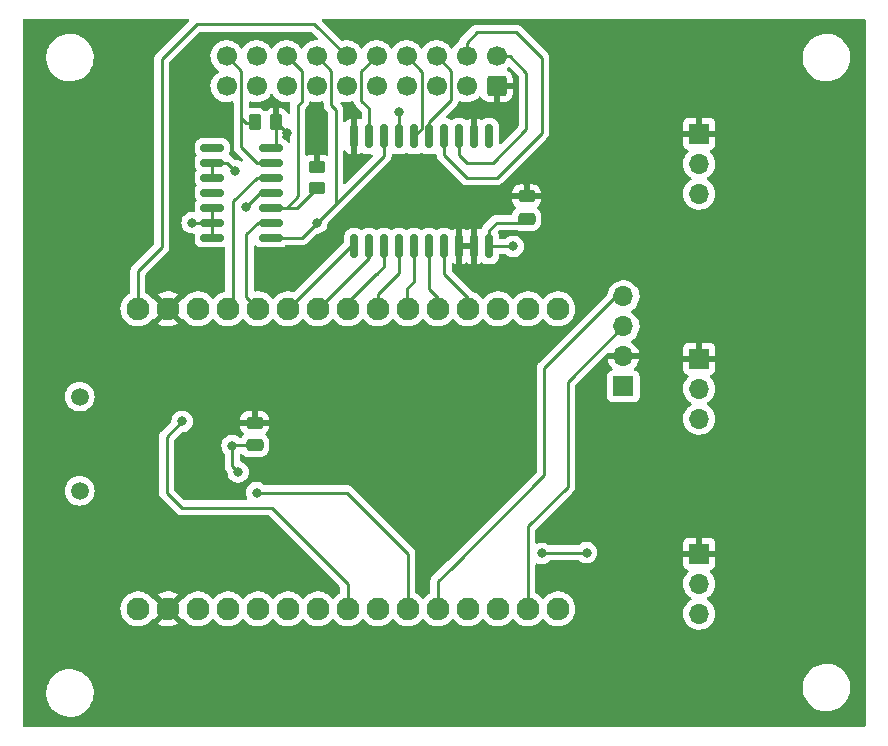
<source format=gbr>
%TF.GenerationSoftware,KiCad,Pcbnew,(6.0.1)*%
%TF.CreationDate,2022-05-14T12:38:18+08:00*%
%TF.ProjectId,SDISK2_ESP,53444953-4b32-45f4-9553-502e6b696361,rev?*%
%TF.SameCoordinates,Original*%
%TF.FileFunction,Copper,L1,Top*%
%TF.FilePolarity,Positive*%
%FSLAX46Y46*%
G04 Gerber Fmt 4.6, Leading zero omitted, Abs format (unit mm)*
G04 Created by KiCad (PCBNEW (6.0.1)) date 2022-05-14 12:38:18*
%MOMM*%
%LPD*%
G01*
G04 APERTURE LIST*
G04 Aperture macros list*
%AMRoundRect*
0 Rectangle with rounded corners*
0 $1 Rounding radius*
0 $2 $3 $4 $5 $6 $7 $8 $9 X,Y pos of 4 corners*
0 Add a 4 corners polygon primitive as box body*
4,1,4,$2,$3,$4,$5,$6,$7,$8,$9,$2,$3,0*
0 Add four circle primitives for the rounded corners*
1,1,$1+$1,$2,$3*
1,1,$1+$1,$4,$5*
1,1,$1+$1,$6,$7*
1,1,$1+$1,$8,$9*
0 Add four rect primitives between the rounded corners*
20,1,$1+$1,$2,$3,$4,$5,0*
20,1,$1+$1,$4,$5,$6,$7,0*
20,1,$1+$1,$6,$7,$8,$9,0*
20,1,$1+$1,$8,$9,$2,$3,0*%
G04 Aperture macros list end*
%TA.AperFunction,SMDPad,CuDef*%
%ADD10RoundRect,0.150000X-0.150000X0.875000X-0.150000X-0.875000X0.150000X-0.875000X0.150000X0.875000X0*%
%TD*%
%TA.AperFunction,SMDPad,CuDef*%
%ADD11RoundRect,0.250000X0.475000X-0.250000X0.475000X0.250000X-0.475000X0.250000X-0.475000X-0.250000X0*%
%TD*%
%TA.AperFunction,SMDPad,CuDef*%
%ADD12RoundRect,0.250000X-0.262500X-0.450000X0.262500X-0.450000X0.262500X0.450000X-0.262500X0.450000X0*%
%TD*%
%TA.AperFunction,ComponentPad*%
%ADD13C,1.930400*%
%TD*%
%TA.AperFunction,SMDPad,CuDef*%
%ADD14RoundRect,0.150000X0.825000X0.150000X-0.825000X0.150000X-0.825000X-0.150000X0.825000X-0.150000X0*%
%TD*%
%TA.AperFunction,SMDPad,CuDef*%
%ADD15RoundRect,0.250000X0.450000X-0.262500X0.450000X0.262500X-0.450000X0.262500X-0.450000X-0.262500X0*%
%TD*%
%TA.AperFunction,ComponentPad*%
%ADD16R,1.700000X1.700000*%
%TD*%
%TA.AperFunction,ComponentPad*%
%ADD17O,1.700000X1.700000*%
%TD*%
%TA.AperFunction,ComponentPad*%
%ADD18RoundRect,0.250000X0.600000X-0.600000X0.600000X0.600000X-0.600000X0.600000X-0.600000X-0.600000X0*%
%TD*%
%TA.AperFunction,ComponentPad*%
%ADD19C,1.700000*%
%TD*%
%TA.AperFunction,ComponentPad*%
%ADD20C,1.500000*%
%TD*%
%TA.AperFunction,ViaPad*%
%ADD21C,0.800000*%
%TD*%
%TA.AperFunction,Conductor*%
%ADD22C,0.250000*%
%TD*%
G04 APERTURE END LIST*
D10*
%TO.P,U2,1,DIR*%
%TO.N,unconnected-(U2-Pad1)*%
X133985000Y-82865000D03*
%TO.P,U2,2,A0*%
%TO.N,GND*%
X132715000Y-82865000D03*
%TO.P,U2,3,A1*%
%TO.N,/STEP 0*%
X131445000Y-82865000D03*
%TO.P,U2,4,A2*%
%TO.N,/STEP 1*%
X130175000Y-82865000D03*
%TO.P,U2,5,A3*%
%TO.N,/STEP 2*%
X128905000Y-82865000D03*
%TO.P,U2,6,A4*%
%TO.N,/STEP 3*%
X127635000Y-82865000D03*
%TO.P,U2,7,A5*%
%TO.N,/WRITE*%
X126365000Y-82865000D03*
%TO.P,U2,8,A6*%
%TO.N,/DRIVE_EN*%
X125095000Y-82865000D03*
%TO.P,U2,9,A7*%
%TO.N,/W_REQUEST*%
X123825000Y-82865000D03*
%TO.P,U2,10,GND*%
%TO.N,GND*%
X122555000Y-82865000D03*
%TO.P,U2,11,B7*%
%TO.N,/xW_REQUEST*%
X122555000Y-92165000D03*
%TO.P,U2,12,B6*%
%TO.N,/xDRIVE_EN*%
X123825000Y-92165000D03*
%TO.P,U2,13,B5*%
%TO.N,/xWRITE*%
X125095000Y-92165000D03*
%TO.P,U2,14,B4*%
%TO.N,/xSTEP 3*%
X126365000Y-92165000D03*
%TO.P,U2,15,B3*%
%TO.N,/xSTEP 2*%
X127635000Y-92165000D03*
%TO.P,U2,16,B2*%
%TO.N,/xSTEP 1*%
X128905000Y-92165000D03*
%TO.P,U2,17,B1*%
%TO.N,/xSTEP 0*%
X130175000Y-92165000D03*
%TO.P,U2,18,B0*%
%TO.N,GND*%
X131445000Y-92165000D03*
%TO.P,U2,19,~{OE}*%
X132715000Y-92165000D03*
%TO.P,U2,20,VCC*%
%TO.N,VCC*%
X133985000Y-92165000D03*
%TD*%
D11*
%TO.P,C3,1*%
%TO.N,VCC*%
X114129891Y-109017292D03*
%TO.P,C3,2*%
%TO.N,GND*%
X114129891Y-107117292D03*
%TD*%
D12*
%TO.P,R4,1*%
%TO.N,/W_PROTECT*%
X114145113Y-81666781D03*
%TO.P,R4,2*%
%TO.N,GND*%
X115970113Y-81666781D03*
%TD*%
D13*
%TO.P,BOARD1,3V3,3V3*%
%TO.N,VCC*%
X104255000Y-122875000D03*
%TO.P,BOARD1,D1,D1*%
%TO.N,unconnected-(BOARD1-PadD1)*%
X134735000Y-122875000D03*
%TO.P,BOARD1,D2,D2*%
%TO.N,/Card_Detect*%
X111875000Y-122875000D03*
%TO.P,BOARD1,D3,D3*%
%TO.N,unconnected-(BOARD1-PadD3)*%
X132195000Y-122875000D03*
%TO.P,BOARD1,D4,D4*%
%TO.N,unconnected-(BOARD1-PadD4)*%
X114415000Y-122875000D03*
%TO.P,BOARD1,D5,D5*%
%TO.N,/SD_CS{slash}CS*%
X122035000Y-122875000D03*
%TO.P,BOARD1,D12,D12*%
%TO.N,Net-(BOARD1-PadD12)*%
X111875000Y-97475000D03*
%TO.P,BOARD1,D13,D13*%
%TO.N,Net-(BOARD1-PadD13)*%
X109335000Y-97475000D03*
%TO.P,BOARD1,D14,D14*%
%TO.N,Net-(BOARD1-PadD14)*%
X114415000Y-97475000D03*
%TO.P,BOARD1,D15,D15*%
%TO.N,/BT_UP*%
X109335000Y-122875000D03*
%TO.P,BOARD1,D16,D16*%
%TO.N,/BT_DOWN*%
X116955000Y-122875000D03*
%TO.P,BOARD1,D17,D17*%
%TO.N,/BT_ENTER*%
X119495000Y-122875000D03*
%TO.P,BOARD1,D18,D18*%
%TO.N,/SD_CLK{slash}CLK*%
X124575000Y-122875000D03*
%TO.P,BOARD1,D19,D19*%
%TO.N,/SD_DO{slash}MISO*%
X127115000Y-122875000D03*
%TO.P,BOARD1,D21,D21*%
%TO.N,/SDA*%
X129655000Y-122875000D03*
%TO.P,BOARD1,D22,D22*%
%TO.N,/SCL*%
X137275000Y-122875000D03*
%TO.P,BOARD1,D23,D23*%
%TO.N,/SD_DI{slash}MOSI*%
X139815000Y-122875000D03*
%TO.P,BOARD1,D25,D25*%
%TO.N,/xWRITE*%
X122035000Y-97475000D03*
%TO.P,BOARD1,D26,D26*%
%TO.N,/xDRIVE_EN*%
X119495000Y-97475000D03*
%TO.P,BOARD1,D27,D27*%
%TO.N,/xW_REQUEST*%
X116955000Y-97475000D03*
%TO.P,BOARD1,D32,D32*%
%TO.N,/xSTEP 2*%
X127115000Y-97475000D03*
%TO.P,BOARD1,D33,D33*%
%TO.N,/xSTEP 3*%
X124575000Y-97475000D03*
%TO.P,BOARD1,D34,D34*%
%TO.N,/xSTEP 0*%
X132195000Y-97475000D03*
%TO.P,BOARD1,D35,D35*%
%TO.N,/xSTEP 1*%
X129655000Y-97475000D03*
%TO.P,BOARD1,EN,EN*%
%TO.N,unconnected-(BOARD1-PadEN)*%
X139815000Y-97475000D03*
%TO.P,BOARD1,GND,GND*%
%TO.N,GND*%
X106795000Y-97475000D03*
%TO.P,BOARD1,GND@1,GND@1*%
X106795000Y-122875000D03*
%TO.P,BOARD1,VIN,VIN*%
%TO.N,+5V*%
X104255000Y-97475000D03*
%TO.P,BOARD1,VN,VN*%
%TO.N,unconnected-(BOARD1-PadVN)*%
X134735000Y-97475000D03*
%TO.P,BOARD1,VP,VP*%
%TO.N,unconnected-(BOARD1-PadVP)*%
X137275000Y-97475000D03*
%TD*%
D14*
%TO.P,U5,1*%
%TO.N,/DRIVE_EN*%
X115505000Y-91440000D03*
%TO.P,U5,2*%
%TO.N,Net-(BOARD1-PadD14)*%
X115505000Y-90170000D03*
%TO.P,U5,3*%
%TO.N,/RD_PLUSE*%
X115505000Y-88900000D03*
%TO.P,U5,4*%
%TO.N,/DRIVE_EN*%
X115505000Y-87630000D03*
%TO.P,U5,5*%
%TO.N,Net-(BOARD1-PadD12)*%
X115505000Y-86360000D03*
%TO.P,U5,6*%
%TO.N,/W_PROTECT*%
X115505000Y-85090000D03*
%TO.P,U5,7,GND*%
%TO.N,GND*%
X115505000Y-83820000D03*
%TO.P,U5,8*%
%TO.N,unconnected-(U5-Pad8)*%
X110555000Y-83820000D03*
%TO.P,U5,9*%
%TO.N,VCC*%
X110555000Y-85090000D03*
%TO.P,U5,10*%
X110555000Y-86360000D03*
%TO.P,U5,11*%
%TO.N,unconnected-(U5-Pad11)*%
X110555000Y-87630000D03*
%TO.P,U5,12*%
%TO.N,VCC*%
X110555000Y-88900000D03*
%TO.P,U5,13*%
X110555000Y-90170000D03*
%TO.P,U5,14,VCC*%
X110555000Y-91440000D03*
%TD*%
D15*
%TO.P,R5,1*%
%TO.N,/RD_PLUSE*%
X119380000Y-87272500D03*
%TO.P,R5,2*%
%TO.N,GND*%
X119380000Y-85447500D03*
%TD*%
D11*
%TO.P,C2,1*%
%TO.N,VCC*%
X137160000Y-89850000D03*
%TO.P,C2,2*%
%TO.N,GND*%
X137160000Y-87950000D03*
%TD*%
D16*
%TO.P,U3,1,GND*%
%TO.N,GND*%
X151775984Y-101695000D03*
D17*
%TO.P,U3,2,I/O*%
%TO.N,/BT_DOWN*%
X151775984Y-104235000D03*
%TO.P,U3,3,VCC*%
%TO.N,VCC*%
X151775984Y-106775000D03*
%TD*%
D18*
%TO.P,J1,1,Pin_1*%
%TO.N,GND*%
X134620000Y-78625000D03*
D19*
%TO.P,J1,2,Pin_2*%
%TO.N,/STEP 0*%
X134620000Y-76085000D03*
%TO.P,J1,3,Pin_3*%
%TO.N,unconnected-(J1-Pad3)*%
X132080000Y-78625000D03*
%TO.P,J1,4,Pin_4*%
%TO.N,/STEP 1*%
X132080000Y-76085000D03*
%TO.P,J1,5,Pin_5*%
%TO.N,unconnected-(J1-Pad5)*%
X129540000Y-78625000D03*
%TO.P,J1,6,Pin_6*%
%TO.N,/STEP 2*%
X129540000Y-76085000D03*
%TO.P,J1,7,Pin_7*%
%TO.N,unconnected-(J1-Pad7)*%
X127000000Y-78625000D03*
%TO.P,J1,8,Pin_8*%
%TO.N,/STEP 3*%
X127000000Y-76085000D03*
%TO.P,J1,9,Pin_9*%
%TO.N,unconnected-(J1-Pad9)*%
X124460000Y-78625000D03*
%TO.P,J1,10,Pin_10*%
%TO.N,/W_REQUEST*%
X124460000Y-76085000D03*
%TO.P,J1,11,Pin_11*%
%TO.N,unconnected-(J1-Pad11)*%
X121920000Y-78625000D03*
%TO.P,J1,12,Pin_12*%
%TO.N,+5V*%
X121920000Y-76085000D03*
%TO.P,J1,13,Pin_13*%
%TO.N,unconnected-(J1-Pad13)*%
X119380000Y-78625000D03*
%TO.P,J1,14,Pin_14*%
%TO.N,/DRIVE_EN*%
X119380000Y-76085000D03*
%TO.P,J1,15,Pin_15*%
%TO.N,unconnected-(J1-Pad15)*%
X116840000Y-78625000D03*
%TO.P,J1,16,Pin_16*%
%TO.N,/RD_PLUSE*%
X116840000Y-76085000D03*
%TO.P,J1,17,Pin_17*%
%TO.N,unconnected-(J1-Pad17)*%
X114300000Y-78625000D03*
%TO.P,J1,18,Pin_18*%
%TO.N,/WRITE*%
X114300000Y-76085000D03*
%TO.P,J1,19,Pin_19*%
%TO.N,unconnected-(J1-Pad19)*%
X111760000Y-78625000D03*
%TO.P,J1,20,Pin_20*%
%TO.N,/W_PROTECT*%
X111760000Y-76085000D03*
%TD*%
D16*
%TO.P,OLED,1,VCC*%
%TO.N,VCC*%
X145365591Y-104045000D03*
D17*
%TO.P,OLED,2,GND*%
%TO.N,GND*%
X145365591Y-101505000D03*
%TO.P,OLED,3,SCL*%
%TO.N,/SCL*%
X145365591Y-98965000D03*
%TO.P,OLED,4,SDA*%
%TO.N,/SDA*%
X145365591Y-96425000D03*
%TD*%
D16*
%TO.P,U1,1,GND*%
%TO.N,GND*%
X151775984Y-82645000D03*
D17*
%TO.P,U1,2,I/O*%
%TO.N,/BT_UP*%
X151775984Y-85185000D03*
%TO.P,U1,3,VCC*%
%TO.N,VCC*%
X151775984Y-87725000D03*
%TD*%
D20*
%TO.P,J2,*%
%TO.N,*%
X99330000Y-104900000D03*
X99330000Y-112880000D03*
%TD*%
D16*
%TO.P,U4,1,GND*%
%TO.N,GND*%
X151775984Y-118205000D03*
D17*
%TO.P,U4,2,I/O*%
%TO.N,/BT_ENTER*%
X151775984Y-120745000D03*
%TO.P,U4,3,VCC*%
%TO.N,VCC*%
X151775984Y-123285000D03*
%TD*%
D21*
%TO.N,VCC*%
X138430000Y-118187734D03*
X112487708Y-85779827D03*
X108847174Y-90179968D03*
X112232215Y-109061612D03*
X112736697Y-111278983D03*
X142240000Y-118110000D03*
X136029560Y-92189638D03*
%TO.N,GND*%
X116840000Y-82550000D03*
X119380000Y-82550000D03*
X122474254Y-85285384D03*
X140318053Y-80765620D03*
X135527142Y-80747676D03*
%TO.N,/DRIVE_EN*%
X113384894Y-88817868D03*
X119406518Y-90196518D03*
%TO.N,/WRITE*%
X126379952Y-80845368D03*
%TO.N,/SD_CS{slash}CS*%
X107998666Y-106994049D03*
%TO.N,/SD_DO{slash}MISO*%
X114300000Y-113030000D03*
%TD*%
D22*
%TO.N,VCC*%
X108847174Y-90179968D02*
X108857142Y-90170000D01*
X134620000Y-90170000D02*
X133985000Y-90805000D01*
X108857142Y-90170000D02*
X110555000Y-90170000D01*
X110555000Y-91440000D02*
X110555000Y-90170000D01*
X134009638Y-92189638D02*
X136029560Y-92189638D01*
X110555000Y-88900000D02*
X110555000Y-90170000D01*
X112232215Y-109061612D02*
X112232215Y-110774501D01*
X133985000Y-90805000D02*
X133985000Y-92165000D01*
X136840000Y-90170000D02*
X134620000Y-90170000D01*
X112276535Y-109017292D02*
X112232215Y-109061612D01*
X114129891Y-109017292D02*
X112276535Y-109017292D01*
X111797881Y-85090000D02*
X112487708Y-85779827D01*
X112232215Y-110774501D02*
X112736697Y-111278983D01*
X110555000Y-85090000D02*
X110555000Y-86360000D01*
X138507734Y-118110000D02*
X138430000Y-118187734D01*
X110555000Y-85090000D02*
X111797881Y-85090000D01*
X142240000Y-118110000D02*
X138507734Y-118110000D01*
%TO.N,GND*%
X115970113Y-81680113D02*
X116840000Y-82550000D01*
X115970113Y-83419887D02*
X115570000Y-83820000D01*
X115970113Y-81666781D02*
X115970113Y-83419887D01*
%TO.N,/STEP 0*%
X131445000Y-84455000D02*
X131445000Y-82865000D01*
X137132087Y-82264898D02*
X134306985Y-85090000D01*
X134306985Y-85090000D02*
X132080000Y-85090000D01*
X134620000Y-76085000D02*
X135725157Y-76085000D01*
X132080000Y-85090000D02*
X131445000Y-84455000D01*
X135725157Y-76085000D02*
X137132087Y-77491930D01*
X137132087Y-77491930D02*
X137132087Y-82264898D01*
%TO.N,/STEP 1*%
X138430000Y-76200000D02*
X138430000Y-82550000D01*
X132080000Y-76085000D02*
X132080000Y-74930000D01*
X136300706Y-74070706D02*
X138430000Y-76200000D01*
X132939294Y-74070706D02*
X136300706Y-74070706D01*
X138430000Y-82550000D02*
X134620000Y-86360000D01*
X132080000Y-86360000D02*
X130175000Y-84455000D01*
X134620000Y-86360000D02*
X132080000Y-86360000D01*
X132080000Y-74930000D02*
X132939294Y-74070706D01*
X130175000Y-84455000D02*
X130175000Y-82865000D01*
%TO.N,/STEP 2*%
X128905000Y-81666868D02*
X128905000Y-82865000D01*
X130779639Y-77324639D02*
X130779639Y-79792229D01*
X130779639Y-79792229D02*
X128905000Y-81666868D01*
X129540000Y-76085000D02*
X130779639Y-77324639D01*
%TO.N,/STEP 3*%
X128312742Y-77397742D02*
X128312742Y-81761186D01*
X128312742Y-81761186D02*
X128280480Y-81793448D01*
X128280480Y-81793448D02*
X128280480Y-82219520D01*
X128280480Y-82219520D02*
X127635000Y-82865000D01*
X127000000Y-76085000D02*
X128312742Y-77397742D01*
%TO.N,/W_REQUEST*%
X123178037Y-77366963D02*
X123178037Y-79838037D01*
X124460000Y-76085000D02*
X123178037Y-77366963D01*
X123825000Y-80485000D02*
X123825000Y-82865000D01*
X123178037Y-79838037D02*
X123825000Y-80485000D01*
%TO.N,+5V*%
X106267299Y-92263407D02*
X104255000Y-94275706D01*
X109227261Y-73369630D02*
X106267299Y-76329592D01*
X104255000Y-94275706D02*
X104255000Y-97475000D01*
X106267299Y-76329592D02*
X106267299Y-92263407D01*
X121920000Y-76085000D02*
X119204630Y-73369630D01*
X119204630Y-73369630D02*
X109227261Y-73369630D01*
%TO.N,/DRIVE_EN*%
X118163036Y-91440000D02*
X125095000Y-84508036D01*
X115505000Y-91440000D02*
X118163036Y-91440000D01*
X120995578Y-80610774D02*
X120995578Y-88607458D01*
X119380000Y-76085000D02*
X120612783Y-77317783D01*
X115505000Y-87630000D02*
X114572762Y-87630000D01*
X120612783Y-77317783D02*
X120612783Y-80227979D01*
X114572762Y-87630000D02*
X113384894Y-88817868D01*
X120612783Y-80227979D02*
X120995578Y-80610774D01*
X125095000Y-82865000D02*
X125095000Y-84508036D01*
%TO.N,/RD_PLUSE*%
X116840000Y-88900000D02*
X117804960Y-87935040D01*
X117804960Y-87935040D02*
X117804960Y-80228866D01*
X118109999Y-79923827D02*
X118109999Y-77354999D01*
X115505000Y-88900000D02*
X116840000Y-88900000D01*
X118109999Y-77354999D02*
X116840000Y-76085000D01*
X117752500Y-88900000D02*
X116840000Y-88900000D01*
X117804960Y-80228866D02*
X118109999Y-79923827D01*
X119380000Y-87272500D02*
X117752500Y-88900000D01*
%TO.N,/WRITE*%
X126379952Y-80845368D02*
X126379952Y-82850048D01*
%TO.N,/W_PROTECT*%
X112997469Y-81312531D02*
X112997469Y-83787469D01*
X112997469Y-83787469D02*
X114300000Y-85090000D01*
X111760000Y-76085000D02*
X112997469Y-77322469D01*
X114300000Y-85090000D02*
X115505000Y-85090000D01*
X113383619Y-81698681D02*
X112997469Y-81312531D01*
X113383619Y-81698681D02*
X114113213Y-81698681D01*
X112997469Y-77322469D02*
X112997469Y-81312531D01*
%TO.N,/xW_REQUEST*%
X122555000Y-92165000D02*
X122265000Y-92165000D01*
X122265000Y-92165000D02*
X116955000Y-97475000D01*
%TO.N,/xDRIVE_EN*%
X123825000Y-92165000D02*
X123825000Y-93145000D01*
X123825000Y-93145000D02*
X119495000Y-97475000D01*
%TO.N,/xWRITE*%
X124460000Y-94500000D02*
X124438750Y-94500000D01*
X125095000Y-92165000D02*
X125095000Y-93865000D01*
X125095000Y-93865000D02*
X124460000Y-94500000D01*
X124438750Y-94500000D02*
X122035000Y-96903750D01*
%TO.N,/xSTEP 3*%
X124575000Y-96247500D02*
X124575000Y-97475000D01*
X126365000Y-94457500D02*
X124575000Y-96247500D01*
X126365000Y-92165000D02*
X126365000Y-94457500D01*
%TO.N,/xSTEP 2*%
X127000000Y-95770000D02*
X127000000Y-97360000D01*
X127635000Y-92165000D02*
X127635000Y-95135000D01*
X127635000Y-95135000D02*
X127000000Y-95770000D01*
%TO.N,/xSTEP 1*%
X129655000Y-96520000D02*
X128905000Y-95770000D01*
X128905000Y-95770000D02*
X128905000Y-92165000D01*
X129655000Y-97475000D02*
X129655000Y-96520000D01*
%TO.N,/xSTEP 0*%
X130175000Y-92165000D02*
X130175000Y-94500000D01*
X132195000Y-96520000D02*
X132195000Y-97475000D01*
X130175000Y-94500000D02*
X132195000Y-96520000D01*
%TO.N,/SD_CS{slash}CS*%
X106680000Y-108312715D02*
X106680000Y-113030000D01*
X106680000Y-113030000D02*
X107950000Y-114300000D01*
X107950000Y-114300000D02*
X115570000Y-114300000D01*
X122035000Y-120765000D02*
X122035000Y-122875000D01*
X107998666Y-106994049D02*
X106680000Y-108312715D01*
X115570000Y-114300000D02*
X122035000Y-120765000D01*
%TO.N,/SD_DO{slash}MISO*%
X127115000Y-118225000D02*
X121920000Y-113030000D01*
X121920000Y-113030000D02*
X114300000Y-113030000D01*
X127115000Y-122875000D02*
X127115000Y-118225000D01*
%TO.N,/SCL*%
X145365591Y-98965000D02*
X140638576Y-103692015D01*
X140638576Y-112526978D02*
X137275000Y-115890554D01*
X137275000Y-115890554D02*
X137275000Y-122875000D01*
X140638576Y-103692015D02*
X140638576Y-112526978D01*
%TO.N,/SDA*%
X138679305Y-111542967D02*
X130842272Y-119380000D01*
X138679305Y-102474039D02*
X138679305Y-111542967D01*
X144728344Y-96425000D02*
X138679305Y-102474039D01*
X129655000Y-120535000D02*
X129655000Y-122875000D01*
X130810000Y-119380000D02*
X129655000Y-120535000D01*
X130842272Y-119380000D02*
X130810000Y-119380000D01*
%TO.N,Net-(BOARD1-PadD12)*%
X112303581Y-88356419D02*
X112303581Y-97046419D01*
X114300000Y-86360000D02*
X112303581Y-88356419D01*
X115505000Y-86360000D02*
X114300000Y-86360000D01*
%TO.N,Net-(BOARD1-PadD14)*%
X113437685Y-91127143D02*
X113437685Y-96497685D01*
X113437685Y-96497685D02*
X114415000Y-97475000D01*
X115505000Y-90170000D02*
X114394828Y-90170000D01*
X114394828Y-90170000D02*
X113437685Y-91127143D01*
%TD*%
%TA.AperFunction,Conductor*%
%TO.N,GND*%
G36*
X108551759Y-72933160D02*
G01*
X108598252Y-72986816D01*
X108608356Y-73057090D01*
X108578862Y-73121670D01*
X108572733Y-73128253D01*
X105875046Y-75825940D01*
X105866760Y-75833480D01*
X105860281Y-75837592D01*
X105854856Y-75843369D01*
X105813656Y-75887243D01*
X105810901Y-75890085D01*
X105791164Y-75909822D01*
X105788684Y-75913019D01*
X105780981Y-75922039D01*
X105750713Y-75954271D01*
X105746894Y-75961217D01*
X105746892Y-75961220D01*
X105740951Y-75972026D01*
X105730100Y-75988545D01*
X105717685Y-76004551D01*
X105714540Y-76011820D01*
X105714537Y-76011824D01*
X105700125Y-76045129D01*
X105694908Y-76055779D01*
X105673604Y-76094532D01*
X105671633Y-76102207D01*
X105671633Y-76102208D01*
X105668566Y-76114154D01*
X105662162Y-76132858D01*
X105654118Y-76151447D01*
X105652879Y-76159270D01*
X105652876Y-76159280D01*
X105647200Y-76195116D01*
X105644794Y-76206736D01*
X105633799Y-76249562D01*
X105633799Y-76269816D01*
X105632248Y-76289526D01*
X105629079Y-76309535D01*
X105629825Y-76317427D01*
X105633240Y-76353553D01*
X105633799Y-76365411D01*
X105633799Y-91948813D01*
X105613797Y-92016934D01*
X105596894Y-92037908D01*
X103862747Y-93772054D01*
X103854461Y-93779594D01*
X103847982Y-93783706D01*
X103842557Y-93789483D01*
X103801357Y-93833357D01*
X103798602Y-93836199D01*
X103778865Y-93855936D01*
X103776385Y-93859133D01*
X103768682Y-93868153D01*
X103738414Y-93900385D01*
X103734595Y-93907331D01*
X103734593Y-93907334D01*
X103728652Y-93918140D01*
X103717801Y-93934659D01*
X103705386Y-93950665D01*
X103702241Y-93957934D01*
X103702238Y-93957938D01*
X103687826Y-93991243D01*
X103682609Y-94001893D01*
X103661305Y-94040646D01*
X103659334Y-94048321D01*
X103659334Y-94048322D01*
X103656267Y-94060268D01*
X103649863Y-94078972D01*
X103641819Y-94097561D01*
X103640580Y-94105384D01*
X103640577Y-94105394D01*
X103634901Y-94141230D01*
X103632495Y-94152850D01*
X103621500Y-94195676D01*
X103621500Y-94215930D01*
X103619949Y-94235640D01*
X103616780Y-94255649D01*
X103617526Y-94263541D01*
X103620941Y-94299667D01*
X103621500Y-94311525D01*
X103621500Y-96066810D01*
X103601498Y-96134931D01*
X103553680Y-96178573D01*
X103498867Y-96207107D01*
X103467009Y-96223691D01*
X103462876Y-96226794D01*
X103462873Y-96226796D01*
X103277353Y-96366088D01*
X103273218Y-96369193D01*
X103105795Y-96544392D01*
X103102884Y-96548660D01*
X103102880Y-96548665D01*
X103086229Y-96573075D01*
X102969234Y-96744583D01*
X102867203Y-96964390D01*
X102865821Y-96969372D01*
X102865821Y-96969373D01*
X102857758Y-96998449D01*
X102802442Y-97197910D01*
X102776690Y-97438871D01*
X102776987Y-97444023D01*
X102776987Y-97444027D01*
X102779512Y-97487812D01*
X102790640Y-97680802D01*
X102791777Y-97685848D01*
X102791778Y-97685854D01*
X102824894Y-97832800D01*
X102843916Y-97917207D01*
X102845858Y-97921989D01*
X102845859Y-97921993D01*
X102919522Y-98103401D01*
X102935088Y-98141736D01*
X103061707Y-98348359D01*
X103220372Y-98531527D01*
X103406823Y-98686322D01*
X103616053Y-98808586D01*
X103620873Y-98810426D01*
X103620878Y-98810429D01*
X103729220Y-98851800D01*
X103842442Y-98895035D01*
X103847510Y-98896066D01*
X103847513Y-98896067D01*
X103962498Y-98919461D01*
X104079910Y-98943349D01*
X104085085Y-98943539D01*
X104085087Y-98943539D01*
X104316917Y-98952040D01*
X104316921Y-98952040D01*
X104322081Y-98952229D01*
X104327201Y-98951573D01*
X104327203Y-98951573D01*
X104403336Y-98941820D01*
X104562450Y-98921437D01*
X104567401Y-98919952D01*
X104567404Y-98919951D01*
X104789612Y-98853285D01*
X104789611Y-98853285D01*
X104794562Y-98851800D01*
X104896602Y-98801811D01*
X105007533Y-98747467D01*
X105007538Y-98747464D01*
X105012184Y-98745188D01*
X105016394Y-98742185D01*
X105016399Y-98742182D01*
X105097040Y-98684661D01*
X105950582Y-98684661D01*
X105954561Y-98690265D01*
X106151809Y-98805526D01*
X106161096Y-98809976D01*
X106377751Y-98892708D01*
X106387649Y-98895584D01*
X106614908Y-98941820D01*
X106625136Y-98943039D01*
X106856894Y-98951538D01*
X106867180Y-98951071D01*
X107097217Y-98921603D01*
X107107295Y-98919461D01*
X107329426Y-98852818D01*
X107339024Y-98849056D01*
X107547289Y-98747029D01*
X107556134Y-98741756D01*
X107626843Y-98691319D01*
X107635243Y-98680620D01*
X107628256Y-98667466D01*
X106807812Y-97847022D01*
X106793868Y-97839408D01*
X106792035Y-97839539D01*
X106785420Y-97843790D01*
X105957840Y-98671370D01*
X105950582Y-98684661D01*
X105097040Y-98684661D01*
X105205259Y-98607469D01*
X105205264Y-98607465D01*
X105209471Y-98604464D01*
X105381126Y-98433408D01*
X105431167Y-98363768D01*
X105487160Y-98320121D01*
X105554087Y-98312990D01*
X105586504Y-98318362D01*
X105596917Y-98313873D01*
X106422978Y-97487812D01*
X106430592Y-97473868D01*
X106430461Y-97472035D01*
X106426210Y-97465420D01*
X105601945Y-96641155D01*
X105588001Y-96633541D01*
X105563680Y-96635280D01*
X105550988Y-96640335D01*
X105481298Y-96626774D01*
X105433444Y-96583327D01*
X105429408Y-96577089D01*
X105426599Y-96572747D01*
X105263506Y-96393510D01*
X105106028Y-96269142D01*
X105953938Y-96269142D01*
X105960683Y-96281473D01*
X106782188Y-97102978D01*
X106796132Y-97110592D01*
X106797965Y-97110461D01*
X106804580Y-97106210D01*
X107630413Y-96280377D01*
X107637434Y-96267521D01*
X107629661Y-96256853D01*
X107617105Y-96246936D01*
X107608532Y-96241240D01*
X107405492Y-96129156D01*
X107396095Y-96124933D01*
X107177487Y-96047520D01*
X107167516Y-96044886D01*
X106939206Y-96004219D01*
X106928952Y-96003249D01*
X106697053Y-96000415D01*
X106686768Y-96001135D01*
X106457531Y-96036213D01*
X106447504Y-96038602D01*
X106227073Y-96110650D01*
X106217564Y-96114647D01*
X106011865Y-96221727D01*
X106003140Y-96227221D01*
X105962391Y-96257817D01*
X105953938Y-96269142D01*
X105106028Y-96269142D01*
X105073328Y-96243317D01*
X104953603Y-96177225D01*
X104903636Y-96126795D01*
X104888500Y-96066919D01*
X104888500Y-94590300D01*
X104908502Y-94522179D01*
X104925405Y-94501205D01*
X106659546Y-92767064D01*
X106667836Y-92759520D01*
X106674317Y-92755407D01*
X106720958Y-92705739D01*
X106723712Y-92702898D01*
X106743434Y-92683176D01*
X106745911Y-92679983D01*
X106753616Y-92670962D01*
X106778458Y-92644507D01*
X106783885Y-92638728D01*
X106787706Y-92631778D01*
X106793645Y-92620975D01*
X106804501Y-92604448D01*
X106812056Y-92594709D01*
X106812057Y-92594707D01*
X106816913Y-92588447D01*
X106834473Y-92547867D01*
X106839690Y-92537219D01*
X106857174Y-92505416D01*
X106857175Y-92505414D01*
X106860994Y-92498467D01*
X106866032Y-92478844D01*
X106872436Y-92460141D01*
X106877332Y-92448827D01*
X106877332Y-92448826D01*
X106880480Y-92441552D01*
X106881719Y-92433729D01*
X106881722Y-92433719D01*
X106887398Y-92397883D01*
X106889804Y-92386263D01*
X106898827Y-92351118D01*
X106898827Y-92351117D01*
X106900799Y-92343437D01*
X106900799Y-92323183D01*
X106902350Y-92303472D01*
X106904279Y-92291293D01*
X106905519Y-92283464D01*
X106901358Y-92239445D01*
X106900799Y-92227588D01*
X106900799Y-76644186D01*
X106920801Y-76576065D01*
X106937704Y-76555091D01*
X109452760Y-74040035D01*
X109515072Y-74006009D01*
X109541855Y-74003130D01*
X118890035Y-74003130D01*
X118958156Y-74023132D01*
X118979131Y-74040035D01*
X119450085Y-74510990D01*
X119484110Y-74573302D01*
X119479045Y-74644118D01*
X119436498Y-74700953D01*
X119369978Y-74725764D01*
X119359457Y-74726076D01*
X119310898Y-74725482D01*
X119290080Y-74725228D01*
X119290078Y-74725228D01*
X119284911Y-74725165D01*
X119064091Y-74758955D01*
X118851756Y-74828357D01*
X118821443Y-74844137D01*
X118733184Y-74890082D01*
X118653607Y-74931507D01*
X118649474Y-74934610D01*
X118649471Y-74934612D01*
X118479100Y-75062530D01*
X118474965Y-75065635D01*
X118456605Y-75084848D01*
X118356451Y-75189653D01*
X118320629Y-75227138D01*
X118213201Y-75384621D01*
X118158293Y-75429621D01*
X118087768Y-75437792D01*
X118024021Y-75406538D01*
X118003324Y-75382054D01*
X117922822Y-75257617D01*
X117922820Y-75257614D01*
X117920014Y-75253277D01*
X117769670Y-75088051D01*
X117765619Y-75084852D01*
X117765615Y-75084848D01*
X117598414Y-74952800D01*
X117598410Y-74952798D01*
X117594359Y-74949598D01*
X117398789Y-74841638D01*
X117393920Y-74839914D01*
X117393916Y-74839912D01*
X117193087Y-74768795D01*
X117193083Y-74768794D01*
X117188212Y-74767069D01*
X117183119Y-74766162D01*
X117183116Y-74766161D01*
X116973373Y-74728800D01*
X116973367Y-74728799D01*
X116968284Y-74727894D01*
X116894452Y-74726992D01*
X116750081Y-74725228D01*
X116750079Y-74725228D01*
X116744911Y-74725165D01*
X116524091Y-74758955D01*
X116311756Y-74828357D01*
X116281443Y-74844137D01*
X116193184Y-74890082D01*
X116113607Y-74931507D01*
X116109474Y-74934610D01*
X116109471Y-74934612D01*
X115939100Y-75062530D01*
X115934965Y-75065635D01*
X115916605Y-75084848D01*
X115816451Y-75189653D01*
X115780629Y-75227138D01*
X115673201Y-75384621D01*
X115618293Y-75429621D01*
X115547768Y-75437792D01*
X115484021Y-75406538D01*
X115463324Y-75382054D01*
X115382822Y-75257617D01*
X115382820Y-75257614D01*
X115380014Y-75253277D01*
X115229670Y-75088051D01*
X115225619Y-75084852D01*
X115225615Y-75084848D01*
X115058414Y-74952800D01*
X115058410Y-74952798D01*
X115054359Y-74949598D01*
X114858789Y-74841638D01*
X114853920Y-74839914D01*
X114853916Y-74839912D01*
X114653087Y-74768795D01*
X114653083Y-74768794D01*
X114648212Y-74767069D01*
X114643119Y-74766162D01*
X114643116Y-74766161D01*
X114433373Y-74728800D01*
X114433367Y-74728799D01*
X114428284Y-74727894D01*
X114354452Y-74726992D01*
X114210081Y-74725228D01*
X114210079Y-74725228D01*
X114204911Y-74725165D01*
X113984091Y-74758955D01*
X113771756Y-74828357D01*
X113741443Y-74844137D01*
X113653184Y-74890082D01*
X113573607Y-74931507D01*
X113569474Y-74934610D01*
X113569471Y-74934612D01*
X113399100Y-75062530D01*
X113394965Y-75065635D01*
X113376605Y-75084848D01*
X113276451Y-75189653D01*
X113240629Y-75227138D01*
X113133201Y-75384621D01*
X113078293Y-75429621D01*
X113007768Y-75437792D01*
X112944021Y-75406538D01*
X112923324Y-75382054D01*
X112842822Y-75257617D01*
X112842820Y-75257614D01*
X112840014Y-75253277D01*
X112689670Y-75088051D01*
X112685619Y-75084852D01*
X112685615Y-75084848D01*
X112518414Y-74952800D01*
X112518410Y-74952798D01*
X112514359Y-74949598D01*
X112318789Y-74841638D01*
X112313920Y-74839914D01*
X112313916Y-74839912D01*
X112113087Y-74768795D01*
X112113083Y-74768794D01*
X112108212Y-74767069D01*
X112103119Y-74766162D01*
X112103116Y-74766161D01*
X111893373Y-74728800D01*
X111893367Y-74728799D01*
X111888284Y-74727894D01*
X111814452Y-74726992D01*
X111670081Y-74725228D01*
X111670079Y-74725228D01*
X111664911Y-74725165D01*
X111444091Y-74758955D01*
X111231756Y-74828357D01*
X111201443Y-74844137D01*
X111113184Y-74890082D01*
X111033607Y-74931507D01*
X111029474Y-74934610D01*
X111029471Y-74934612D01*
X110859100Y-75062530D01*
X110854965Y-75065635D01*
X110836605Y-75084848D01*
X110736451Y-75189653D01*
X110700629Y-75227138D01*
X110574743Y-75411680D01*
X110536011Y-75495121D01*
X110499471Y-75573841D01*
X110480688Y-75614305D01*
X110420989Y-75829570D01*
X110397251Y-76051695D01*
X110397548Y-76056848D01*
X110397548Y-76056851D01*
X110403273Y-76156141D01*
X110410110Y-76274715D01*
X110411247Y-76279761D01*
X110411248Y-76279767D01*
X110435304Y-76386508D01*
X110459222Y-76492639D01*
X110520673Y-76643976D01*
X110538179Y-76687087D01*
X110543266Y-76699616D01*
X110594942Y-76783944D01*
X110657291Y-76885688D01*
X110659987Y-76890088D01*
X110806250Y-77058938D01*
X110978126Y-77201632D01*
X111040938Y-77238336D01*
X111051445Y-77244476D01*
X111100169Y-77296114D01*
X111113240Y-77365897D01*
X111086509Y-77431669D01*
X111046055Y-77465027D01*
X111033607Y-77471507D01*
X111029474Y-77474610D01*
X111029471Y-77474612D01*
X110918089Y-77558240D01*
X110854965Y-77605635D01*
X110700629Y-77767138D01*
X110574743Y-77951680D01*
X110480688Y-78154305D01*
X110420989Y-78369570D01*
X110397251Y-78591695D01*
X110410110Y-78814715D01*
X110411247Y-78819761D01*
X110411248Y-78819767D01*
X110425606Y-78883475D01*
X110459222Y-79032639D01*
X110543266Y-79239616D01*
X110594942Y-79323944D01*
X110657291Y-79425688D01*
X110659987Y-79430088D01*
X110806250Y-79598938D01*
X110978126Y-79741632D01*
X111171000Y-79854338D01*
X111379692Y-79934030D01*
X111384760Y-79935061D01*
X111384763Y-79935062D01*
X111457616Y-79949884D01*
X111598597Y-79978567D01*
X111603772Y-79978757D01*
X111603774Y-79978757D01*
X111816673Y-79986564D01*
X111816677Y-79986564D01*
X111821837Y-79986753D01*
X111826957Y-79986097D01*
X111826959Y-79986097D01*
X112038288Y-79959025D01*
X112038289Y-79959025D01*
X112043416Y-79958368D01*
X112048369Y-79956882D01*
X112201761Y-79910862D01*
X112272757Y-79910446D01*
X112332707Y-79948478D01*
X112362579Y-80012884D01*
X112363969Y-80031548D01*
X112363969Y-81233764D01*
X112363442Y-81244947D01*
X112361767Y-81252440D01*
X112362016Y-81260366D01*
X112362016Y-81260367D01*
X112363907Y-81320517D01*
X112363969Y-81324476D01*
X112363969Y-83708702D01*
X112363442Y-83719885D01*
X112361767Y-83727378D01*
X112362016Y-83735304D01*
X112362016Y-83735305D01*
X112363907Y-83795455D01*
X112363969Y-83799414D01*
X112363969Y-83827325D01*
X112364466Y-83831259D01*
X112364466Y-83831260D01*
X112364474Y-83831325D01*
X112365407Y-83843162D01*
X112366796Y-83887358D01*
X112372447Y-83906808D01*
X112376456Y-83926169D01*
X112378995Y-83946266D01*
X112381914Y-83953637D01*
X112381914Y-83953639D01*
X112395273Y-83987381D01*
X112399118Y-83998611D01*
X112409240Y-84033452D01*
X112411451Y-84041062D01*
X112415484Y-84047881D01*
X112415486Y-84047886D01*
X112421762Y-84058497D01*
X112430457Y-84076245D01*
X112437917Y-84095086D01*
X112442579Y-84101502D01*
X112442579Y-84101503D01*
X112463905Y-84130856D01*
X112470421Y-84140776D01*
X112486341Y-84167694D01*
X112492927Y-84178831D01*
X112507248Y-84193152D01*
X112520088Y-84208185D01*
X112531997Y-84224576D01*
X112546023Y-84236179D01*
X112566074Y-84252767D01*
X112574853Y-84260757D01*
X113122820Y-84808724D01*
X113156846Y-84871036D01*
X113151781Y-84941851D01*
X113109234Y-84998687D01*
X113042714Y-85023498D01*
X112973340Y-85008407D01*
X112959666Y-84999756D01*
X112949806Y-84992592D01*
X112949799Y-84992588D01*
X112944460Y-84988709D01*
X112938432Y-84986025D01*
X112938430Y-84986024D01*
X112776027Y-84913718D01*
X112776026Y-84913718D01*
X112769996Y-84911033D01*
X112676596Y-84891180D01*
X112589652Y-84872699D01*
X112589647Y-84872699D01*
X112583195Y-84871327D01*
X112527303Y-84871327D01*
X112459182Y-84851325D01*
X112438208Y-84834422D01*
X112301533Y-84697747D01*
X112293993Y-84689461D01*
X112289881Y-84682982D01*
X112240229Y-84636356D01*
X112237388Y-84633602D01*
X112217651Y-84613865D01*
X112214454Y-84611385D01*
X112205432Y-84603680D01*
X112196984Y-84595747D01*
X112173202Y-84573414D01*
X112166256Y-84569595D01*
X112166253Y-84569593D01*
X112155447Y-84563652D01*
X112138928Y-84552801D01*
X112138464Y-84552441D01*
X112122922Y-84540386D01*
X112115653Y-84537241D01*
X112115649Y-84537238D01*
X112082344Y-84522826D01*
X112071694Y-84517609D01*
X112032941Y-84496305D01*
X112022582Y-84493645D01*
X112020709Y-84492530D01*
X112017894Y-84491416D01*
X112018074Y-84490962D01*
X111961576Y-84457333D01*
X111929886Y-84393801D01*
X111937574Y-84323222D01*
X111945456Y-84307474D01*
X111989145Y-84233601D01*
X112035562Y-84073831D01*
X112036098Y-84067032D01*
X112038307Y-84038958D01*
X112038307Y-84038950D01*
X112038500Y-84036502D01*
X112038500Y-83603498D01*
X112038307Y-83601042D01*
X112036067Y-83572579D01*
X112036066Y-83572574D01*
X112035562Y-83566169D01*
X111997411Y-83434851D01*
X111991357Y-83414012D01*
X111991356Y-83414010D01*
X111989145Y-83406399D01*
X111949656Y-83339627D01*
X111908491Y-83270020D01*
X111908489Y-83270017D01*
X111904453Y-83263193D01*
X111786807Y-83145547D01*
X111779983Y-83141511D01*
X111779980Y-83141509D01*
X111650427Y-83064892D01*
X111650428Y-83064892D01*
X111643601Y-83060855D01*
X111635990Y-83058644D01*
X111635988Y-83058643D01*
X111558816Y-83036223D01*
X111483831Y-83014438D01*
X111477426Y-83013934D01*
X111477421Y-83013933D01*
X111448958Y-83011693D01*
X111448950Y-83011693D01*
X111446502Y-83011500D01*
X109663498Y-83011500D01*
X109661050Y-83011693D01*
X109661042Y-83011693D01*
X109632579Y-83013933D01*
X109632574Y-83013934D01*
X109626169Y-83014438D01*
X109551184Y-83036223D01*
X109474012Y-83058643D01*
X109474010Y-83058644D01*
X109466399Y-83060855D01*
X109459572Y-83064892D01*
X109459573Y-83064892D01*
X109330020Y-83141509D01*
X109330017Y-83141511D01*
X109323193Y-83145547D01*
X109205547Y-83263193D01*
X109201511Y-83270017D01*
X109201509Y-83270020D01*
X109160344Y-83339627D01*
X109120855Y-83406399D01*
X109118644Y-83414010D01*
X109118643Y-83414012D01*
X109112589Y-83434851D01*
X109074438Y-83566169D01*
X109073934Y-83572574D01*
X109073933Y-83572579D01*
X109071693Y-83601042D01*
X109071500Y-83603498D01*
X109071500Y-84036502D01*
X109071693Y-84038950D01*
X109071693Y-84038958D01*
X109073903Y-84067032D01*
X109074438Y-84073831D01*
X109120855Y-84233601D01*
X109205547Y-84376807D01*
X109208229Y-84379489D01*
X109233502Y-84443861D01*
X109219600Y-84513484D01*
X109209428Y-84529312D01*
X109205547Y-84533193D01*
X109120855Y-84676399D01*
X109118644Y-84684010D01*
X109118643Y-84684012D01*
X109111502Y-84708593D01*
X109074438Y-84836169D01*
X109073934Y-84842574D01*
X109073933Y-84842579D01*
X109073422Y-84849077D01*
X109071500Y-84873498D01*
X109071500Y-85306502D01*
X109074438Y-85343831D01*
X109120855Y-85503601D01*
X109205547Y-85646807D01*
X109208229Y-85649489D01*
X109233502Y-85713861D01*
X109219600Y-85783484D01*
X109209428Y-85799312D01*
X109205547Y-85803193D01*
X109120855Y-85946399D01*
X109118644Y-85954010D01*
X109118643Y-85954012D01*
X109109440Y-85985689D01*
X109074438Y-86106169D01*
X109073934Y-86112574D01*
X109073933Y-86112579D01*
X109071693Y-86141042D01*
X109071500Y-86143498D01*
X109071500Y-86576502D01*
X109071693Y-86578950D01*
X109071693Y-86578958D01*
X109072783Y-86592800D01*
X109074438Y-86613831D01*
X109086846Y-86656539D01*
X109107799Y-86728660D01*
X109120855Y-86773601D01*
X109205547Y-86916807D01*
X109208229Y-86919489D01*
X109233502Y-86983861D01*
X109219600Y-87053484D01*
X109209428Y-87069312D01*
X109205547Y-87073193D01*
X109120855Y-87216399D01*
X109074438Y-87376169D01*
X109071500Y-87413498D01*
X109071500Y-87846502D01*
X109071693Y-87848950D01*
X109071693Y-87848958D01*
X109072277Y-87856372D01*
X109074438Y-87883831D01*
X109120855Y-88043601D01*
X109205547Y-88186807D01*
X109208229Y-88189489D01*
X109233502Y-88253861D01*
X109219600Y-88323484D01*
X109209428Y-88339312D01*
X109205547Y-88343193D01*
X109120855Y-88486399D01*
X109074438Y-88646169D01*
X109073934Y-88652574D01*
X109073933Y-88652579D01*
X109071693Y-88681042D01*
X109071500Y-88683498D01*
X109071500Y-89116502D01*
X109071692Y-89118947D01*
X109071693Y-89118961D01*
X109073041Y-89136084D01*
X109058445Y-89205564D01*
X109008602Y-89256123D01*
X108942661Y-89269567D01*
X108942661Y-89271468D01*
X108751687Y-89271468D01*
X108745235Y-89272840D01*
X108745230Y-89272840D01*
X108667371Y-89289390D01*
X108564886Y-89311174D01*
X108558856Y-89313859D01*
X108558855Y-89313859D01*
X108396452Y-89386165D01*
X108396450Y-89386166D01*
X108390422Y-89388850D01*
X108385081Y-89392730D01*
X108385080Y-89392731D01*
X108368824Y-89404542D01*
X108235921Y-89501102D01*
X108231500Y-89506012D01*
X108231499Y-89506013D01*
X108137466Y-89610448D01*
X108108134Y-89643024D01*
X108012647Y-89808412D01*
X107953632Y-89990040D01*
X107952942Y-89996601D01*
X107952942Y-89996603D01*
X107934527Y-90171810D01*
X107933670Y-90179968D01*
X107934360Y-90186533D01*
X107952871Y-90362651D01*
X107953632Y-90369896D01*
X108012647Y-90551524D01*
X108015950Y-90557246D01*
X108015951Y-90557247D01*
X108025221Y-90573303D01*
X108108134Y-90716912D01*
X108112552Y-90721819D01*
X108112553Y-90721820D01*
X108169389Y-90784943D01*
X108235921Y-90858834D01*
X108390422Y-90971086D01*
X108396450Y-90973770D01*
X108396452Y-90973771D01*
X108558855Y-91046077D01*
X108564886Y-91048762D01*
X108649202Y-91066684D01*
X108745230Y-91087096D01*
X108745235Y-91087096D01*
X108751687Y-91088468D01*
X108942661Y-91088468D01*
X108942661Y-91090643D01*
X109002538Y-91101594D01*
X109054384Y-91150097D01*
X109071771Y-91219077D01*
X109071694Y-91221029D01*
X109071500Y-91223498D01*
X109071500Y-91656502D01*
X109074438Y-91693831D01*
X109120855Y-91853601D01*
X109128677Y-91866827D01*
X109201509Y-91989980D01*
X109201511Y-91989983D01*
X109205547Y-91996807D01*
X109323193Y-92114453D01*
X109330017Y-92118489D01*
X109330020Y-92118491D01*
X109375822Y-92145578D01*
X109466399Y-92199145D01*
X109474010Y-92201356D01*
X109474012Y-92201357D01*
X109516495Y-92213699D01*
X109626169Y-92245562D01*
X109632574Y-92246066D01*
X109632579Y-92246067D01*
X109661042Y-92248307D01*
X109661050Y-92248307D01*
X109663498Y-92248500D01*
X111446502Y-92248500D01*
X111448950Y-92248307D01*
X111448958Y-92248307D01*
X111477421Y-92246067D01*
X111477426Y-92246066D01*
X111483831Y-92245562D01*
X111490011Y-92243767D01*
X111490014Y-92243766D01*
X111508930Y-92238271D01*
X111579926Y-92238474D01*
X111639542Y-92277029D01*
X111668849Y-92341694D01*
X111670081Y-92359268D01*
X111670081Y-95907238D01*
X111650079Y-95975359D01*
X111596423Y-96021852D01*
X111563141Y-96031788D01*
X111559116Y-96032404D01*
X111532303Y-96036507D01*
X111301961Y-96111794D01*
X111273144Y-96126795D01*
X111109164Y-96212158D01*
X111087009Y-96223691D01*
X111082876Y-96226794D01*
X111082873Y-96226796D01*
X110897353Y-96366088D01*
X110893218Y-96369193D01*
X110725795Y-96544392D01*
X110710234Y-96567204D01*
X110655324Y-96612205D01*
X110584799Y-96620376D01*
X110521052Y-96589122D01*
X110507987Y-96574893D01*
X110506599Y-96572747D01*
X110501555Y-96567203D01*
X110346981Y-96397329D01*
X110343506Y-96393510D01*
X110153328Y-96243317D01*
X110030810Y-96175683D01*
X109945705Y-96128702D01*
X109945702Y-96128701D01*
X109941174Y-96126201D01*
X109765317Y-96063927D01*
X109717613Y-96047034D01*
X109717610Y-96047033D01*
X109712741Y-96045309D01*
X109707652Y-96044402D01*
X109707650Y-96044402D01*
X109629137Y-96030417D01*
X109474163Y-96002812D01*
X109383635Y-96001706D01*
X109237018Y-95999914D01*
X109237016Y-95999914D01*
X109231848Y-95999851D01*
X108992303Y-96036507D01*
X108761961Y-96111794D01*
X108733144Y-96126795D01*
X108569164Y-96212158D01*
X108547009Y-96223691D01*
X108542876Y-96226794D01*
X108542873Y-96226796D01*
X108357353Y-96366088D01*
X108353218Y-96369193D01*
X108185795Y-96544392D01*
X108182884Y-96548660D01*
X108182877Y-96548669D01*
X108158387Y-96584569D01*
X108103476Y-96629572D01*
X108036015Y-96637388D01*
X108035975Y-96637674D01*
X108034878Y-96637520D01*
X108032951Y-96637743D01*
X108031457Y-96637038D01*
X108002308Y-96632937D01*
X107991124Y-96638086D01*
X107167022Y-97462188D01*
X107159408Y-97476132D01*
X107159539Y-97477965D01*
X107163790Y-97484580D01*
X107988022Y-98308812D01*
X108001966Y-98316426D01*
X108027904Y-98314571D01*
X108040208Y-98309844D01*
X108109727Y-98324254D01*
X108145667Y-98352932D01*
X108296981Y-98527613D01*
X108296985Y-98527617D01*
X108300372Y-98531527D01*
X108486823Y-98686322D01*
X108696053Y-98808586D01*
X108700873Y-98810426D01*
X108700878Y-98810429D01*
X108809220Y-98851800D01*
X108922442Y-98895035D01*
X108927510Y-98896066D01*
X108927513Y-98896067D01*
X109042498Y-98919461D01*
X109159910Y-98943349D01*
X109165085Y-98943539D01*
X109165087Y-98943539D01*
X109396917Y-98952040D01*
X109396921Y-98952040D01*
X109402081Y-98952229D01*
X109407201Y-98951573D01*
X109407203Y-98951573D01*
X109483336Y-98941820D01*
X109642450Y-98921437D01*
X109647401Y-98919952D01*
X109647404Y-98919951D01*
X109869612Y-98853285D01*
X109869611Y-98853285D01*
X109874562Y-98851800D01*
X109976602Y-98801811D01*
X110087533Y-98747467D01*
X110087538Y-98747464D01*
X110092184Y-98745188D01*
X110096394Y-98742185D01*
X110096399Y-98742182D01*
X110285259Y-98607469D01*
X110285264Y-98607465D01*
X110289471Y-98604464D01*
X110461126Y-98433408D01*
X110501445Y-98377299D01*
X110557439Y-98333651D01*
X110628142Y-98327205D01*
X110691106Y-98360007D01*
X110699001Y-98368324D01*
X110840372Y-98531527D01*
X111026823Y-98686322D01*
X111236053Y-98808586D01*
X111240873Y-98810426D01*
X111240878Y-98810429D01*
X111349220Y-98851800D01*
X111462442Y-98895035D01*
X111467510Y-98896066D01*
X111467513Y-98896067D01*
X111582498Y-98919461D01*
X111699910Y-98943349D01*
X111705085Y-98943539D01*
X111705087Y-98943539D01*
X111936917Y-98952040D01*
X111936921Y-98952040D01*
X111942081Y-98952229D01*
X111947201Y-98951573D01*
X111947203Y-98951573D01*
X112023336Y-98941820D01*
X112182450Y-98921437D01*
X112187401Y-98919952D01*
X112187404Y-98919951D01*
X112409612Y-98853285D01*
X112409611Y-98853285D01*
X112414562Y-98851800D01*
X112516602Y-98801811D01*
X112627533Y-98747467D01*
X112627538Y-98747464D01*
X112632184Y-98745188D01*
X112636394Y-98742185D01*
X112636399Y-98742182D01*
X112825259Y-98607469D01*
X112825264Y-98607465D01*
X112829471Y-98604464D01*
X113001126Y-98433408D01*
X113041445Y-98377299D01*
X113097439Y-98333651D01*
X113168142Y-98327205D01*
X113231106Y-98360007D01*
X113239001Y-98368324D01*
X113380372Y-98531527D01*
X113566823Y-98686322D01*
X113776053Y-98808586D01*
X113780873Y-98810426D01*
X113780878Y-98810429D01*
X113889220Y-98851800D01*
X114002442Y-98895035D01*
X114007510Y-98896066D01*
X114007513Y-98896067D01*
X114122498Y-98919461D01*
X114239910Y-98943349D01*
X114245085Y-98943539D01*
X114245087Y-98943539D01*
X114476917Y-98952040D01*
X114476921Y-98952040D01*
X114482081Y-98952229D01*
X114487201Y-98951573D01*
X114487203Y-98951573D01*
X114563336Y-98941820D01*
X114722450Y-98921437D01*
X114727401Y-98919952D01*
X114727404Y-98919951D01*
X114949612Y-98853285D01*
X114949611Y-98853285D01*
X114954562Y-98851800D01*
X115056602Y-98801811D01*
X115167533Y-98747467D01*
X115167538Y-98747464D01*
X115172184Y-98745188D01*
X115176394Y-98742185D01*
X115176399Y-98742182D01*
X115365259Y-98607469D01*
X115365264Y-98607465D01*
X115369471Y-98604464D01*
X115541126Y-98433408D01*
X115581445Y-98377299D01*
X115637439Y-98333651D01*
X115708142Y-98327205D01*
X115771106Y-98360007D01*
X115779001Y-98368324D01*
X115920372Y-98531527D01*
X116106823Y-98686322D01*
X116316053Y-98808586D01*
X116320873Y-98810426D01*
X116320878Y-98810429D01*
X116429220Y-98851800D01*
X116542442Y-98895035D01*
X116547510Y-98896066D01*
X116547513Y-98896067D01*
X116662498Y-98919461D01*
X116779910Y-98943349D01*
X116785085Y-98943539D01*
X116785087Y-98943539D01*
X117016917Y-98952040D01*
X117016921Y-98952040D01*
X117022081Y-98952229D01*
X117027201Y-98951573D01*
X117027203Y-98951573D01*
X117103336Y-98941820D01*
X117262450Y-98921437D01*
X117267401Y-98919952D01*
X117267404Y-98919951D01*
X117489612Y-98853285D01*
X117489611Y-98853285D01*
X117494562Y-98851800D01*
X117596602Y-98801811D01*
X117707533Y-98747467D01*
X117707538Y-98747464D01*
X117712184Y-98745188D01*
X117716394Y-98742185D01*
X117716399Y-98742182D01*
X117905259Y-98607469D01*
X117905264Y-98607465D01*
X117909471Y-98604464D01*
X118081126Y-98433408D01*
X118121445Y-98377299D01*
X118177439Y-98333651D01*
X118248142Y-98327205D01*
X118311106Y-98360007D01*
X118319001Y-98368324D01*
X118460372Y-98531527D01*
X118646823Y-98686322D01*
X118856053Y-98808586D01*
X118860873Y-98810426D01*
X118860878Y-98810429D01*
X118969220Y-98851800D01*
X119082442Y-98895035D01*
X119087510Y-98896066D01*
X119087513Y-98896067D01*
X119202498Y-98919461D01*
X119319910Y-98943349D01*
X119325085Y-98943539D01*
X119325087Y-98943539D01*
X119556917Y-98952040D01*
X119556921Y-98952040D01*
X119562081Y-98952229D01*
X119567201Y-98951573D01*
X119567203Y-98951573D01*
X119643336Y-98941820D01*
X119802450Y-98921437D01*
X119807401Y-98919952D01*
X119807404Y-98919951D01*
X120029612Y-98853285D01*
X120029611Y-98853285D01*
X120034562Y-98851800D01*
X120136602Y-98801811D01*
X120247533Y-98747467D01*
X120247538Y-98747464D01*
X120252184Y-98745188D01*
X120256394Y-98742185D01*
X120256399Y-98742182D01*
X120445259Y-98607469D01*
X120445264Y-98607465D01*
X120449471Y-98604464D01*
X120621126Y-98433408D01*
X120661445Y-98377299D01*
X120717439Y-98333651D01*
X120788142Y-98327205D01*
X120851106Y-98360007D01*
X120859001Y-98368324D01*
X121000372Y-98531527D01*
X121186823Y-98686322D01*
X121396053Y-98808586D01*
X121400873Y-98810426D01*
X121400878Y-98810429D01*
X121509220Y-98851800D01*
X121622442Y-98895035D01*
X121627510Y-98896066D01*
X121627513Y-98896067D01*
X121742498Y-98919461D01*
X121859910Y-98943349D01*
X121865085Y-98943539D01*
X121865087Y-98943539D01*
X122096917Y-98952040D01*
X122096921Y-98952040D01*
X122102081Y-98952229D01*
X122107201Y-98951573D01*
X122107203Y-98951573D01*
X122183336Y-98941820D01*
X122342450Y-98921437D01*
X122347401Y-98919952D01*
X122347404Y-98919951D01*
X122569612Y-98853285D01*
X122569611Y-98853285D01*
X122574562Y-98851800D01*
X122676602Y-98801811D01*
X122787533Y-98747467D01*
X122787538Y-98747464D01*
X122792184Y-98745188D01*
X122796394Y-98742185D01*
X122796399Y-98742182D01*
X122985259Y-98607469D01*
X122985264Y-98607465D01*
X122989471Y-98604464D01*
X123161126Y-98433408D01*
X123201445Y-98377299D01*
X123257439Y-98333651D01*
X123328142Y-98327205D01*
X123391106Y-98360007D01*
X123399001Y-98368324D01*
X123540372Y-98531527D01*
X123726823Y-98686322D01*
X123936053Y-98808586D01*
X123940873Y-98810426D01*
X123940878Y-98810429D01*
X124049220Y-98851800D01*
X124162442Y-98895035D01*
X124167510Y-98896066D01*
X124167513Y-98896067D01*
X124282498Y-98919461D01*
X124399910Y-98943349D01*
X124405085Y-98943539D01*
X124405087Y-98943539D01*
X124636917Y-98952040D01*
X124636921Y-98952040D01*
X124642081Y-98952229D01*
X124647201Y-98951573D01*
X124647203Y-98951573D01*
X124723336Y-98941820D01*
X124882450Y-98921437D01*
X124887401Y-98919952D01*
X124887404Y-98919951D01*
X125109612Y-98853285D01*
X125109611Y-98853285D01*
X125114562Y-98851800D01*
X125216602Y-98801811D01*
X125327533Y-98747467D01*
X125327538Y-98747464D01*
X125332184Y-98745188D01*
X125336394Y-98742185D01*
X125336399Y-98742182D01*
X125525259Y-98607469D01*
X125525264Y-98607465D01*
X125529471Y-98604464D01*
X125701126Y-98433408D01*
X125741445Y-98377299D01*
X125797439Y-98333651D01*
X125868142Y-98327205D01*
X125931106Y-98360007D01*
X125939001Y-98368324D01*
X126080372Y-98531527D01*
X126266823Y-98686322D01*
X126476053Y-98808586D01*
X126480873Y-98810426D01*
X126480878Y-98810429D01*
X126589220Y-98851800D01*
X126702442Y-98895035D01*
X126707510Y-98896066D01*
X126707513Y-98896067D01*
X126822498Y-98919461D01*
X126939910Y-98943349D01*
X126945085Y-98943539D01*
X126945087Y-98943539D01*
X127176917Y-98952040D01*
X127176921Y-98952040D01*
X127182081Y-98952229D01*
X127187201Y-98951573D01*
X127187203Y-98951573D01*
X127263336Y-98941820D01*
X127422450Y-98921437D01*
X127427401Y-98919952D01*
X127427404Y-98919951D01*
X127649612Y-98853285D01*
X127649611Y-98853285D01*
X127654562Y-98851800D01*
X127756602Y-98801811D01*
X127867533Y-98747467D01*
X127867538Y-98747464D01*
X127872184Y-98745188D01*
X127876394Y-98742185D01*
X127876399Y-98742182D01*
X128065259Y-98607469D01*
X128065264Y-98607465D01*
X128069471Y-98604464D01*
X128241126Y-98433408D01*
X128281445Y-98377299D01*
X128337439Y-98333651D01*
X128408142Y-98327205D01*
X128471106Y-98360007D01*
X128479001Y-98368324D01*
X128620372Y-98531527D01*
X128806823Y-98686322D01*
X129016053Y-98808586D01*
X129020873Y-98810426D01*
X129020878Y-98810429D01*
X129129220Y-98851800D01*
X129242442Y-98895035D01*
X129247510Y-98896066D01*
X129247513Y-98896067D01*
X129362498Y-98919461D01*
X129479910Y-98943349D01*
X129485085Y-98943539D01*
X129485087Y-98943539D01*
X129716917Y-98952040D01*
X129716921Y-98952040D01*
X129722081Y-98952229D01*
X129727201Y-98951573D01*
X129727203Y-98951573D01*
X129803336Y-98941820D01*
X129962450Y-98921437D01*
X129967401Y-98919952D01*
X129967404Y-98919951D01*
X130189612Y-98853285D01*
X130189611Y-98853285D01*
X130194562Y-98851800D01*
X130296602Y-98801811D01*
X130407533Y-98747467D01*
X130407538Y-98747464D01*
X130412184Y-98745188D01*
X130416394Y-98742185D01*
X130416399Y-98742182D01*
X130605259Y-98607469D01*
X130605264Y-98607465D01*
X130609471Y-98604464D01*
X130781126Y-98433408D01*
X130821445Y-98377299D01*
X130877439Y-98333651D01*
X130948142Y-98327205D01*
X131011106Y-98360007D01*
X131019001Y-98368324D01*
X131160372Y-98531527D01*
X131346823Y-98686322D01*
X131556053Y-98808586D01*
X131560873Y-98810426D01*
X131560878Y-98810429D01*
X131669220Y-98851800D01*
X131782442Y-98895035D01*
X131787510Y-98896066D01*
X131787513Y-98896067D01*
X131902498Y-98919461D01*
X132019910Y-98943349D01*
X132025085Y-98943539D01*
X132025087Y-98943539D01*
X132256917Y-98952040D01*
X132256921Y-98952040D01*
X132262081Y-98952229D01*
X132267201Y-98951573D01*
X132267203Y-98951573D01*
X132343336Y-98941820D01*
X132502450Y-98921437D01*
X132507401Y-98919952D01*
X132507404Y-98919951D01*
X132729612Y-98853285D01*
X132729611Y-98853285D01*
X132734562Y-98851800D01*
X132836602Y-98801811D01*
X132947533Y-98747467D01*
X132947538Y-98747464D01*
X132952184Y-98745188D01*
X132956394Y-98742185D01*
X132956399Y-98742182D01*
X133145259Y-98607469D01*
X133145264Y-98607465D01*
X133149471Y-98604464D01*
X133321126Y-98433408D01*
X133361445Y-98377299D01*
X133417439Y-98333651D01*
X133488142Y-98327205D01*
X133551106Y-98360007D01*
X133559001Y-98368324D01*
X133700372Y-98531527D01*
X133886823Y-98686322D01*
X134096053Y-98808586D01*
X134100873Y-98810426D01*
X134100878Y-98810429D01*
X134209220Y-98851800D01*
X134322442Y-98895035D01*
X134327510Y-98896066D01*
X134327513Y-98896067D01*
X134442498Y-98919461D01*
X134559910Y-98943349D01*
X134565085Y-98943539D01*
X134565087Y-98943539D01*
X134796917Y-98952040D01*
X134796921Y-98952040D01*
X134802081Y-98952229D01*
X134807201Y-98951573D01*
X134807203Y-98951573D01*
X134883336Y-98941820D01*
X135042450Y-98921437D01*
X135047401Y-98919952D01*
X135047404Y-98919951D01*
X135269612Y-98853285D01*
X135269611Y-98853285D01*
X135274562Y-98851800D01*
X135376602Y-98801811D01*
X135487533Y-98747467D01*
X135487538Y-98747464D01*
X135492184Y-98745188D01*
X135496394Y-98742185D01*
X135496399Y-98742182D01*
X135685259Y-98607469D01*
X135685264Y-98607465D01*
X135689471Y-98604464D01*
X135861126Y-98433408D01*
X135901445Y-98377299D01*
X135957439Y-98333651D01*
X136028142Y-98327205D01*
X136091106Y-98360007D01*
X136099001Y-98368324D01*
X136240372Y-98531527D01*
X136426823Y-98686322D01*
X136636053Y-98808586D01*
X136640873Y-98810426D01*
X136640878Y-98810429D01*
X136749220Y-98851800D01*
X136862442Y-98895035D01*
X136867510Y-98896066D01*
X136867513Y-98896067D01*
X136982498Y-98919461D01*
X137099910Y-98943349D01*
X137105085Y-98943539D01*
X137105087Y-98943539D01*
X137336917Y-98952040D01*
X137336921Y-98952040D01*
X137342081Y-98952229D01*
X137347201Y-98951573D01*
X137347203Y-98951573D01*
X137423336Y-98941820D01*
X137582450Y-98921437D01*
X137587401Y-98919952D01*
X137587404Y-98919951D01*
X137809612Y-98853285D01*
X137809611Y-98853285D01*
X137814562Y-98851800D01*
X137916602Y-98801811D01*
X138027533Y-98747467D01*
X138027538Y-98747464D01*
X138032184Y-98745188D01*
X138036394Y-98742185D01*
X138036399Y-98742182D01*
X138225259Y-98607469D01*
X138225264Y-98607465D01*
X138229471Y-98604464D01*
X138401126Y-98433408D01*
X138441445Y-98377299D01*
X138497439Y-98333651D01*
X138568142Y-98327205D01*
X138631106Y-98360007D01*
X138639001Y-98368324D01*
X138780372Y-98531527D01*
X138966823Y-98686322D01*
X139176053Y-98808586D01*
X139180873Y-98810426D01*
X139180878Y-98810429D01*
X139289220Y-98851800D01*
X139402442Y-98895035D01*
X139407510Y-98896066D01*
X139407513Y-98896067D01*
X139522498Y-98919461D01*
X139639910Y-98943349D01*
X139645085Y-98943539D01*
X139645087Y-98943539D01*
X139876917Y-98952040D01*
X139876921Y-98952040D01*
X139882081Y-98952229D01*
X139887201Y-98951573D01*
X139887203Y-98951573D01*
X139963336Y-98941820D01*
X140122450Y-98921437D01*
X140127401Y-98919952D01*
X140127404Y-98919951D01*
X140349612Y-98853285D01*
X140349611Y-98853285D01*
X140354562Y-98851800D01*
X140456602Y-98801811D01*
X140567533Y-98747467D01*
X140567538Y-98747464D01*
X140572184Y-98745188D01*
X140576394Y-98742185D01*
X140576399Y-98742182D01*
X140765259Y-98607469D01*
X140765264Y-98607465D01*
X140769471Y-98604464D01*
X140941126Y-98433408D01*
X141082537Y-98236613D01*
X141087311Y-98226955D01*
X141187614Y-98024006D01*
X141189908Y-98019365D01*
X141243252Y-97843790D01*
X141258851Y-97792449D01*
X141258852Y-97792443D01*
X141260355Y-97787497D01*
X141285580Y-97595896D01*
X141291549Y-97550558D01*
X141291549Y-97550554D01*
X141291986Y-97547237D01*
X141292123Y-97541632D01*
X141293669Y-97478365D01*
X141293669Y-97478361D01*
X141293751Y-97475000D01*
X141273895Y-97233482D01*
X141214859Y-96998449D01*
X141118228Y-96776215D01*
X141028602Y-96637674D01*
X140989407Y-96577087D01*
X140989405Y-96577084D01*
X140986599Y-96572747D01*
X140823506Y-96393510D01*
X140633328Y-96243317D01*
X140510810Y-96175683D01*
X140425705Y-96128702D01*
X140425702Y-96128701D01*
X140421174Y-96126201D01*
X140245317Y-96063927D01*
X140197613Y-96047034D01*
X140197610Y-96047033D01*
X140192741Y-96045309D01*
X140187652Y-96044402D01*
X140187650Y-96044402D01*
X140109137Y-96030417D01*
X139954163Y-96002812D01*
X139863635Y-96001706D01*
X139717018Y-95999914D01*
X139717016Y-95999914D01*
X139711848Y-95999851D01*
X139472303Y-96036507D01*
X139241961Y-96111794D01*
X139213144Y-96126795D01*
X139049164Y-96212158D01*
X139027009Y-96223691D01*
X139022876Y-96226794D01*
X139022873Y-96226796D01*
X138837353Y-96366088D01*
X138833218Y-96369193D01*
X138665795Y-96544392D01*
X138650234Y-96567204D01*
X138595324Y-96612205D01*
X138524799Y-96620376D01*
X138461052Y-96589122D01*
X138447987Y-96574893D01*
X138446599Y-96572747D01*
X138441555Y-96567203D01*
X138286981Y-96397329D01*
X138283506Y-96393510D01*
X138093328Y-96243317D01*
X137970810Y-96175683D01*
X137885705Y-96128702D01*
X137885702Y-96128701D01*
X137881174Y-96126201D01*
X137705317Y-96063927D01*
X137657613Y-96047034D01*
X137657610Y-96047033D01*
X137652741Y-96045309D01*
X137647652Y-96044402D01*
X137647650Y-96044402D01*
X137569137Y-96030417D01*
X137414163Y-96002812D01*
X137323635Y-96001706D01*
X137177018Y-95999914D01*
X137177016Y-95999914D01*
X137171848Y-95999851D01*
X136932303Y-96036507D01*
X136701961Y-96111794D01*
X136673144Y-96126795D01*
X136509164Y-96212158D01*
X136487009Y-96223691D01*
X136482876Y-96226794D01*
X136482873Y-96226796D01*
X136297353Y-96366088D01*
X136293218Y-96369193D01*
X136125795Y-96544392D01*
X136110234Y-96567204D01*
X136055324Y-96612205D01*
X135984799Y-96620376D01*
X135921052Y-96589122D01*
X135907987Y-96574893D01*
X135906599Y-96572747D01*
X135901555Y-96567203D01*
X135746981Y-96397329D01*
X135743506Y-96393510D01*
X135553328Y-96243317D01*
X135430810Y-96175683D01*
X135345705Y-96128702D01*
X135345702Y-96128701D01*
X135341174Y-96126201D01*
X135165317Y-96063927D01*
X135117613Y-96047034D01*
X135117610Y-96047033D01*
X135112741Y-96045309D01*
X135107652Y-96044402D01*
X135107650Y-96044402D01*
X135029137Y-96030417D01*
X134874163Y-96002812D01*
X134783635Y-96001706D01*
X134637018Y-95999914D01*
X134637016Y-95999914D01*
X134631848Y-95999851D01*
X134392303Y-96036507D01*
X134161961Y-96111794D01*
X134133144Y-96126795D01*
X133969164Y-96212158D01*
X133947009Y-96223691D01*
X133942876Y-96226794D01*
X133942873Y-96226796D01*
X133757353Y-96366088D01*
X133753218Y-96369193D01*
X133585795Y-96544392D01*
X133570234Y-96567204D01*
X133515324Y-96612205D01*
X133444799Y-96620376D01*
X133381052Y-96589122D01*
X133367987Y-96574893D01*
X133366599Y-96572747D01*
X133361555Y-96567203D01*
X133206981Y-96397329D01*
X133203506Y-96393510D01*
X133013328Y-96243317D01*
X132890810Y-96175683D01*
X132805705Y-96128702D01*
X132805702Y-96128701D01*
X132801174Y-96126201D01*
X132667750Y-96078954D01*
X132629490Y-96057262D01*
X132626397Y-96054703D01*
X132617622Y-96046717D01*
X130845405Y-94274500D01*
X130811379Y-94212188D01*
X130808500Y-94185405D01*
X130808500Y-93737643D01*
X130828502Y-93669522D01*
X130882158Y-93623029D01*
X130952432Y-93612925D01*
X130998639Y-93629189D01*
X131024779Y-93644648D01*
X131039210Y-93650893D01*
X131173605Y-93689939D01*
X131187706Y-93689899D01*
X131191000Y-93682630D01*
X131191000Y-93676878D01*
X131699000Y-93676878D01*
X131702973Y-93690409D01*
X131710871Y-93691544D01*
X131850790Y-93650893D01*
X131865221Y-93644648D01*
X131994678Y-93568088D01*
X132002770Y-93561811D01*
X132068854Y-93535861D01*
X132138477Y-93549759D01*
X132157230Y-93561811D01*
X132165322Y-93568088D01*
X132294779Y-93644648D01*
X132309210Y-93650893D01*
X132443605Y-93689939D01*
X132457706Y-93689899D01*
X132461000Y-93682630D01*
X132461000Y-93676878D01*
X132969000Y-93676878D01*
X132972973Y-93690409D01*
X132980871Y-93691544D01*
X133120790Y-93650893D01*
X133135221Y-93644648D01*
X133264676Y-93568090D01*
X133272364Y-93562126D01*
X133338449Y-93536179D01*
X133408072Y-93550080D01*
X133424158Y-93560418D01*
X133428193Y-93564453D01*
X133571399Y-93649145D01*
X133579010Y-93651356D01*
X133579012Y-93651357D01*
X133631231Y-93666528D01*
X133731169Y-93695562D01*
X133737574Y-93696066D01*
X133737579Y-93696067D01*
X133766042Y-93698307D01*
X133766050Y-93698307D01*
X133768498Y-93698500D01*
X134201502Y-93698500D01*
X134203950Y-93698307D01*
X134203958Y-93698307D01*
X134232421Y-93696067D01*
X134232426Y-93696066D01*
X134238831Y-93695562D01*
X134338769Y-93666528D01*
X134390988Y-93651357D01*
X134390990Y-93651356D01*
X134398601Y-93649145D01*
X134477311Y-93602596D01*
X134534980Y-93568491D01*
X134534983Y-93568489D01*
X134541807Y-93564453D01*
X134659453Y-93446807D01*
X134663489Y-93439983D01*
X134663491Y-93439980D01*
X134740108Y-93310427D01*
X134744145Y-93303601D01*
X134790562Y-93143831D01*
X134793500Y-93106502D01*
X134793500Y-92949138D01*
X134813502Y-92881017D01*
X134867158Y-92834524D01*
X134919500Y-92823138D01*
X135321360Y-92823138D01*
X135389481Y-92843140D01*
X135408707Y-92859481D01*
X135408980Y-92859178D01*
X135413892Y-92863601D01*
X135418307Y-92868504D01*
X135572808Y-92980756D01*
X135578836Y-92983440D01*
X135578838Y-92983441D01*
X135741241Y-93055747D01*
X135747272Y-93058432D01*
X135840672Y-93078285D01*
X135927616Y-93096766D01*
X135927621Y-93096766D01*
X135934073Y-93098138D01*
X136125047Y-93098138D01*
X136131499Y-93096766D01*
X136131504Y-93096766D01*
X136218448Y-93078285D01*
X136311848Y-93058432D01*
X136317879Y-93055747D01*
X136480282Y-92983441D01*
X136480284Y-92983440D01*
X136486312Y-92980756D01*
X136640813Y-92868504D01*
X136768600Y-92726582D01*
X136844737Y-92594709D01*
X136860783Y-92566917D01*
X136860784Y-92566916D01*
X136864087Y-92561194D01*
X136923102Y-92379566D01*
X136925236Y-92359268D01*
X136942374Y-92196203D01*
X136943064Y-92189638D01*
X136938433Y-92145578D01*
X136923792Y-92006273D01*
X136923792Y-92006271D01*
X136923102Y-91999710D01*
X136864087Y-91818082D01*
X136768600Y-91652694D01*
X136640813Y-91510772D01*
X136486312Y-91398520D01*
X136480284Y-91395836D01*
X136480282Y-91395835D01*
X136317879Y-91323529D01*
X136317878Y-91323529D01*
X136311848Y-91320844D01*
X136218447Y-91300991D01*
X136131504Y-91282510D01*
X136131499Y-91282510D01*
X136125047Y-91281138D01*
X135934073Y-91281138D01*
X135927621Y-91282510D01*
X135927616Y-91282510D01*
X135840672Y-91300991D01*
X135747272Y-91320844D01*
X135741242Y-91323529D01*
X135741241Y-91323529D01*
X135578838Y-91395835D01*
X135578836Y-91395836D01*
X135572808Y-91398520D01*
X135418307Y-91510772D01*
X135413892Y-91515675D01*
X135408980Y-91520098D01*
X135407855Y-91518849D01*
X135354546Y-91551689D01*
X135321360Y-91556138D01*
X134919500Y-91556138D01*
X134851379Y-91536136D01*
X134804886Y-91482480D01*
X134793500Y-91430138D01*
X134793500Y-91223498D01*
X134790562Y-91186169D01*
X134788768Y-91179993D01*
X134788767Y-91179989D01*
X134745880Y-91032369D01*
X134746083Y-90961373D01*
X134777782Y-90908122D01*
X134845499Y-90840405D01*
X134907811Y-90806379D01*
X134934594Y-90803500D01*
X136376237Y-90803500D01*
X136415903Y-90809907D01*
X136530139Y-90847797D01*
X136536975Y-90848497D01*
X136536978Y-90848498D01*
X136580031Y-90852909D01*
X136634600Y-90858500D01*
X137685400Y-90858500D01*
X137688646Y-90858163D01*
X137688650Y-90858163D01*
X137784308Y-90848238D01*
X137784312Y-90848237D01*
X137791166Y-90847526D01*
X137797702Y-90845345D01*
X137797704Y-90845345D01*
X137951998Y-90793868D01*
X137958946Y-90791550D01*
X138109348Y-90698478D01*
X138234305Y-90573303D01*
X138240657Y-90562999D01*
X138323275Y-90428968D01*
X138323276Y-90428966D01*
X138327115Y-90422738D01*
X138382797Y-90254861D01*
X138393500Y-90150400D01*
X138393500Y-89549600D01*
X138393021Y-89544979D01*
X138383238Y-89450692D01*
X138383237Y-89450688D01*
X138382526Y-89443834D01*
X138370765Y-89408580D01*
X138330999Y-89289390D01*
X138326550Y-89276054D01*
X138233478Y-89125652D01*
X138108303Y-89000695D01*
X138103765Y-88997898D01*
X138063176Y-88940647D01*
X138059946Y-88869724D01*
X138095572Y-88808313D01*
X138104068Y-88800938D01*
X138114207Y-88792902D01*
X138228739Y-88678171D01*
X138237751Y-88666760D01*
X138322816Y-88528757D01*
X138328963Y-88515576D01*
X138380138Y-88361290D01*
X138383005Y-88347914D01*
X138392672Y-88253562D01*
X138393000Y-88247146D01*
X138393000Y-88222115D01*
X138388525Y-88206876D01*
X138387135Y-88205671D01*
X138379452Y-88204000D01*
X135945116Y-88204000D01*
X135929877Y-88208475D01*
X135928672Y-88209865D01*
X135927001Y-88217548D01*
X135927001Y-88247095D01*
X135927338Y-88253614D01*
X135937257Y-88349206D01*
X135940149Y-88362600D01*
X135991588Y-88516784D01*
X135997761Y-88529962D01*
X136083063Y-88667807D01*
X136092099Y-88679208D01*
X136206828Y-88793738D01*
X136215762Y-88800794D01*
X136256823Y-88858712D01*
X136260053Y-88929635D01*
X136224426Y-88991046D01*
X136216593Y-88997846D01*
X136210652Y-89001522D01*
X136085695Y-89126697D01*
X136081855Y-89132927D01*
X136081854Y-89132928D01*
X136009004Y-89251113D01*
X135992885Y-89277262D01*
X135937203Y-89445139D01*
X135935567Y-89444596D01*
X135905894Y-89499328D01*
X135843684Y-89533540D01*
X135816532Y-89536500D01*
X134698768Y-89536500D01*
X134687585Y-89535973D01*
X134680092Y-89534298D01*
X134672166Y-89534547D01*
X134672165Y-89534547D01*
X134612002Y-89536438D01*
X134608044Y-89536500D01*
X134580144Y-89536500D01*
X134576154Y-89537004D01*
X134564320Y-89537936D01*
X134520111Y-89539326D01*
X134512495Y-89541539D01*
X134512493Y-89541539D01*
X134500652Y-89544979D01*
X134481293Y-89548988D01*
X134479983Y-89549154D01*
X134461203Y-89551526D01*
X134453837Y-89554442D01*
X134453831Y-89554444D01*
X134420098Y-89567800D01*
X134408868Y-89571645D01*
X134374017Y-89581770D01*
X134366407Y-89583981D01*
X134359584Y-89588016D01*
X134348966Y-89594295D01*
X134331213Y-89602992D01*
X134323568Y-89606019D01*
X134312383Y-89610448D01*
X134305968Y-89615109D01*
X134276612Y-89636437D01*
X134266695Y-89642951D01*
X134228638Y-89665458D01*
X134214317Y-89679779D01*
X134199284Y-89692619D01*
X134182893Y-89704528D01*
X134156516Y-89736413D01*
X134154712Y-89738593D01*
X134146722Y-89747374D01*
X133592742Y-90301353D01*
X133584463Y-90308887D01*
X133577982Y-90313000D01*
X133531357Y-90362651D01*
X133528602Y-90365493D01*
X133508865Y-90385230D01*
X133506385Y-90388427D01*
X133498682Y-90397447D01*
X133468414Y-90429679D01*
X133464595Y-90436625D01*
X133464593Y-90436628D01*
X133458652Y-90447434D01*
X133447801Y-90463953D01*
X133435386Y-90479959D01*
X133432241Y-90487228D01*
X133432238Y-90487232D01*
X133417826Y-90520537D01*
X133412609Y-90531187D01*
X133391305Y-90569940D01*
X133389334Y-90577615D01*
X133389334Y-90577616D01*
X133386267Y-90589562D01*
X133379863Y-90608266D01*
X133371819Y-90626855D01*
X133370579Y-90634684D01*
X133368825Y-90640720D01*
X133330609Y-90700554D01*
X133266112Y-90730228D01*
X133195810Y-90720323D01*
X133183690Y-90714016D01*
X133135221Y-90685352D01*
X133120790Y-90679107D01*
X132986395Y-90640061D01*
X132972294Y-90640101D01*
X132969000Y-90647370D01*
X132969000Y-93676878D01*
X132461000Y-93676878D01*
X132461000Y-92437115D01*
X132456525Y-92421876D01*
X132455135Y-92420671D01*
X132447452Y-92419000D01*
X131717115Y-92419000D01*
X131701876Y-92423475D01*
X131700671Y-92424865D01*
X131699000Y-92432548D01*
X131699000Y-93676878D01*
X131191000Y-93676878D01*
X131191000Y-91892885D01*
X131699000Y-91892885D01*
X131703475Y-91908124D01*
X131704865Y-91909329D01*
X131712548Y-91911000D01*
X132442885Y-91911000D01*
X132458124Y-91906525D01*
X132459329Y-91905135D01*
X132461000Y-91897452D01*
X132461000Y-90653122D01*
X132457027Y-90639591D01*
X132449129Y-90638456D01*
X132309210Y-90679107D01*
X132294779Y-90685352D01*
X132165322Y-90761912D01*
X132157230Y-90768189D01*
X132091146Y-90794139D01*
X132021523Y-90780241D01*
X132002770Y-90768189D01*
X131994678Y-90761912D01*
X131865221Y-90685352D01*
X131850790Y-90679107D01*
X131716395Y-90640061D01*
X131702294Y-90640101D01*
X131699000Y-90647370D01*
X131699000Y-91892885D01*
X131191000Y-91892885D01*
X131191000Y-90653122D01*
X131187027Y-90639591D01*
X131179129Y-90638456D01*
X131039210Y-90679107D01*
X131024779Y-90685352D01*
X130895324Y-90761910D01*
X130887636Y-90767874D01*
X130821551Y-90793821D01*
X130751928Y-90779920D01*
X130735842Y-90769582D01*
X130731807Y-90765547D01*
X130588601Y-90680855D01*
X130580990Y-90678644D01*
X130580988Y-90678643D01*
X130493142Y-90653122D01*
X130428831Y-90634438D01*
X130422426Y-90633934D01*
X130422421Y-90633933D01*
X130393958Y-90631693D01*
X130393950Y-90631693D01*
X130391502Y-90631500D01*
X129958498Y-90631500D01*
X129956050Y-90631693D01*
X129956042Y-90631693D01*
X129927579Y-90633933D01*
X129927574Y-90633934D01*
X129921169Y-90634438D01*
X129856858Y-90653122D01*
X129769012Y-90678643D01*
X129769010Y-90678644D01*
X129761399Y-90680855D01*
X129618193Y-90765547D01*
X129615511Y-90768229D01*
X129551139Y-90793502D01*
X129481516Y-90779600D01*
X129465688Y-90769428D01*
X129461807Y-90765547D01*
X129318601Y-90680855D01*
X129310990Y-90678644D01*
X129310988Y-90678643D01*
X129223142Y-90653122D01*
X129158831Y-90634438D01*
X129152426Y-90633934D01*
X129152421Y-90633933D01*
X129123958Y-90631693D01*
X129123950Y-90631693D01*
X129121502Y-90631500D01*
X128688498Y-90631500D01*
X128686050Y-90631693D01*
X128686042Y-90631693D01*
X128657579Y-90633933D01*
X128657574Y-90633934D01*
X128651169Y-90634438D01*
X128586858Y-90653122D01*
X128499012Y-90678643D01*
X128499010Y-90678644D01*
X128491399Y-90680855D01*
X128348193Y-90765547D01*
X128345511Y-90768229D01*
X128281139Y-90793502D01*
X128211516Y-90779600D01*
X128195688Y-90769428D01*
X128191807Y-90765547D01*
X128048601Y-90680855D01*
X128040990Y-90678644D01*
X128040988Y-90678643D01*
X127953142Y-90653122D01*
X127888831Y-90634438D01*
X127882426Y-90633934D01*
X127882421Y-90633933D01*
X127853958Y-90631693D01*
X127853950Y-90631693D01*
X127851502Y-90631500D01*
X127418498Y-90631500D01*
X127416050Y-90631693D01*
X127416042Y-90631693D01*
X127387579Y-90633933D01*
X127387574Y-90633934D01*
X127381169Y-90634438D01*
X127316858Y-90653122D01*
X127229012Y-90678643D01*
X127229010Y-90678644D01*
X127221399Y-90680855D01*
X127078193Y-90765547D01*
X127075511Y-90768229D01*
X127011139Y-90793502D01*
X126941516Y-90779600D01*
X126925688Y-90769428D01*
X126921807Y-90765547D01*
X126778601Y-90680855D01*
X126770990Y-90678644D01*
X126770988Y-90678643D01*
X126683142Y-90653122D01*
X126618831Y-90634438D01*
X126612426Y-90633934D01*
X126612421Y-90633933D01*
X126583958Y-90631693D01*
X126583950Y-90631693D01*
X126581502Y-90631500D01*
X126148498Y-90631500D01*
X126146050Y-90631693D01*
X126146042Y-90631693D01*
X126117579Y-90633933D01*
X126117574Y-90633934D01*
X126111169Y-90634438D01*
X126046858Y-90653122D01*
X125959012Y-90678643D01*
X125959010Y-90678644D01*
X125951399Y-90680855D01*
X125808193Y-90765547D01*
X125805511Y-90768229D01*
X125741139Y-90793502D01*
X125671516Y-90779600D01*
X125655688Y-90769428D01*
X125651807Y-90765547D01*
X125508601Y-90680855D01*
X125500990Y-90678644D01*
X125500988Y-90678643D01*
X125413142Y-90653122D01*
X125348831Y-90634438D01*
X125342426Y-90633934D01*
X125342421Y-90633933D01*
X125313958Y-90631693D01*
X125313950Y-90631693D01*
X125311502Y-90631500D01*
X124878498Y-90631500D01*
X124876050Y-90631693D01*
X124876042Y-90631693D01*
X124847579Y-90633933D01*
X124847574Y-90633934D01*
X124841169Y-90634438D01*
X124776858Y-90653122D01*
X124689012Y-90678643D01*
X124689010Y-90678644D01*
X124681399Y-90680855D01*
X124538193Y-90765547D01*
X124535511Y-90768229D01*
X124471139Y-90793502D01*
X124401516Y-90779600D01*
X124385688Y-90769428D01*
X124381807Y-90765547D01*
X124238601Y-90680855D01*
X124230990Y-90678644D01*
X124230988Y-90678643D01*
X124143142Y-90653122D01*
X124078831Y-90634438D01*
X124072426Y-90633934D01*
X124072421Y-90633933D01*
X124043958Y-90631693D01*
X124043950Y-90631693D01*
X124041502Y-90631500D01*
X123608498Y-90631500D01*
X123606050Y-90631693D01*
X123606042Y-90631693D01*
X123577579Y-90633933D01*
X123577574Y-90633934D01*
X123571169Y-90634438D01*
X123506858Y-90653122D01*
X123419012Y-90678643D01*
X123419010Y-90678644D01*
X123411399Y-90680855D01*
X123268193Y-90765547D01*
X123265511Y-90768229D01*
X123201139Y-90793502D01*
X123131516Y-90779600D01*
X123115688Y-90769428D01*
X123111807Y-90765547D01*
X122968601Y-90680855D01*
X122960990Y-90678644D01*
X122960988Y-90678643D01*
X122873142Y-90653122D01*
X122808831Y-90634438D01*
X122802426Y-90633934D01*
X122802421Y-90633933D01*
X122773958Y-90631693D01*
X122773950Y-90631693D01*
X122771502Y-90631500D01*
X122338498Y-90631500D01*
X122336050Y-90631693D01*
X122336042Y-90631693D01*
X122307579Y-90633933D01*
X122307574Y-90633934D01*
X122301169Y-90634438D01*
X122236858Y-90653122D01*
X122149012Y-90678643D01*
X122149010Y-90678644D01*
X122141399Y-90680855D01*
X122112589Y-90697893D01*
X122005020Y-90761509D01*
X122005017Y-90761511D01*
X121998193Y-90765547D01*
X121880547Y-90883193D01*
X121876511Y-90890017D01*
X121876509Y-90890020D01*
X121812893Y-90997589D01*
X121795855Y-91026399D01*
X121749438Y-91186169D01*
X121746500Y-91223498D01*
X121746500Y-91735406D01*
X121726498Y-91803527D01*
X121709595Y-91824501D01*
X117504195Y-96029901D01*
X117441883Y-96063927D01*
X117373042Y-96059579D01*
X117337625Y-96047038D01*
X117337619Y-96047036D01*
X117332741Y-96045309D01*
X117327648Y-96044402D01*
X117327645Y-96044401D01*
X117210827Y-96023593D01*
X117094163Y-96002812D01*
X117003635Y-96001706D01*
X116857018Y-95999914D01*
X116857016Y-95999914D01*
X116851848Y-95999851D01*
X116612303Y-96036507D01*
X116381961Y-96111794D01*
X116353144Y-96126795D01*
X116189164Y-96212158D01*
X116167009Y-96223691D01*
X116162876Y-96226794D01*
X116162873Y-96226796D01*
X115977353Y-96366088D01*
X115973218Y-96369193D01*
X115805795Y-96544392D01*
X115790234Y-96567204D01*
X115735324Y-96612205D01*
X115664799Y-96620376D01*
X115601052Y-96589122D01*
X115587987Y-96574893D01*
X115586599Y-96572747D01*
X115581555Y-96567203D01*
X115426981Y-96397329D01*
X115423506Y-96393510D01*
X115233328Y-96243317D01*
X115110810Y-96175683D01*
X115025705Y-96128702D01*
X115025702Y-96128701D01*
X115021174Y-96126201D01*
X114845317Y-96063927D01*
X114797613Y-96047034D01*
X114797610Y-96047033D01*
X114792741Y-96045309D01*
X114787652Y-96044402D01*
X114787650Y-96044402D01*
X114709137Y-96030417D01*
X114554163Y-96002812D01*
X114463635Y-96001706D01*
X114317018Y-95999914D01*
X114317016Y-95999914D01*
X114311848Y-95999851D01*
X114306739Y-96000633D01*
X114306736Y-96000633D01*
X114283303Y-96004219D01*
X114216243Y-96014481D01*
X114145882Y-96005014D01*
X114091808Y-95959008D01*
X114071185Y-95889931D01*
X114071185Y-92213699D01*
X114091187Y-92145578D01*
X114144843Y-92099085D01*
X114215117Y-92088981D01*
X114271751Y-92113011D01*
X114273193Y-92114453D01*
X114416399Y-92199145D01*
X114424010Y-92201356D01*
X114424012Y-92201357D01*
X114466495Y-92213699D01*
X114576169Y-92245562D01*
X114582574Y-92246066D01*
X114582579Y-92246067D01*
X114611042Y-92248307D01*
X114611050Y-92248307D01*
X114613498Y-92248500D01*
X116396502Y-92248500D01*
X116398950Y-92248307D01*
X116398958Y-92248307D01*
X116427421Y-92246067D01*
X116427426Y-92246066D01*
X116433831Y-92245562D01*
X116543505Y-92213699D01*
X116585988Y-92201357D01*
X116585990Y-92201356D01*
X116593601Y-92199145D01*
X116684178Y-92145578D01*
X116729980Y-92118491D01*
X116729983Y-92118489D01*
X116736807Y-92114453D01*
X116742416Y-92108844D01*
X116748675Y-92103989D01*
X116749844Y-92105496D01*
X116803167Y-92076379D01*
X116829950Y-92073500D01*
X118084269Y-92073500D01*
X118095452Y-92074027D01*
X118102945Y-92075702D01*
X118110871Y-92075453D01*
X118110872Y-92075453D01*
X118171022Y-92073562D01*
X118174981Y-92073500D01*
X118202892Y-92073500D01*
X118206827Y-92073003D01*
X118206892Y-92072995D01*
X118218729Y-92072062D01*
X118250987Y-92071048D01*
X118255006Y-92070922D01*
X118262925Y-92070673D01*
X118282379Y-92065021D01*
X118301736Y-92061013D01*
X118313966Y-92059468D01*
X118313967Y-92059468D01*
X118321833Y-92058474D01*
X118329204Y-92055555D01*
X118329206Y-92055555D01*
X118362948Y-92042196D01*
X118374178Y-92038351D01*
X118409019Y-92028229D01*
X118409020Y-92028229D01*
X118416629Y-92026018D01*
X118423448Y-92021985D01*
X118423453Y-92021983D01*
X118434064Y-92015707D01*
X118451812Y-92007012D01*
X118470653Y-91999552D01*
X118506423Y-91973564D01*
X118516343Y-91967048D01*
X118547571Y-91948580D01*
X118547574Y-91948578D01*
X118554398Y-91944542D01*
X118568719Y-91930221D01*
X118583753Y-91917380D01*
X118593730Y-91910131D01*
X118600143Y-91905472D01*
X118628334Y-91871395D01*
X118636324Y-91862616D01*
X119357017Y-91141923D01*
X119419329Y-91107897D01*
X119446112Y-91105018D01*
X119502005Y-91105018D01*
X119508457Y-91103646D01*
X119508462Y-91103646D01*
X119595406Y-91085165D01*
X119688806Y-91065312D01*
X119694837Y-91062627D01*
X119857240Y-90990321D01*
X119857242Y-90990320D01*
X119863270Y-90987636D01*
X119882354Y-90973771D01*
X119997626Y-90890020D01*
X120017771Y-90875384D01*
X120022193Y-90870473D01*
X120141139Y-90738370D01*
X120141140Y-90738369D01*
X120145558Y-90733462D01*
X120228639Y-90589562D01*
X120237741Y-90573797D01*
X120237742Y-90573796D01*
X120241045Y-90568074D01*
X120300060Y-90386446D01*
X120301800Y-90369896D01*
X120317425Y-90221225D01*
X120344438Y-90155568D01*
X120353640Y-90145300D01*
X121387825Y-89111115D01*
X121396115Y-89103571D01*
X121402596Y-89099458D01*
X121449237Y-89049790D01*
X121451991Y-89046949D01*
X122821055Y-87677885D01*
X135927000Y-87677885D01*
X135931475Y-87693124D01*
X135932865Y-87694329D01*
X135940548Y-87696000D01*
X136887885Y-87696000D01*
X136903124Y-87691525D01*
X136904329Y-87690135D01*
X136906000Y-87682452D01*
X136906000Y-87677885D01*
X137414000Y-87677885D01*
X137418475Y-87693124D01*
X137419865Y-87694329D01*
X137427548Y-87696000D01*
X138374884Y-87696000D01*
X138389544Y-87691695D01*
X150413235Y-87691695D01*
X150413532Y-87696848D01*
X150413532Y-87696851D01*
X150422730Y-87856372D01*
X150426094Y-87914715D01*
X150427231Y-87919761D01*
X150427232Y-87919767D01*
X150447103Y-88007939D01*
X150475206Y-88132639D01*
X150524429Y-88253861D01*
X150554980Y-88329099D01*
X150559250Y-88339616D01*
X150561949Y-88344020D01*
X150653864Y-88494012D01*
X150675971Y-88530088D01*
X150822234Y-88698938D01*
X150994110Y-88841632D01*
X151186984Y-88954338D01*
X151395676Y-89034030D01*
X151400744Y-89035061D01*
X151400747Y-89035062D01*
X151473143Y-89049791D01*
X151614581Y-89078567D01*
X151619756Y-89078757D01*
X151619758Y-89078757D01*
X151832657Y-89086564D01*
X151832661Y-89086564D01*
X151837821Y-89086753D01*
X151842941Y-89086097D01*
X151842943Y-89086097D01*
X152054272Y-89059025D01*
X152054273Y-89059025D01*
X152059400Y-89058368D01*
X152064350Y-89056883D01*
X152268413Y-88995661D01*
X152268418Y-88995659D01*
X152273368Y-88994174D01*
X152473978Y-88895896D01*
X152655844Y-88766173D01*
X152814080Y-88608489D01*
X152873578Y-88525689D01*
X152941419Y-88431277D01*
X152944437Y-88427077D01*
X152957971Y-88399694D01*
X153041120Y-88231453D01*
X153041121Y-88231451D01*
X153043414Y-88226811D01*
X153108354Y-88013069D01*
X153137513Y-87791590D01*
X153139140Y-87725000D01*
X153120836Y-87502361D01*
X153066415Y-87285702D01*
X152977338Y-87080840D01*
X152920514Y-86993003D01*
X152858806Y-86897617D01*
X152858804Y-86897614D01*
X152855998Y-86893277D01*
X152705654Y-86728051D01*
X152701603Y-86724852D01*
X152701599Y-86724848D01*
X152534398Y-86592800D01*
X152534394Y-86592798D01*
X152530343Y-86589598D01*
X152489037Y-86566796D01*
X152439068Y-86516364D01*
X152424296Y-86446921D01*
X152449412Y-86380516D01*
X152476764Y-86353909D01*
X152527268Y-86317885D01*
X152655844Y-86226173D01*
X152814080Y-86068489D01*
X152873578Y-85985689D01*
X152941419Y-85891277D01*
X152944437Y-85887077D01*
X152948605Y-85878645D01*
X153041120Y-85691453D01*
X153041121Y-85691451D01*
X153043414Y-85686811D01*
X153086075Y-85546398D01*
X153106849Y-85478023D01*
X153106849Y-85478021D01*
X153108354Y-85473069D01*
X153137513Y-85251590D01*
X153139140Y-85185000D01*
X153120836Y-84962361D01*
X153066415Y-84745702D01*
X152977338Y-84540840D01*
X152915411Y-84445116D01*
X152858806Y-84357617D01*
X152858804Y-84357614D01*
X152855998Y-84353277D01*
X152852524Y-84349459D01*
X152852517Y-84349450D01*
X152708419Y-84191088D01*
X152677367Y-84127242D01*
X152685763Y-84056744D01*
X152730940Y-84001976D01*
X152757384Y-83988307D01*
X152864036Y-83948325D01*
X152879633Y-83939786D01*
X152981708Y-83863285D01*
X152994269Y-83850724D01*
X153070770Y-83748649D01*
X153079308Y-83733054D01*
X153124462Y-83612606D01*
X153128089Y-83597351D01*
X153133615Y-83546486D01*
X153133984Y-83539672D01*
X153133984Y-82917115D01*
X153129509Y-82901876D01*
X153128119Y-82900671D01*
X153120436Y-82899000D01*
X150436100Y-82899000D01*
X150420861Y-82903475D01*
X150419656Y-82904865D01*
X150417985Y-82912548D01*
X150417985Y-83539669D01*
X150418355Y-83546490D01*
X150423879Y-83597352D01*
X150427505Y-83612604D01*
X150472660Y-83733054D01*
X150481198Y-83748649D01*
X150557699Y-83850724D01*
X150570260Y-83863285D01*
X150672335Y-83939786D01*
X150687930Y-83948324D01*
X150796811Y-83989142D01*
X150853575Y-84031784D01*
X150878275Y-84098345D01*
X150863067Y-84167694D01*
X150843675Y-84194175D01*
X150757418Y-84284438D01*
X150716613Y-84327138D01*
X150713699Y-84331410D01*
X150713698Y-84331411D01*
X150687304Y-84370103D01*
X150590727Y-84511680D01*
X150557222Y-84583861D01*
X150506350Y-84693456D01*
X150496672Y-84714305D01*
X150436973Y-84929570D01*
X150413235Y-85151695D01*
X150413532Y-85156848D01*
X150413532Y-85156851D01*
X150423944Y-85337421D01*
X150426094Y-85374715D01*
X150427231Y-85379761D01*
X150427232Y-85379767D01*
X150442172Y-85446058D01*
X150475206Y-85592639D01*
X150512180Y-85683695D01*
X150552700Y-85783484D01*
X150559250Y-85799616D01*
X150593470Y-85855458D01*
X150653864Y-85954012D01*
X150675971Y-85990088D01*
X150822234Y-86158938D01*
X150994110Y-86301632D01*
X151021924Y-86317885D01*
X151067429Y-86344476D01*
X151116153Y-86396114D01*
X151129224Y-86465897D01*
X151102493Y-86531669D01*
X151062039Y-86565027D01*
X151049591Y-86571507D01*
X151045458Y-86574610D01*
X151045455Y-86574612D01*
X150920324Y-86668563D01*
X150870949Y-86705635D01*
X150867377Y-86709373D01*
X150720607Y-86862959D01*
X150716613Y-86867138D01*
X150713699Y-86871410D01*
X150713698Y-86871411D01*
X150665557Y-86941983D01*
X150590727Y-87051680D01*
X150496672Y-87254305D01*
X150436973Y-87469570D01*
X150413235Y-87691695D01*
X138389544Y-87691695D01*
X138390123Y-87691525D01*
X138391328Y-87690135D01*
X138392999Y-87682452D01*
X138392999Y-87652905D01*
X138392662Y-87646386D01*
X138382743Y-87550794D01*
X138379851Y-87537400D01*
X138328412Y-87383216D01*
X138322239Y-87370038D01*
X138236937Y-87232193D01*
X138227901Y-87220792D01*
X138113171Y-87106261D01*
X138101760Y-87097249D01*
X137963757Y-87012184D01*
X137950576Y-87006037D01*
X137796290Y-86954862D01*
X137782914Y-86951995D01*
X137688562Y-86942328D01*
X137682145Y-86942000D01*
X137432115Y-86942000D01*
X137416876Y-86946475D01*
X137415671Y-86947865D01*
X137414000Y-86955548D01*
X137414000Y-87677885D01*
X136906000Y-87677885D01*
X136906000Y-86960116D01*
X136901525Y-86944877D01*
X136900135Y-86943672D01*
X136892452Y-86942001D01*
X136637905Y-86942001D01*
X136631386Y-86942338D01*
X136535794Y-86952257D01*
X136522400Y-86955149D01*
X136368216Y-87006588D01*
X136355038Y-87012761D01*
X136217193Y-87098063D01*
X136205792Y-87107099D01*
X136091261Y-87221829D01*
X136082249Y-87233240D01*
X135997184Y-87371243D01*
X135991037Y-87384424D01*
X135939862Y-87538710D01*
X135936995Y-87552086D01*
X135927328Y-87646438D01*
X135927000Y-87652855D01*
X135927000Y-87677885D01*
X122821055Y-87677885D01*
X125487247Y-85011693D01*
X125495537Y-85004149D01*
X125502018Y-85000036D01*
X125548659Y-84950368D01*
X125551413Y-84947527D01*
X125571135Y-84927805D01*
X125573612Y-84924612D01*
X125581317Y-84915591D01*
X125585597Y-84911033D01*
X125611586Y-84883357D01*
X125617445Y-84872699D01*
X125621346Y-84865604D01*
X125632202Y-84849077D01*
X125639757Y-84839338D01*
X125639758Y-84839336D01*
X125644614Y-84833076D01*
X125662174Y-84792496D01*
X125667391Y-84781848D01*
X125684875Y-84750045D01*
X125684876Y-84750043D01*
X125688695Y-84743096D01*
X125693733Y-84723473D01*
X125700137Y-84704770D01*
X125705033Y-84693456D01*
X125705033Y-84693455D01*
X125708181Y-84686181D01*
X125709420Y-84678358D01*
X125709423Y-84678348D01*
X125715099Y-84642512D01*
X125717505Y-84630892D01*
X125726528Y-84595747D01*
X125726528Y-84595746D01*
X125728500Y-84588066D01*
X125728500Y-84567812D01*
X125730051Y-84548101D01*
X125731980Y-84535922D01*
X125733220Y-84528093D01*
X125732229Y-84517604D01*
X125729059Y-84484075D01*
X125728500Y-84472217D01*
X125728500Y-84438224D01*
X125748502Y-84370103D01*
X125802158Y-84323610D01*
X125872432Y-84313506D01*
X125918636Y-84329769D01*
X125951399Y-84349145D01*
X125959010Y-84351356D01*
X125959012Y-84351357D01*
X125980560Y-84357617D01*
X126111169Y-84395562D01*
X126117574Y-84396066D01*
X126117579Y-84396067D01*
X126146042Y-84398307D01*
X126146050Y-84398307D01*
X126148498Y-84398500D01*
X126581502Y-84398500D01*
X126583950Y-84398307D01*
X126583958Y-84398307D01*
X126612421Y-84396067D01*
X126612426Y-84396066D01*
X126618831Y-84395562D01*
X126749440Y-84357617D01*
X126770988Y-84351357D01*
X126770990Y-84351356D01*
X126778601Y-84349145D01*
X126921807Y-84264453D01*
X126924489Y-84261771D01*
X126988861Y-84236498D01*
X127058484Y-84250400D01*
X127074312Y-84260572D01*
X127078193Y-84264453D01*
X127221399Y-84349145D01*
X127229010Y-84351356D01*
X127229012Y-84351357D01*
X127250560Y-84357617D01*
X127381169Y-84395562D01*
X127387574Y-84396066D01*
X127387579Y-84396067D01*
X127416042Y-84398307D01*
X127416050Y-84398307D01*
X127418498Y-84398500D01*
X127851502Y-84398500D01*
X127853950Y-84398307D01*
X127853958Y-84398307D01*
X127882421Y-84396067D01*
X127882426Y-84396066D01*
X127888831Y-84395562D01*
X128019440Y-84357617D01*
X128040988Y-84351357D01*
X128040990Y-84351356D01*
X128048601Y-84349145D01*
X128191807Y-84264453D01*
X128194489Y-84261771D01*
X128258861Y-84236498D01*
X128328484Y-84250400D01*
X128344312Y-84260572D01*
X128348193Y-84264453D01*
X128491399Y-84349145D01*
X128499010Y-84351356D01*
X128499012Y-84351357D01*
X128520560Y-84357617D01*
X128651169Y-84395562D01*
X128657574Y-84396066D01*
X128657579Y-84396067D01*
X128686042Y-84398307D01*
X128686050Y-84398307D01*
X128688498Y-84398500D01*
X129121502Y-84398500D01*
X129123950Y-84398307D01*
X129123958Y-84398307D01*
X129152421Y-84396067D01*
X129152426Y-84396066D01*
X129158831Y-84395562D01*
X129289440Y-84357617D01*
X129310988Y-84351357D01*
X129310990Y-84351356D01*
X129318601Y-84349145D01*
X129350477Y-84330293D01*
X129419292Y-84312835D01*
X129486623Y-84335352D01*
X129531092Y-84390697D01*
X129540552Y-84434791D01*
X129541438Y-84462988D01*
X129541500Y-84466945D01*
X129541500Y-84494856D01*
X129541997Y-84498790D01*
X129541997Y-84498791D01*
X129542005Y-84498856D01*
X129542938Y-84510693D01*
X129544327Y-84554889D01*
X129548599Y-84569593D01*
X129549978Y-84574339D01*
X129553987Y-84593700D01*
X129556526Y-84613797D01*
X129559445Y-84621168D01*
X129559445Y-84621170D01*
X129572804Y-84654912D01*
X129576649Y-84666142D01*
X129584017Y-84691502D01*
X129588982Y-84708593D01*
X129593015Y-84715412D01*
X129593017Y-84715417D01*
X129599293Y-84726028D01*
X129607988Y-84743776D01*
X129615448Y-84762617D01*
X129620110Y-84769033D01*
X129620110Y-84769034D01*
X129641436Y-84798387D01*
X129647952Y-84808307D01*
X129666304Y-84839338D01*
X129670458Y-84846362D01*
X129684779Y-84860683D01*
X129697619Y-84875716D01*
X129709528Y-84892107D01*
X129715634Y-84897158D01*
X129743605Y-84920298D01*
X129752384Y-84928288D01*
X131576348Y-86752253D01*
X131583888Y-86760539D01*
X131588000Y-86767018D01*
X131593777Y-86772443D01*
X131637651Y-86813643D01*
X131640493Y-86816398D01*
X131660230Y-86836135D01*
X131663427Y-86838615D01*
X131672447Y-86846318D01*
X131704679Y-86876586D01*
X131711625Y-86880405D01*
X131711628Y-86880407D01*
X131722434Y-86886348D01*
X131738953Y-86897199D01*
X131754959Y-86909614D01*
X131762228Y-86912759D01*
X131762232Y-86912762D01*
X131795537Y-86927174D01*
X131806187Y-86932391D01*
X131844940Y-86953695D01*
X131852615Y-86955666D01*
X131852616Y-86955666D01*
X131864562Y-86958733D01*
X131883267Y-86965137D01*
X131901855Y-86973181D01*
X131909678Y-86974420D01*
X131909688Y-86974423D01*
X131945524Y-86980099D01*
X131957144Y-86982505D01*
X131988959Y-86990673D01*
X131999970Y-86993500D01*
X132020224Y-86993500D01*
X132039934Y-86995051D01*
X132059943Y-86998220D01*
X132067835Y-86997474D01*
X132086580Y-86995702D01*
X132103962Y-86994059D01*
X132115819Y-86993500D01*
X134541233Y-86993500D01*
X134552416Y-86994027D01*
X134559909Y-86995702D01*
X134567835Y-86995453D01*
X134567836Y-86995453D01*
X134627986Y-86993562D01*
X134631945Y-86993500D01*
X134659856Y-86993500D01*
X134663791Y-86993003D01*
X134663856Y-86992995D01*
X134675693Y-86992062D01*
X134707951Y-86991048D01*
X134711970Y-86990922D01*
X134719889Y-86990673D01*
X134739343Y-86985021D01*
X134758700Y-86981013D01*
X134770930Y-86979468D01*
X134770931Y-86979468D01*
X134778797Y-86978474D01*
X134786168Y-86975555D01*
X134786170Y-86975555D01*
X134819912Y-86962196D01*
X134831142Y-86958351D01*
X134865983Y-86948229D01*
X134865984Y-86948229D01*
X134873593Y-86946018D01*
X134880412Y-86941985D01*
X134880417Y-86941983D01*
X134891028Y-86935707D01*
X134908776Y-86927012D01*
X134927617Y-86919552D01*
X134963387Y-86893564D01*
X134973307Y-86887048D01*
X135004535Y-86868580D01*
X135004538Y-86868578D01*
X135011362Y-86864542D01*
X135025683Y-86850221D01*
X135040717Y-86837380D01*
X135050694Y-86830131D01*
X135057107Y-86825472D01*
X135085298Y-86791395D01*
X135093288Y-86782616D01*
X138822247Y-83053657D01*
X138830537Y-83046113D01*
X138837018Y-83042000D01*
X138883659Y-82992332D01*
X138886413Y-82989491D01*
X138906135Y-82969769D01*
X138908612Y-82966576D01*
X138916317Y-82957555D01*
X138924408Y-82948939D01*
X138946586Y-82925321D01*
X138953608Y-82912548D01*
X138956346Y-82907568D01*
X138967202Y-82891041D01*
X138974757Y-82881302D01*
X138974758Y-82881300D01*
X138979614Y-82875040D01*
X138997174Y-82834460D01*
X139002391Y-82823812D01*
X139019875Y-82792009D01*
X139019876Y-82792007D01*
X139023695Y-82785060D01*
X139028733Y-82765437D01*
X139035137Y-82746734D01*
X139040033Y-82735420D01*
X139040033Y-82735419D01*
X139043181Y-82728145D01*
X139044420Y-82720322D01*
X139044423Y-82720312D01*
X139050099Y-82684476D01*
X139052505Y-82672856D01*
X139061528Y-82637711D01*
X139061528Y-82637710D01*
X139063500Y-82630030D01*
X139063500Y-82609776D01*
X139065051Y-82590065D01*
X139066980Y-82577886D01*
X139068220Y-82570057D01*
X139064059Y-82526038D01*
X139063500Y-82514181D01*
X139063500Y-82372885D01*
X150417984Y-82372885D01*
X150422459Y-82388124D01*
X150423849Y-82389329D01*
X150431532Y-82391000D01*
X151503869Y-82391000D01*
X151519108Y-82386525D01*
X151520313Y-82385135D01*
X151521984Y-82377452D01*
X151521984Y-82372885D01*
X152029984Y-82372885D01*
X152034459Y-82388124D01*
X152035849Y-82389329D01*
X152043532Y-82391000D01*
X153115868Y-82391000D01*
X153131107Y-82386525D01*
X153132312Y-82385135D01*
X153133983Y-82377452D01*
X153133983Y-81750331D01*
X153133613Y-81743510D01*
X153128089Y-81692648D01*
X153124463Y-81677396D01*
X153079308Y-81556946D01*
X153070770Y-81541351D01*
X152994269Y-81439276D01*
X152981708Y-81426715D01*
X152879633Y-81350214D01*
X152864038Y-81341676D01*
X152743590Y-81296522D01*
X152728335Y-81292895D01*
X152677470Y-81287369D01*
X152670656Y-81287000D01*
X152048099Y-81287000D01*
X152032860Y-81291475D01*
X152031655Y-81292865D01*
X152029984Y-81300548D01*
X152029984Y-82372885D01*
X151521984Y-82372885D01*
X151521984Y-81305116D01*
X151517509Y-81289877D01*
X151516119Y-81288672D01*
X151508436Y-81287001D01*
X150881315Y-81287001D01*
X150874494Y-81287371D01*
X150823632Y-81292895D01*
X150808380Y-81296521D01*
X150687930Y-81341676D01*
X150672335Y-81350214D01*
X150570260Y-81426715D01*
X150557699Y-81439276D01*
X150481198Y-81541351D01*
X150472660Y-81556946D01*
X150427506Y-81677394D01*
X150423879Y-81692649D01*
X150418353Y-81743514D01*
X150417984Y-81750328D01*
X150417984Y-82372885D01*
X139063500Y-82372885D01*
X139063500Y-76278763D01*
X139064027Y-76267579D01*
X139065701Y-76260091D01*
X139063562Y-76192032D01*
X139063500Y-76188075D01*
X139063500Y-76160144D01*
X139062994Y-76156138D01*
X139062061Y-76144292D01*
X139061604Y-76129733D01*
X160547822Y-76129733D01*
X160547975Y-76134121D01*
X160547975Y-76134127D01*
X160556052Y-76365411D01*
X160557625Y-76410458D01*
X160558387Y-76414781D01*
X160558388Y-76414788D01*
X160582164Y-76549624D01*
X160606402Y-76687087D01*
X160693203Y-76954235D01*
X160816340Y-77206702D01*
X160818795Y-77210341D01*
X160818798Y-77210347D01*
X160884560Y-77307843D01*
X160973415Y-77439576D01*
X161161371Y-77648322D01*
X161376550Y-77828879D01*
X161614764Y-77977731D01*
X161871375Y-78091982D01*
X162141390Y-78169407D01*
X162145740Y-78170018D01*
X162145743Y-78170019D01*
X162248690Y-78184487D01*
X162419552Y-78208500D01*
X162630146Y-78208500D01*
X162632332Y-78208347D01*
X162632336Y-78208347D01*
X162835827Y-78194118D01*
X162835832Y-78194117D01*
X162840212Y-78193811D01*
X163114970Y-78135409D01*
X163119099Y-78133906D01*
X163119103Y-78133905D01*
X163374781Y-78040846D01*
X163374785Y-78040844D01*
X163378926Y-78039337D01*
X163626942Y-77907464D01*
X163630503Y-77904877D01*
X163850629Y-77744947D01*
X163850632Y-77744944D01*
X163854192Y-77742358D01*
X163883610Y-77713950D01*
X163954947Y-77645060D01*
X164056252Y-77547231D01*
X164229188Y-77325882D01*
X164231384Y-77322078D01*
X164231389Y-77322071D01*
X164346594Y-77122529D01*
X164369636Y-77082619D01*
X164474862Y-76822176D01*
X164483613Y-76787077D01*
X164541753Y-76553893D01*
X164541754Y-76553888D01*
X164542817Y-76549624D01*
X164548304Y-76497425D01*
X164571719Y-76274636D01*
X164571719Y-76274633D01*
X164572178Y-76270267D01*
X164571187Y-76241881D01*
X164562529Y-75993939D01*
X164562528Y-75993933D01*
X164562375Y-75989542D01*
X164559287Y-75972026D01*
X164517442Y-75734712D01*
X164513598Y-75712913D01*
X164426797Y-75445765D01*
X164422909Y-75437792D01*
X164362320Y-75313569D01*
X164303660Y-75193298D01*
X164301205Y-75189659D01*
X164301202Y-75189653D01*
X164215456Y-75062530D01*
X164146585Y-74960424D01*
X164139666Y-74952739D01*
X163972487Y-74767069D01*
X163958629Y-74751678D01*
X163936687Y-74733266D01*
X163764701Y-74588953D01*
X163743450Y-74571121D01*
X163505236Y-74422269D01*
X163248625Y-74308018D01*
X162978610Y-74230593D01*
X162974260Y-74229982D01*
X162974257Y-74229981D01*
X162871310Y-74215513D01*
X162700448Y-74191500D01*
X162489854Y-74191500D01*
X162487668Y-74191653D01*
X162487664Y-74191653D01*
X162284173Y-74205882D01*
X162284168Y-74205883D01*
X162279788Y-74206189D01*
X162005030Y-74264591D01*
X162000901Y-74266094D01*
X162000897Y-74266095D01*
X161745219Y-74359154D01*
X161745215Y-74359156D01*
X161741074Y-74360663D01*
X161493058Y-74492536D01*
X161489499Y-74495122D01*
X161489497Y-74495123D01*
X161328310Y-74612232D01*
X161265808Y-74657642D01*
X161262644Y-74660698D01*
X161262641Y-74660700D01*
X161195075Y-74725948D01*
X161063748Y-74852769D01*
X160979639Y-74960424D01*
X160897440Y-75065635D01*
X160890812Y-75074118D01*
X160888616Y-75077922D01*
X160888611Y-75077929D01*
X160804623Y-75223401D01*
X160750364Y-75317381D01*
X160645138Y-75577824D01*
X160644073Y-75582097D01*
X160644072Y-75582099D01*
X160581090Y-75834707D01*
X160577183Y-75850376D01*
X160576724Y-75854744D01*
X160576723Y-75854749D01*
X160550935Y-76100110D01*
X160547822Y-76129733D01*
X139061604Y-76129733D01*
X139060922Y-76108037D01*
X139060673Y-76100110D01*
X139055022Y-76080658D01*
X139051014Y-76061306D01*
X139049468Y-76049068D01*
X139049467Y-76049066D01*
X139048474Y-76041203D01*
X139032194Y-76000086D01*
X139028359Y-75988885D01*
X139016018Y-75946406D01*
X139011985Y-75939587D01*
X139011983Y-75939582D01*
X139005707Y-75928971D01*
X138997010Y-75911221D01*
X138989552Y-75892383D01*
X138963571Y-75856623D01*
X138957053Y-75846701D01*
X138938578Y-75815460D01*
X138938574Y-75815455D01*
X138934542Y-75808637D01*
X138920218Y-75794313D01*
X138907376Y-75779278D01*
X138895472Y-75762893D01*
X138861406Y-75734711D01*
X138852627Y-75726722D01*
X136804358Y-73678453D01*
X136796818Y-73670167D01*
X136792706Y-73663688D01*
X136743054Y-73617062D01*
X136740213Y-73614308D01*
X136720476Y-73594571D01*
X136717279Y-73592091D01*
X136708257Y-73584386D01*
X136694822Y-73571770D01*
X136676027Y-73554120D01*
X136669081Y-73550301D01*
X136669078Y-73550299D01*
X136658272Y-73544358D01*
X136641753Y-73533507D01*
X136641289Y-73533147D01*
X136625747Y-73521092D01*
X136618478Y-73517947D01*
X136618474Y-73517944D01*
X136585169Y-73503532D01*
X136574519Y-73498315D01*
X136535766Y-73477011D01*
X136516143Y-73471973D01*
X136497440Y-73465569D01*
X136486126Y-73460673D01*
X136486125Y-73460673D01*
X136478851Y-73457525D01*
X136471028Y-73456286D01*
X136471018Y-73456283D01*
X136435182Y-73450607D01*
X136423562Y-73448201D01*
X136388417Y-73439178D01*
X136388416Y-73439178D01*
X136380736Y-73437206D01*
X136360482Y-73437206D01*
X136340771Y-73435655D01*
X136328592Y-73433726D01*
X136320763Y-73432486D01*
X136291492Y-73435253D01*
X136276745Y-73436647D01*
X136264887Y-73437206D01*
X133018061Y-73437206D01*
X133006878Y-73436679D01*
X132999385Y-73435004D01*
X132991459Y-73435253D01*
X132991458Y-73435253D01*
X132931308Y-73437144D01*
X132927349Y-73437206D01*
X132899438Y-73437206D01*
X132895504Y-73437703D01*
X132895503Y-73437703D01*
X132895438Y-73437711D01*
X132883601Y-73438644D01*
X132851784Y-73439644D01*
X132847323Y-73439784D01*
X132839404Y-73440033D01*
X132821748Y-73445162D01*
X132819952Y-73445684D01*
X132800600Y-73449692D01*
X132793529Y-73450586D01*
X132780497Y-73452232D01*
X132773128Y-73455149D01*
X132773126Y-73455150D01*
X132739391Y-73468506D01*
X132728163Y-73472351D01*
X132685701Y-73484688D01*
X132678879Y-73488722D01*
X132678873Y-73488725D01*
X132668262Y-73495000D01*
X132650512Y-73503696D01*
X132639050Y-73508234D01*
X132639045Y-73508237D01*
X132631677Y-73511154D01*
X132614264Y-73523805D01*
X132595919Y-73537133D01*
X132586001Y-73543649D01*
X132574757Y-73550299D01*
X132547931Y-73566164D01*
X132533607Y-73580488D01*
X132518575Y-73593327D01*
X132502187Y-73605234D01*
X132474006Y-73639299D01*
X132466016Y-73648079D01*
X131687747Y-74426348D01*
X131679461Y-74433888D01*
X131672982Y-74438000D01*
X131667557Y-74443777D01*
X131626357Y-74487651D01*
X131623602Y-74490493D01*
X131603865Y-74510230D01*
X131601385Y-74513427D01*
X131593682Y-74522447D01*
X131563414Y-74554679D01*
X131559595Y-74561625D01*
X131559593Y-74561628D01*
X131553652Y-74572434D01*
X131542801Y-74588953D01*
X131530386Y-74604959D01*
X131527241Y-74612228D01*
X131527238Y-74612232D01*
X131512826Y-74645537D01*
X131507609Y-74656187D01*
X131486305Y-74694940D01*
X131484334Y-74702615D01*
X131484334Y-74702616D01*
X131481267Y-74714562D01*
X131474863Y-74733266D01*
X131466819Y-74751855D01*
X131465580Y-74759678D01*
X131465577Y-74759688D01*
X131459901Y-74795524D01*
X131457495Y-74807145D01*
X131450650Y-74833805D01*
X131414335Y-74894812D01*
X131386788Y-74914234D01*
X131353607Y-74931507D01*
X131349474Y-74934610D01*
X131349471Y-74934612D01*
X131179100Y-75062530D01*
X131174965Y-75065635D01*
X131156605Y-75084848D01*
X131056451Y-75189653D01*
X131020629Y-75227138D01*
X130913201Y-75384621D01*
X130858293Y-75429621D01*
X130787768Y-75437792D01*
X130724021Y-75406538D01*
X130703324Y-75382054D01*
X130622822Y-75257617D01*
X130622820Y-75257614D01*
X130620014Y-75253277D01*
X130469670Y-75088051D01*
X130465619Y-75084852D01*
X130465615Y-75084848D01*
X130298414Y-74952800D01*
X130298410Y-74952798D01*
X130294359Y-74949598D01*
X130098789Y-74841638D01*
X130093920Y-74839914D01*
X130093916Y-74839912D01*
X129893087Y-74768795D01*
X129893083Y-74768794D01*
X129888212Y-74767069D01*
X129883119Y-74766162D01*
X129883116Y-74766161D01*
X129673373Y-74728800D01*
X129673367Y-74728799D01*
X129668284Y-74727894D01*
X129594452Y-74726992D01*
X129450081Y-74725228D01*
X129450079Y-74725228D01*
X129444911Y-74725165D01*
X129224091Y-74758955D01*
X129011756Y-74828357D01*
X128981443Y-74844137D01*
X128893184Y-74890082D01*
X128813607Y-74931507D01*
X128809474Y-74934610D01*
X128809471Y-74934612D01*
X128639100Y-75062530D01*
X128634965Y-75065635D01*
X128616605Y-75084848D01*
X128516451Y-75189653D01*
X128480629Y-75227138D01*
X128373201Y-75384621D01*
X128318293Y-75429621D01*
X128247768Y-75437792D01*
X128184021Y-75406538D01*
X128163324Y-75382054D01*
X128082822Y-75257617D01*
X128082820Y-75257614D01*
X128080014Y-75253277D01*
X127929670Y-75088051D01*
X127925619Y-75084852D01*
X127925615Y-75084848D01*
X127758414Y-74952800D01*
X127758410Y-74952798D01*
X127754359Y-74949598D01*
X127558789Y-74841638D01*
X127553920Y-74839914D01*
X127553916Y-74839912D01*
X127353087Y-74768795D01*
X127353083Y-74768794D01*
X127348212Y-74767069D01*
X127343119Y-74766162D01*
X127343116Y-74766161D01*
X127133373Y-74728800D01*
X127133367Y-74728799D01*
X127128284Y-74727894D01*
X127054452Y-74726992D01*
X126910081Y-74725228D01*
X126910079Y-74725228D01*
X126904911Y-74725165D01*
X126684091Y-74758955D01*
X126471756Y-74828357D01*
X126441443Y-74844137D01*
X126353184Y-74890082D01*
X126273607Y-74931507D01*
X126269474Y-74934610D01*
X126269471Y-74934612D01*
X126099100Y-75062530D01*
X126094965Y-75065635D01*
X126076605Y-75084848D01*
X125976451Y-75189653D01*
X125940629Y-75227138D01*
X125833201Y-75384621D01*
X125778293Y-75429621D01*
X125707768Y-75437792D01*
X125644021Y-75406538D01*
X125623324Y-75382054D01*
X125542822Y-75257617D01*
X125542820Y-75257614D01*
X125540014Y-75253277D01*
X125389670Y-75088051D01*
X125385619Y-75084852D01*
X125385615Y-75084848D01*
X125218414Y-74952800D01*
X125218410Y-74952798D01*
X125214359Y-74949598D01*
X125018789Y-74841638D01*
X125013920Y-74839914D01*
X125013916Y-74839912D01*
X124813087Y-74768795D01*
X124813083Y-74768794D01*
X124808212Y-74767069D01*
X124803119Y-74766162D01*
X124803116Y-74766161D01*
X124593373Y-74728800D01*
X124593367Y-74728799D01*
X124588284Y-74727894D01*
X124514452Y-74726992D01*
X124370081Y-74725228D01*
X124370079Y-74725228D01*
X124364911Y-74725165D01*
X124144091Y-74758955D01*
X123931756Y-74828357D01*
X123901443Y-74844137D01*
X123813184Y-74890082D01*
X123733607Y-74931507D01*
X123729474Y-74934610D01*
X123729471Y-74934612D01*
X123559100Y-75062530D01*
X123554965Y-75065635D01*
X123536605Y-75084848D01*
X123436451Y-75189653D01*
X123400629Y-75227138D01*
X123293201Y-75384621D01*
X123238293Y-75429621D01*
X123167768Y-75437792D01*
X123104021Y-75406538D01*
X123083324Y-75382054D01*
X123002822Y-75257617D01*
X123002820Y-75257614D01*
X123000014Y-75253277D01*
X122849670Y-75088051D01*
X122845619Y-75084852D01*
X122845615Y-75084848D01*
X122678414Y-74952800D01*
X122678410Y-74952798D01*
X122674359Y-74949598D01*
X122478789Y-74841638D01*
X122473920Y-74839914D01*
X122473916Y-74839912D01*
X122273087Y-74768795D01*
X122273083Y-74768794D01*
X122268212Y-74767069D01*
X122263119Y-74766162D01*
X122263116Y-74766161D01*
X122053373Y-74728800D01*
X122053367Y-74728799D01*
X122048284Y-74727894D01*
X121974452Y-74726992D01*
X121830081Y-74725228D01*
X121830079Y-74725228D01*
X121824911Y-74725165D01*
X121604091Y-74758955D01*
X121591532Y-74763060D01*
X121520568Y-74765210D01*
X121463294Y-74732389D01*
X119859158Y-73128253D01*
X119825132Y-73065941D01*
X119830197Y-72995126D01*
X119872744Y-72938290D01*
X119939264Y-72913479D01*
X119948253Y-72913158D01*
X165743379Y-72913158D01*
X165811500Y-72933160D01*
X165857993Y-72986816D01*
X165869379Y-73039158D01*
X165869379Y-132731158D01*
X165849377Y-132799279D01*
X165795721Y-132845772D01*
X165743379Y-132857158D01*
X94621379Y-132857158D01*
X94553258Y-132837156D01*
X94506765Y-132783500D01*
X94495379Y-132731158D01*
X94495379Y-129929733D01*
X96487822Y-129929733D01*
X96487975Y-129934121D01*
X96487975Y-129934127D01*
X96496082Y-130166259D01*
X96497625Y-130210458D01*
X96498387Y-130214781D01*
X96498388Y-130214788D01*
X96522164Y-130349624D01*
X96546402Y-130487087D01*
X96633203Y-130754235D01*
X96635131Y-130758188D01*
X96635133Y-130758193D01*
X96690313Y-130871328D01*
X96756340Y-131006702D01*
X96758795Y-131010341D01*
X96758798Y-131010347D01*
X96805308Y-131079300D01*
X96913415Y-131239576D01*
X97101371Y-131448322D01*
X97104733Y-131451143D01*
X97104734Y-131451144D01*
X97133652Y-131475409D01*
X97316550Y-131628879D01*
X97554764Y-131777731D01*
X97811375Y-131891982D01*
X98081390Y-131969407D01*
X98085740Y-131970018D01*
X98085743Y-131970019D01*
X98188690Y-131984487D01*
X98359552Y-132008500D01*
X98570146Y-132008500D01*
X98572332Y-132008347D01*
X98572336Y-132008347D01*
X98775827Y-131994118D01*
X98775832Y-131994117D01*
X98780212Y-131993811D01*
X99054970Y-131935409D01*
X99059099Y-131933906D01*
X99059103Y-131933905D01*
X99314781Y-131840846D01*
X99314785Y-131840844D01*
X99318926Y-131839337D01*
X99566942Y-131707464D01*
X99671896Y-131631211D01*
X99790629Y-131544947D01*
X99790632Y-131544944D01*
X99794192Y-131542358D01*
X99996252Y-131347231D01*
X100169188Y-131125882D01*
X100171384Y-131122078D01*
X100171389Y-131122071D01*
X100307435Y-130886431D01*
X100309636Y-130882619D01*
X100414862Y-130622176D01*
X100448544Y-130487087D01*
X100481753Y-130353893D01*
X100481754Y-130353888D01*
X100482817Y-130349624D01*
X100488639Y-130294235D01*
X100511719Y-130074636D01*
X100511719Y-130074633D01*
X100512178Y-130070267D01*
X100510816Y-130031265D01*
X100502529Y-129793939D01*
X100502528Y-129793933D01*
X100502375Y-129789542D01*
X100495484Y-129750458D01*
X100454360Y-129517236D01*
X100453598Y-129512913D01*
X100439568Y-129469733D01*
X160547822Y-129469733D01*
X160547975Y-129474121D01*
X160547975Y-129474127D01*
X160554283Y-129654749D01*
X160557625Y-129750458D01*
X160558387Y-129754781D01*
X160558388Y-129754788D01*
X160582164Y-129889624D01*
X160606402Y-130027087D01*
X160693203Y-130294235D01*
X160816340Y-130546702D01*
X160818795Y-130550341D01*
X160818798Y-130550347D01*
X160864364Y-130617901D01*
X160973415Y-130779576D01*
X161161371Y-130988322D01*
X161164733Y-130991143D01*
X161164734Y-130991144D01*
X161183275Y-131006702D01*
X161376550Y-131168879D01*
X161614764Y-131317731D01*
X161871375Y-131431982D01*
X162141390Y-131509407D01*
X162145740Y-131510018D01*
X162145743Y-131510019D01*
X162248690Y-131524487D01*
X162419552Y-131548500D01*
X162630146Y-131548500D01*
X162632332Y-131548347D01*
X162632336Y-131548347D01*
X162835827Y-131534118D01*
X162835832Y-131534117D01*
X162840212Y-131533811D01*
X163114970Y-131475409D01*
X163119099Y-131473906D01*
X163119103Y-131473905D01*
X163374781Y-131380846D01*
X163374785Y-131380844D01*
X163378926Y-131379337D01*
X163626942Y-131247464D01*
X163630503Y-131244877D01*
X163850629Y-131084947D01*
X163850632Y-131084944D01*
X163854192Y-131082358D01*
X164056252Y-130887231D01*
X164229188Y-130665882D01*
X164231384Y-130662078D01*
X164231389Y-130662071D01*
X164367435Y-130426431D01*
X164369636Y-130422619D01*
X164474862Y-130162176D01*
X164508544Y-130027087D01*
X164541753Y-129893893D01*
X164541754Y-129893888D01*
X164542817Y-129889624D01*
X164567963Y-129650376D01*
X164571719Y-129614636D01*
X164571719Y-129614633D01*
X164572178Y-129610267D01*
X164572025Y-129605873D01*
X164562529Y-129333939D01*
X164562528Y-129333933D01*
X164562375Y-129329542D01*
X164538608Y-129194749D01*
X164514360Y-129057236D01*
X164513598Y-129052913D01*
X164426797Y-128785765D01*
X164414438Y-128760424D01*
X164360440Y-128649713D01*
X164303660Y-128533298D01*
X164301205Y-128529659D01*
X164301202Y-128529653D01*
X164196178Y-128373949D01*
X164146585Y-128300424D01*
X163958629Y-128091678D01*
X163928141Y-128066095D01*
X163856747Y-128006189D01*
X163743450Y-127911121D01*
X163505236Y-127762269D01*
X163248625Y-127648018D01*
X162978610Y-127570593D01*
X162974260Y-127569982D01*
X162974257Y-127569981D01*
X162871310Y-127555513D01*
X162700448Y-127531500D01*
X162489854Y-127531500D01*
X162487668Y-127531653D01*
X162487664Y-127531653D01*
X162284173Y-127545882D01*
X162284168Y-127545883D01*
X162279788Y-127546189D01*
X162005030Y-127604591D01*
X162000901Y-127606094D01*
X162000897Y-127606095D01*
X161745219Y-127699154D01*
X161745215Y-127699156D01*
X161741074Y-127700663D01*
X161493058Y-127832536D01*
X161489499Y-127835122D01*
X161489497Y-127835123D01*
X161274262Y-127991500D01*
X161265808Y-127997642D01*
X161063748Y-128192769D01*
X160890812Y-128414118D01*
X160888616Y-128417922D01*
X160888611Y-128417929D01*
X160809508Y-128554940D01*
X160750364Y-128657381D01*
X160645138Y-128917824D01*
X160644073Y-128922097D01*
X160644072Y-128922099D01*
X160595383Y-129117381D01*
X160577183Y-129190376D01*
X160576724Y-129194744D01*
X160576723Y-129194749D01*
X160548281Y-129465364D01*
X160547822Y-129469733D01*
X100439568Y-129469733D01*
X100366797Y-129245765D01*
X100243660Y-128993298D01*
X100241205Y-128989659D01*
X100241202Y-128989653D01*
X100106503Y-128789954D01*
X100086585Y-128760424D01*
X99898629Y-128551678D01*
X99881435Y-128537250D01*
X99686820Y-128373949D01*
X99683450Y-128371121D01*
X99445236Y-128222269D01*
X99188625Y-128108018D01*
X98918610Y-128030593D01*
X98914260Y-128029982D01*
X98914257Y-128029981D01*
X98811310Y-128015513D01*
X98640448Y-127991500D01*
X98429854Y-127991500D01*
X98427668Y-127991653D01*
X98427664Y-127991653D01*
X98224173Y-128005882D01*
X98224168Y-128005883D01*
X98219788Y-128006189D01*
X97945030Y-128064591D01*
X97940901Y-128066094D01*
X97940897Y-128066095D01*
X97685219Y-128159154D01*
X97685215Y-128159156D01*
X97681074Y-128160663D01*
X97433058Y-128292536D01*
X97429499Y-128295122D01*
X97429497Y-128295123D01*
X97260469Y-128417929D01*
X97205808Y-128457642D01*
X97003748Y-128652769D01*
X96830812Y-128874118D01*
X96828616Y-128877922D01*
X96828611Y-128877929D01*
X96729997Y-129048735D01*
X96690364Y-129117381D01*
X96585138Y-129377824D01*
X96584073Y-129382097D01*
X96584072Y-129382099D01*
X96550379Y-129517236D01*
X96517183Y-129650376D01*
X96516724Y-129654744D01*
X96516723Y-129654749D01*
X96491589Y-129893893D01*
X96487822Y-129929733D01*
X94495379Y-129929733D01*
X94495379Y-122838871D01*
X102776690Y-122838871D01*
X102776987Y-122844023D01*
X102776987Y-122844027D01*
X102779512Y-122887812D01*
X102790640Y-123080802D01*
X102791777Y-123085848D01*
X102791778Y-123085854D01*
X102813529Y-123182368D01*
X102843916Y-123317207D01*
X102845858Y-123321989D01*
X102845859Y-123321993D01*
X102909925Y-123479767D01*
X102935088Y-123541736D01*
X103061707Y-123748359D01*
X103220372Y-123931527D01*
X103406823Y-124086322D01*
X103616053Y-124208586D01*
X103620873Y-124210426D01*
X103620878Y-124210429D01*
X103756560Y-124262240D01*
X103842442Y-124295035D01*
X103847510Y-124296066D01*
X103847513Y-124296067D01*
X103962498Y-124319461D01*
X104079910Y-124343349D01*
X104085085Y-124343539D01*
X104085087Y-124343539D01*
X104316917Y-124352040D01*
X104316921Y-124352040D01*
X104322081Y-124352229D01*
X104327201Y-124351573D01*
X104327203Y-124351573D01*
X104403336Y-124341820D01*
X104562450Y-124321437D01*
X104567401Y-124319952D01*
X104567404Y-124319951D01*
X104770770Y-124258938D01*
X104794562Y-124251800D01*
X104896602Y-124201811D01*
X105007533Y-124147467D01*
X105007538Y-124147464D01*
X105012184Y-124145188D01*
X105016394Y-124142185D01*
X105016399Y-124142182D01*
X105097040Y-124084661D01*
X105950582Y-124084661D01*
X105954561Y-124090265D01*
X106151809Y-124205526D01*
X106161096Y-124209976D01*
X106377751Y-124292708D01*
X106387649Y-124295584D01*
X106614908Y-124341820D01*
X106625136Y-124343039D01*
X106856894Y-124351538D01*
X106867180Y-124351071D01*
X107097217Y-124321603D01*
X107107295Y-124319461D01*
X107329426Y-124252818D01*
X107339024Y-124249056D01*
X107547289Y-124147029D01*
X107556134Y-124141756D01*
X107626843Y-124091319D01*
X107635243Y-124080620D01*
X107628256Y-124067466D01*
X106807812Y-123247022D01*
X106793868Y-123239408D01*
X106792035Y-123239539D01*
X106785420Y-123243790D01*
X105957840Y-124071370D01*
X105950582Y-124084661D01*
X105097040Y-124084661D01*
X105205259Y-124007469D01*
X105205264Y-124007465D01*
X105209471Y-124004464D01*
X105381126Y-123833408D01*
X105431167Y-123763768D01*
X105487160Y-123720121D01*
X105554087Y-123712990D01*
X105586504Y-123718362D01*
X105596917Y-123713873D01*
X106422978Y-122887812D01*
X106430592Y-122873868D01*
X106430461Y-122872035D01*
X106426210Y-122865420D01*
X105601945Y-122041155D01*
X105588001Y-122033541D01*
X105563680Y-122035280D01*
X105550988Y-122040335D01*
X105481298Y-122026774D01*
X105433444Y-121983327D01*
X105429408Y-121977089D01*
X105426599Y-121972747D01*
X105263506Y-121793510D01*
X105106028Y-121669142D01*
X105953938Y-121669142D01*
X105960683Y-121681473D01*
X106782188Y-122502978D01*
X106796132Y-122510592D01*
X106797965Y-122510461D01*
X106804580Y-122506210D01*
X107630413Y-121680377D01*
X107637434Y-121667521D01*
X107629661Y-121656853D01*
X107617105Y-121646936D01*
X107608532Y-121641240D01*
X107405492Y-121529156D01*
X107396095Y-121524933D01*
X107177487Y-121447520D01*
X107167516Y-121444886D01*
X106939206Y-121404219D01*
X106928952Y-121403249D01*
X106697053Y-121400415D01*
X106686768Y-121401135D01*
X106457531Y-121436213D01*
X106447504Y-121438602D01*
X106227073Y-121510650D01*
X106217564Y-121514647D01*
X106011865Y-121621727D01*
X106003140Y-121627221D01*
X105962391Y-121657817D01*
X105953938Y-121669142D01*
X105106028Y-121669142D01*
X105073328Y-121643317D01*
X104953609Y-121577228D01*
X104865705Y-121528702D01*
X104865702Y-121528701D01*
X104861174Y-121526201D01*
X104693458Y-121466810D01*
X104637613Y-121447034D01*
X104637610Y-121447033D01*
X104632741Y-121445309D01*
X104627652Y-121444402D01*
X104627650Y-121444402D01*
X104554394Y-121431353D01*
X104394163Y-121402812D01*
X104303635Y-121401706D01*
X104157018Y-121399914D01*
X104157016Y-121399914D01*
X104151848Y-121399851D01*
X103912303Y-121436507D01*
X103681961Y-121511794D01*
X103653144Y-121526795D01*
X103556264Y-121577228D01*
X103467009Y-121623691D01*
X103462876Y-121626794D01*
X103462873Y-121626796D01*
X103277353Y-121766088D01*
X103273218Y-121769193D01*
X103105795Y-121944392D01*
X103102884Y-121948660D01*
X103102880Y-121948665D01*
X103086229Y-121973075D01*
X102969234Y-122144583D01*
X102867203Y-122364390D01*
X102865821Y-122369372D01*
X102865821Y-122369373D01*
X102857758Y-122398449D01*
X102802442Y-122597910D01*
X102801893Y-122603047D01*
X102778782Y-122819297D01*
X102776690Y-122838871D01*
X94495379Y-122838871D01*
X94495379Y-112880000D01*
X98066693Y-112880000D01*
X98085885Y-113099371D01*
X98142880Y-113312076D01*
X98181674Y-113395271D01*
X98233618Y-113506666D01*
X98233621Y-113506671D01*
X98235944Y-113511653D01*
X98239100Y-113516160D01*
X98239101Y-113516162D01*
X98358597Y-113686819D01*
X98362251Y-113692038D01*
X98517962Y-113847749D01*
X98698346Y-113974056D01*
X98897924Y-114067120D01*
X99110629Y-114124115D01*
X99330000Y-114143307D01*
X99549371Y-114124115D01*
X99762076Y-114067120D01*
X99961654Y-113974056D01*
X100142038Y-113847749D01*
X100297749Y-113692038D01*
X100301404Y-113686819D01*
X100420899Y-113516162D01*
X100420900Y-113516160D01*
X100424056Y-113511653D01*
X100426379Y-113506671D01*
X100426382Y-113506666D01*
X100478326Y-113395271D01*
X100517120Y-113312076D01*
X100574115Y-113099371D01*
X100593307Y-112880000D01*
X100574115Y-112660629D01*
X100517120Y-112447924D01*
X100448832Y-112301479D01*
X100426382Y-112253334D01*
X100426379Y-112253329D01*
X100424056Y-112248347D01*
X100417429Y-112238882D01*
X100300908Y-112072473D01*
X100300906Y-112072470D01*
X100297749Y-112067962D01*
X100142038Y-111912251D01*
X100112896Y-111891845D01*
X100004474Y-111815927D01*
X99961654Y-111785944D01*
X99762076Y-111692880D01*
X99549371Y-111635885D01*
X99330000Y-111616693D01*
X99110629Y-111635885D01*
X98897924Y-111692880D01*
X98837380Y-111721112D01*
X98703334Y-111783618D01*
X98703329Y-111783621D01*
X98698347Y-111785944D01*
X98693840Y-111789100D01*
X98693838Y-111789101D01*
X98522473Y-111909092D01*
X98522470Y-111909094D01*
X98517962Y-111912251D01*
X98362251Y-112067962D01*
X98359094Y-112072470D01*
X98359092Y-112072473D01*
X98242571Y-112238882D01*
X98235944Y-112248347D01*
X98233621Y-112253329D01*
X98233618Y-112253334D01*
X98211168Y-112301479D01*
X98142880Y-112447924D01*
X98085885Y-112660629D01*
X98066693Y-112880000D01*
X94495379Y-112880000D01*
X94495379Y-108292658D01*
X106041780Y-108292658D01*
X106042526Y-108300550D01*
X106045941Y-108336676D01*
X106046500Y-108348534D01*
X106046500Y-112951233D01*
X106045973Y-112962416D01*
X106044298Y-112969909D01*
X106044547Y-112977835D01*
X106044547Y-112977836D01*
X106046438Y-113037986D01*
X106046500Y-113041945D01*
X106046500Y-113069856D01*
X106046997Y-113073790D01*
X106046997Y-113073791D01*
X106047005Y-113073856D01*
X106047938Y-113085693D01*
X106049327Y-113129889D01*
X106054978Y-113149339D01*
X106058987Y-113168700D01*
X106061526Y-113188797D01*
X106064445Y-113196168D01*
X106064445Y-113196170D01*
X106077804Y-113229912D01*
X106081649Y-113241142D01*
X106093982Y-113283593D01*
X106098015Y-113290412D01*
X106098017Y-113290417D01*
X106104293Y-113301028D01*
X106112988Y-113318776D01*
X106120448Y-113337617D01*
X106125110Y-113344033D01*
X106125110Y-113344034D01*
X106146436Y-113373387D01*
X106152952Y-113383307D01*
X106163745Y-113401556D01*
X106175458Y-113421362D01*
X106189779Y-113435683D01*
X106202619Y-113450716D01*
X106214528Y-113467107D01*
X106220634Y-113472158D01*
X106248605Y-113495298D01*
X106257384Y-113503288D01*
X107446343Y-114692247D01*
X107453887Y-114700537D01*
X107458000Y-114707018D01*
X107463777Y-114712443D01*
X107507667Y-114753658D01*
X107510509Y-114756413D01*
X107530230Y-114776134D01*
X107533425Y-114778612D01*
X107542447Y-114786318D01*
X107574679Y-114816586D01*
X107581628Y-114820406D01*
X107592432Y-114826346D01*
X107608956Y-114837199D01*
X107624959Y-114849613D01*
X107665543Y-114867176D01*
X107676173Y-114872383D01*
X107714940Y-114893695D01*
X107722617Y-114895666D01*
X107722622Y-114895668D01*
X107734558Y-114898732D01*
X107753266Y-114905137D01*
X107771855Y-114913181D01*
X107779683Y-114914421D01*
X107779690Y-114914423D01*
X107815524Y-114920099D01*
X107827144Y-114922505D01*
X107862289Y-114931528D01*
X107869970Y-114933500D01*
X107890224Y-114933500D01*
X107909934Y-114935051D01*
X107929943Y-114938220D01*
X107937835Y-114937474D01*
X107973961Y-114934059D01*
X107985819Y-114933500D01*
X115255406Y-114933500D01*
X115323527Y-114953502D01*
X115344501Y-114970405D01*
X121364595Y-120990499D01*
X121398621Y-121052811D01*
X121401500Y-121079594D01*
X121401500Y-121466810D01*
X121381498Y-121534931D01*
X121333680Y-121578573D01*
X121247009Y-121623691D01*
X121242876Y-121626794D01*
X121242873Y-121626796D01*
X121057353Y-121766088D01*
X121053218Y-121769193D01*
X120885795Y-121944392D01*
X120870234Y-121967204D01*
X120815324Y-122012205D01*
X120744799Y-122020376D01*
X120681052Y-121989122D01*
X120667987Y-121974893D01*
X120666599Y-121972747D01*
X120661555Y-121967203D01*
X120506981Y-121797329D01*
X120503506Y-121793510D01*
X120313328Y-121643317D01*
X120193609Y-121577228D01*
X120105705Y-121528702D01*
X120105702Y-121528701D01*
X120101174Y-121526201D01*
X119933458Y-121466810D01*
X119877613Y-121447034D01*
X119877610Y-121447033D01*
X119872741Y-121445309D01*
X119867652Y-121444402D01*
X119867650Y-121444402D01*
X119794394Y-121431353D01*
X119634163Y-121402812D01*
X119543635Y-121401706D01*
X119397018Y-121399914D01*
X119397016Y-121399914D01*
X119391848Y-121399851D01*
X119152303Y-121436507D01*
X118921961Y-121511794D01*
X118893144Y-121526795D01*
X118796264Y-121577228D01*
X118707009Y-121623691D01*
X118702876Y-121626794D01*
X118702873Y-121626796D01*
X118517353Y-121766088D01*
X118513218Y-121769193D01*
X118345795Y-121944392D01*
X118330234Y-121967204D01*
X118275324Y-122012205D01*
X118204799Y-122020376D01*
X118141052Y-121989122D01*
X118127987Y-121974893D01*
X118126599Y-121972747D01*
X118121555Y-121967203D01*
X117966981Y-121797329D01*
X117963506Y-121793510D01*
X117773328Y-121643317D01*
X117653609Y-121577228D01*
X117565705Y-121528702D01*
X117565702Y-121528701D01*
X117561174Y-121526201D01*
X117393458Y-121466810D01*
X117337613Y-121447034D01*
X117337610Y-121447033D01*
X117332741Y-121445309D01*
X117327652Y-121444402D01*
X117327650Y-121444402D01*
X117254394Y-121431353D01*
X117094163Y-121402812D01*
X117003635Y-121401706D01*
X116857018Y-121399914D01*
X116857016Y-121399914D01*
X116851848Y-121399851D01*
X116612303Y-121436507D01*
X116381961Y-121511794D01*
X116353144Y-121526795D01*
X116256264Y-121577228D01*
X116167009Y-121623691D01*
X116162876Y-121626794D01*
X116162873Y-121626796D01*
X115977353Y-121766088D01*
X115973218Y-121769193D01*
X115805795Y-121944392D01*
X115790234Y-121967204D01*
X115735324Y-122012205D01*
X115664799Y-122020376D01*
X115601052Y-121989122D01*
X115587987Y-121974893D01*
X115586599Y-121972747D01*
X115581555Y-121967203D01*
X115426981Y-121797329D01*
X115423506Y-121793510D01*
X115233328Y-121643317D01*
X115113609Y-121577228D01*
X115025705Y-121528702D01*
X115025702Y-121528701D01*
X115021174Y-121526201D01*
X114853458Y-121466810D01*
X114797613Y-121447034D01*
X114797610Y-121447033D01*
X114792741Y-121445309D01*
X114787652Y-121444402D01*
X114787650Y-121444402D01*
X114714394Y-121431353D01*
X114554163Y-121402812D01*
X114463635Y-121401706D01*
X114317018Y-121399914D01*
X114317016Y-121399914D01*
X114311848Y-121399851D01*
X114072303Y-121436507D01*
X113841961Y-121511794D01*
X113813144Y-121526795D01*
X113716264Y-121577228D01*
X113627009Y-121623691D01*
X113622876Y-121626794D01*
X113622873Y-121626796D01*
X113437353Y-121766088D01*
X113433218Y-121769193D01*
X113265795Y-121944392D01*
X113250234Y-121967204D01*
X113195324Y-122012205D01*
X113124799Y-122020376D01*
X113061052Y-121989122D01*
X113047987Y-121974893D01*
X113046599Y-121972747D01*
X113041555Y-121967203D01*
X112886981Y-121797329D01*
X112883506Y-121793510D01*
X112693328Y-121643317D01*
X112573609Y-121577228D01*
X112485705Y-121528702D01*
X112485702Y-121528701D01*
X112481174Y-121526201D01*
X112313458Y-121466810D01*
X112257613Y-121447034D01*
X112257610Y-121447033D01*
X112252741Y-121445309D01*
X112247652Y-121444402D01*
X112247650Y-121444402D01*
X112174394Y-121431353D01*
X112014163Y-121402812D01*
X111923635Y-121401706D01*
X111777018Y-121399914D01*
X111777016Y-121399914D01*
X111771848Y-121399851D01*
X111532303Y-121436507D01*
X111301961Y-121511794D01*
X111273144Y-121526795D01*
X111176264Y-121577228D01*
X111087009Y-121623691D01*
X111082876Y-121626794D01*
X111082873Y-121626796D01*
X110897353Y-121766088D01*
X110893218Y-121769193D01*
X110725795Y-121944392D01*
X110710234Y-121967204D01*
X110655324Y-122012205D01*
X110584799Y-122020376D01*
X110521052Y-121989122D01*
X110507987Y-121974893D01*
X110506599Y-121972747D01*
X110501555Y-121967203D01*
X110346981Y-121797329D01*
X110343506Y-121793510D01*
X110153328Y-121643317D01*
X110033609Y-121577228D01*
X109945705Y-121528702D01*
X109945702Y-121528701D01*
X109941174Y-121526201D01*
X109773458Y-121466810D01*
X109717613Y-121447034D01*
X109717610Y-121447033D01*
X109712741Y-121445309D01*
X109707652Y-121444402D01*
X109707650Y-121444402D01*
X109634394Y-121431353D01*
X109474163Y-121402812D01*
X109383635Y-121401706D01*
X109237018Y-121399914D01*
X109237016Y-121399914D01*
X109231848Y-121399851D01*
X108992303Y-121436507D01*
X108761961Y-121511794D01*
X108733144Y-121526795D01*
X108636264Y-121577228D01*
X108547009Y-121623691D01*
X108542876Y-121626794D01*
X108542873Y-121626796D01*
X108357353Y-121766088D01*
X108353218Y-121769193D01*
X108185795Y-121944392D01*
X108182884Y-121948660D01*
X108182877Y-121948669D01*
X108158387Y-121984569D01*
X108103476Y-122029572D01*
X108036015Y-122037388D01*
X108035975Y-122037674D01*
X108034878Y-122037520D01*
X108032951Y-122037743D01*
X108031457Y-122037038D01*
X108002308Y-122032937D01*
X107991124Y-122038086D01*
X107167022Y-122862188D01*
X107159408Y-122876132D01*
X107159539Y-122877965D01*
X107163790Y-122884580D01*
X107988022Y-123708812D01*
X108001966Y-123716426D01*
X108027904Y-123714571D01*
X108040208Y-123709844D01*
X108109727Y-123724254D01*
X108145667Y-123752932D01*
X108296981Y-123927613D01*
X108296985Y-123927617D01*
X108300372Y-123931527D01*
X108486823Y-124086322D01*
X108696053Y-124208586D01*
X108700873Y-124210426D01*
X108700878Y-124210429D01*
X108836560Y-124262240D01*
X108922442Y-124295035D01*
X108927510Y-124296066D01*
X108927513Y-124296067D01*
X109042498Y-124319461D01*
X109159910Y-124343349D01*
X109165085Y-124343539D01*
X109165087Y-124343539D01*
X109396917Y-124352040D01*
X109396921Y-124352040D01*
X109402081Y-124352229D01*
X109407201Y-124351573D01*
X109407203Y-124351573D01*
X109483336Y-124341820D01*
X109642450Y-124321437D01*
X109647401Y-124319952D01*
X109647404Y-124319951D01*
X109850770Y-124258938D01*
X109874562Y-124251800D01*
X109976602Y-124201811D01*
X110087533Y-124147467D01*
X110087538Y-124147464D01*
X110092184Y-124145188D01*
X110096394Y-124142185D01*
X110096399Y-124142182D01*
X110285259Y-124007469D01*
X110285264Y-124007465D01*
X110289471Y-124004464D01*
X110461126Y-123833408D01*
X110501445Y-123777299D01*
X110557439Y-123733651D01*
X110628142Y-123727205D01*
X110691106Y-123760007D01*
X110699001Y-123768324D01*
X110840372Y-123931527D01*
X111026823Y-124086322D01*
X111236053Y-124208586D01*
X111240873Y-124210426D01*
X111240878Y-124210429D01*
X111376560Y-124262240D01*
X111462442Y-124295035D01*
X111467510Y-124296066D01*
X111467513Y-124296067D01*
X111582498Y-124319461D01*
X111699910Y-124343349D01*
X111705085Y-124343539D01*
X111705087Y-124343539D01*
X111936917Y-124352040D01*
X111936921Y-124352040D01*
X111942081Y-124352229D01*
X111947201Y-124351573D01*
X111947203Y-124351573D01*
X112023336Y-124341820D01*
X112182450Y-124321437D01*
X112187401Y-124319952D01*
X112187404Y-124319951D01*
X112390770Y-124258938D01*
X112414562Y-124251800D01*
X112516602Y-124201811D01*
X112627533Y-124147467D01*
X112627538Y-124147464D01*
X112632184Y-124145188D01*
X112636394Y-124142185D01*
X112636399Y-124142182D01*
X112825259Y-124007469D01*
X112825264Y-124007465D01*
X112829471Y-124004464D01*
X113001126Y-123833408D01*
X113041445Y-123777299D01*
X113097439Y-123733651D01*
X113168142Y-123727205D01*
X113231106Y-123760007D01*
X113239001Y-123768324D01*
X113380372Y-123931527D01*
X113566823Y-124086322D01*
X113776053Y-124208586D01*
X113780873Y-124210426D01*
X113780878Y-124210429D01*
X113916560Y-124262240D01*
X114002442Y-124295035D01*
X114007510Y-124296066D01*
X114007513Y-124296067D01*
X114122498Y-124319461D01*
X114239910Y-124343349D01*
X114245085Y-124343539D01*
X114245087Y-124343539D01*
X114476917Y-124352040D01*
X114476921Y-124352040D01*
X114482081Y-124352229D01*
X114487201Y-124351573D01*
X114487203Y-124351573D01*
X114563336Y-124341820D01*
X114722450Y-124321437D01*
X114727401Y-124319952D01*
X114727404Y-124319951D01*
X114930770Y-124258938D01*
X114954562Y-124251800D01*
X115056602Y-124201811D01*
X115167533Y-124147467D01*
X115167538Y-124147464D01*
X115172184Y-124145188D01*
X115176394Y-124142185D01*
X115176399Y-124142182D01*
X115365259Y-124007469D01*
X115365264Y-124007465D01*
X115369471Y-124004464D01*
X115541126Y-123833408D01*
X115581445Y-123777299D01*
X115637439Y-123733651D01*
X115708142Y-123727205D01*
X115771106Y-123760007D01*
X115779001Y-123768324D01*
X115920372Y-123931527D01*
X116106823Y-124086322D01*
X116316053Y-124208586D01*
X116320873Y-124210426D01*
X116320878Y-124210429D01*
X116456560Y-124262240D01*
X116542442Y-124295035D01*
X116547510Y-124296066D01*
X116547513Y-124296067D01*
X116662498Y-124319461D01*
X116779910Y-124343349D01*
X116785085Y-124343539D01*
X116785087Y-124343539D01*
X117016917Y-124352040D01*
X117016921Y-124352040D01*
X117022081Y-124352229D01*
X117027201Y-124351573D01*
X117027203Y-124351573D01*
X117103336Y-124341820D01*
X117262450Y-124321437D01*
X117267401Y-124319952D01*
X117267404Y-124319951D01*
X117470770Y-124258938D01*
X117494562Y-124251800D01*
X117596602Y-124201811D01*
X117707533Y-124147467D01*
X117707538Y-124147464D01*
X117712184Y-124145188D01*
X117716394Y-124142185D01*
X117716399Y-124142182D01*
X117905259Y-124007469D01*
X117905264Y-124007465D01*
X117909471Y-124004464D01*
X118081126Y-123833408D01*
X118121445Y-123777299D01*
X118177439Y-123733651D01*
X118248142Y-123727205D01*
X118311106Y-123760007D01*
X118319001Y-123768324D01*
X118460372Y-123931527D01*
X118646823Y-124086322D01*
X118856053Y-124208586D01*
X118860873Y-124210426D01*
X118860878Y-124210429D01*
X118996560Y-124262240D01*
X119082442Y-124295035D01*
X119087510Y-124296066D01*
X119087513Y-124296067D01*
X119202498Y-124319461D01*
X119319910Y-124343349D01*
X119325085Y-124343539D01*
X119325087Y-124343539D01*
X119556917Y-124352040D01*
X119556921Y-124352040D01*
X119562081Y-124352229D01*
X119567201Y-124351573D01*
X119567203Y-124351573D01*
X119643336Y-124341820D01*
X119802450Y-124321437D01*
X119807401Y-124319952D01*
X119807404Y-124319951D01*
X120010770Y-124258938D01*
X120034562Y-124251800D01*
X120136602Y-124201811D01*
X120247533Y-124147467D01*
X120247538Y-124147464D01*
X120252184Y-124145188D01*
X120256394Y-124142185D01*
X120256399Y-124142182D01*
X120445259Y-124007469D01*
X120445264Y-124007465D01*
X120449471Y-124004464D01*
X120621126Y-123833408D01*
X120661445Y-123777299D01*
X120717439Y-123733651D01*
X120788142Y-123727205D01*
X120851106Y-123760007D01*
X120859001Y-123768324D01*
X121000372Y-123931527D01*
X121186823Y-124086322D01*
X121396053Y-124208586D01*
X121400873Y-124210426D01*
X121400878Y-124210429D01*
X121536560Y-124262240D01*
X121622442Y-124295035D01*
X121627510Y-124296066D01*
X121627513Y-124296067D01*
X121742498Y-124319461D01*
X121859910Y-124343349D01*
X121865085Y-124343539D01*
X121865087Y-124343539D01*
X122096917Y-124352040D01*
X122096921Y-124352040D01*
X122102081Y-124352229D01*
X122107201Y-124351573D01*
X122107203Y-124351573D01*
X122183336Y-124341820D01*
X122342450Y-124321437D01*
X122347401Y-124319952D01*
X122347404Y-124319951D01*
X122550770Y-124258938D01*
X122574562Y-124251800D01*
X122676602Y-124201811D01*
X122787533Y-124147467D01*
X122787538Y-124147464D01*
X122792184Y-124145188D01*
X122796394Y-124142185D01*
X122796399Y-124142182D01*
X122985259Y-124007469D01*
X122985264Y-124007465D01*
X122989471Y-124004464D01*
X123161126Y-123833408D01*
X123201445Y-123777299D01*
X123257439Y-123733651D01*
X123328142Y-123727205D01*
X123391106Y-123760007D01*
X123399001Y-123768324D01*
X123540372Y-123931527D01*
X123726823Y-124086322D01*
X123936053Y-124208586D01*
X123940873Y-124210426D01*
X123940878Y-124210429D01*
X124076560Y-124262240D01*
X124162442Y-124295035D01*
X124167510Y-124296066D01*
X124167513Y-124296067D01*
X124282498Y-124319461D01*
X124399910Y-124343349D01*
X124405085Y-124343539D01*
X124405087Y-124343539D01*
X124636917Y-124352040D01*
X124636921Y-124352040D01*
X124642081Y-124352229D01*
X124647201Y-124351573D01*
X124647203Y-124351573D01*
X124723336Y-124341820D01*
X124882450Y-124321437D01*
X124887401Y-124319952D01*
X124887404Y-124319951D01*
X125090770Y-124258938D01*
X125114562Y-124251800D01*
X125216602Y-124201811D01*
X125327533Y-124147467D01*
X125327538Y-124147464D01*
X125332184Y-124145188D01*
X125336394Y-124142185D01*
X125336399Y-124142182D01*
X125525259Y-124007469D01*
X125525264Y-124007465D01*
X125529471Y-124004464D01*
X125701126Y-123833408D01*
X125741445Y-123777299D01*
X125797439Y-123733651D01*
X125868142Y-123727205D01*
X125931106Y-123760007D01*
X125939001Y-123768324D01*
X126080372Y-123931527D01*
X126266823Y-124086322D01*
X126476053Y-124208586D01*
X126480873Y-124210426D01*
X126480878Y-124210429D01*
X126616560Y-124262240D01*
X126702442Y-124295035D01*
X126707510Y-124296066D01*
X126707513Y-124296067D01*
X126822498Y-124319461D01*
X126939910Y-124343349D01*
X126945085Y-124343539D01*
X126945087Y-124343539D01*
X127176917Y-124352040D01*
X127176921Y-124352040D01*
X127182081Y-124352229D01*
X127187201Y-124351573D01*
X127187203Y-124351573D01*
X127263336Y-124341820D01*
X127422450Y-124321437D01*
X127427401Y-124319952D01*
X127427404Y-124319951D01*
X127630770Y-124258938D01*
X127654562Y-124251800D01*
X127756602Y-124201811D01*
X127867533Y-124147467D01*
X127867538Y-124147464D01*
X127872184Y-124145188D01*
X127876394Y-124142185D01*
X127876399Y-124142182D01*
X128065259Y-124007469D01*
X128065264Y-124007465D01*
X128069471Y-124004464D01*
X128241126Y-123833408D01*
X128281445Y-123777299D01*
X128337439Y-123733651D01*
X128408142Y-123727205D01*
X128471106Y-123760007D01*
X128479001Y-123768324D01*
X128620372Y-123931527D01*
X128806823Y-124086322D01*
X129016053Y-124208586D01*
X129020873Y-124210426D01*
X129020878Y-124210429D01*
X129156560Y-124262240D01*
X129242442Y-124295035D01*
X129247510Y-124296066D01*
X129247513Y-124296067D01*
X129362498Y-124319461D01*
X129479910Y-124343349D01*
X129485085Y-124343539D01*
X129485087Y-124343539D01*
X129716917Y-124352040D01*
X129716921Y-124352040D01*
X129722081Y-124352229D01*
X129727201Y-124351573D01*
X129727203Y-124351573D01*
X129803336Y-124341820D01*
X129962450Y-124321437D01*
X129967401Y-124319952D01*
X129967404Y-124319951D01*
X130170770Y-124258938D01*
X130194562Y-124251800D01*
X130296602Y-124201811D01*
X130407533Y-124147467D01*
X130407538Y-124147464D01*
X130412184Y-124145188D01*
X130416394Y-124142185D01*
X130416399Y-124142182D01*
X130605259Y-124007469D01*
X130605264Y-124007465D01*
X130609471Y-124004464D01*
X130781126Y-123833408D01*
X130821445Y-123777299D01*
X130877439Y-123733651D01*
X130948142Y-123727205D01*
X131011106Y-123760007D01*
X131019001Y-123768324D01*
X131160372Y-123931527D01*
X131346823Y-124086322D01*
X131556053Y-124208586D01*
X131560873Y-124210426D01*
X131560878Y-124210429D01*
X131696560Y-124262240D01*
X131782442Y-124295035D01*
X131787510Y-124296066D01*
X131787513Y-124296067D01*
X131902498Y-124319461D01*
X132019910Y-124343349D01*
X132025085Y-124343539D01*
X132025087Y-124343539D01*
X132256917Y-124352040D01*
X132256921Y-124352040D01*
X132262081Y-124352229D01*
X132267201Y-124351573D01*
X132267203Y-124351573D01*
X132343336Y-124341820D01*
X132502450Y-124321437D01*
X132507401Y-124319952D01*
X132507404Y-124319951D01*
X132710770Y-124258938D01*
X132734562Y-124251800D01*
X132836602Y-124201811D01*
X132947533Y-124147467D01*
X132947538Y-124147464D01*
X132952184Y-124145188D01*
X132956394Y-124142185D01*
X132956399Y-124142182D01*
X133145259Y-124007469D01*
X133145264Y-124007465D01*
X133149471Y-124004464D01*
X133321126Y-123833408D01*
X133361445Y-123777299D01*
X133417439Y-123733651D01*
X133488142Y-123727205D01*
X133551106Y-123760007D01*
X133559001Y-123768324D01*
X133700372Y-123931527D01*
X133886823Y-124086322D01*
X134096053Y-124208586D01*
X134100873Y-124210426D01*
X134100878Y-124210429D01*
X134236560Y-124262240D01*
X134322442Y-124295035D01*
X134327510Y-124296066D01*
X134327513Y-124296067D01*
X134442498Y-124319461D01*
X134559910Y-124343349D01*
X134565085Y-124343539D01*
X134565087Y-124343539D01*
X134796917Y-124352040D01*
X134796921Y-124352040D01*
X134802081Y-124352229D01*
X134807201Y-124351573D01*
X134807203Y-124351573D01*
X134883336Y-124341820D01*
X135042450Y-124321437D01*
X135047401Y-124319952D01*
X135047404Y-124319951D01*
X135250770Y-124258938D01*
X135274562Y-124251800D01*
X135376602Y-124201811D01*
X135487533Y-124147467D01*
X135487538Y-124147464D01*
X135492184Y-124145188D01*
X135496394Y-124142185D01*
X135496399Y-124142182D01*
X135685259Y-124007469D01*
X135685264Y-124007465D01*
X135689471Y-124004464D01*
X135861126Y-123833408D01*
X135901445Y-123777299D01*
X135957439Y-123733651D01*
X136028142Y-123727205D01*
X136091106Y-123760007D01*
X136099001Y-123768324D01*
X136240372Y-123931527D01*
X136426823Y-124086322D01*
X136636053Y-124208586D01*
X136640873Y-124210426D01*
X136640878Y-124210429D01*
X136776560Y-124262240D01*
X136862442Y-124295035D01*
X136867510Y-124296066D01*
X136867513Y-124296067D01*
X136982498Y-124319461D01*
X137099910Y-124343349D01*
X137105085Y-124343539D01*
X137105087Y-124343539D01*
X137336917Y-124352040D01*
X137336921Y-124352040D01*
X137342081Y-124352229D01*
X137347201Y-124351573D01*
X137347203Y-124351573D01*
X137423336Y-124341820D01*
X137582450Y-124321437D01*
X137587401Y-124319952D01*
X137587404Y-124319951D01*
X137790770Y-124258938D01*
X137814562Y-124251800D01*
X137916602Y-124201811D01*
X138027533Y-124147467D01*
X138027538Y-124147464D01*
X138032184Y-124145188D01*
X138036394Y-124142185D01*
X138036399Y-124142182D01*
X138225259Y-124007469D01*
X138225264Y-124007465D01*
X138229471Y-124004464D01*
X138401126Y-123833408D01*
X138441445Y-123777299D01*
X138497439Y-123733651D01*
X138568142Y-123727205D01*
X138631106Y-123760007D01*
X138639001Y-123768324D01*
X138780372Y-123931527D01*
X138966823Y-124086322D01*
X139176053Y-124208586D01*
X139180873Y-124210426D01*
X139180878Y-124210429D01*
X139316560Y-124262240D01*
X139402442Y-124295035D01*
X139407510Y-124296066D01*
X139407513Y-124296067D01*
X139522498Y-124319461D01*
X139639910Y-124343349D01*
X139645085Y-124343539D01*
X139645087Y-124343539D01*
X139876917Y-124352040D01*
X139876921Y-124352040D01*
X139882081Y-124352229D01*
X139887201Y-124351573D01*
X139887203Y-124351573D01*
X139963336Y-124341820D01*
X140122450Y-124321437D01*
X140127401Y-124319952D01*
X140127404Y-124319951D01*
X140330770Y-124258938D01*
X140354562Y-124251800D01*
X140456602Y-124201811D01*
X140567533Y-124147467D01*
X140567538Y-124147464D01*
X140572184Y-124145188D01*
X140576394Y-124142185D01*
X140576399Y-124142182D01*
X140765259Y-124007469D01*
X140765264Y-124007465D01*
X140769471Y-124004464D01*
X140941126Y-123833408D01*
X141082537Y-123636613D01*
X141087311Y-123626955D01*
X141187614Y-123424006D01*
X141189908Y-123419365D01*
X141210500Y-123351590D01*
X141240851Y-123251695D01*
X150413235Y-123251695D01*
X150413532Y-123256848D01*
X150413532Y-123256851D01*
X150418995Y-123351590D01*
X150426094Y-123474715D01*
X150427231Y-123479761D01*
X150427232Y-123479767D01*
X150447103Y-123567939D01*
X150475206Y-123692639D01*
X150559250Y-123899616D01*
X150561949Y-123904020D01*
X150664501Y-124071370D01*
X150675971Y-124090088D01*
X150822234Y-124258938D01*
X150994110Y-124401632D01*
X151186984Y-124514338D01*
X151395676Y-124594030D01*
X151400744Y-124595061D01*
X151400747Y-124595062D01*
X151508001Y-124616883D01*
X151614581Y-124638567D01*
X151619756Y-124638757D01*
X151619758Y-124638757D01*
X151832657Y-124646564D01*
X151832661Y-124646564D01*
X151837821Y-124646753D01*
X151842941Y-124646097D01*
X151842943Y-124646097D01*
X152054272Y-124619025D01*
X152054273Y-124619025D01*
X152059400Y-124618368D01*
X152064350Y-124616883D01*
X152268413Y-124555661D01*
X152268418Y-124555659D01*
X152273368Y-124554174D01*
X152473978Y-124455896D01*
X152655844Y-124326173D01*
X152659938Y-124322094D01*
X152810419Y-124172137D01*
X152814080Y-124168489D01*
X152829501Y-124147029D01*
X152941419Y-123991277D01*
X152944437Y-123987077D01*
X152971892Y-123931527D01*
X153041120Y-123791453D01*
X153041121Y-123791451D01*
X153043414Y-123786811D01*
X153108354Y-123573069D01*
X153137513Y-123351590D01*
X153139140Y-123285000D01*
X153120836Y-123062361D01*
X153066415Y-122845702D01*
X152977338Y-122640840D01*
X152855998Y-122453277D01*
X152705654Y-122288051D01*
X152701603Y-122284852D01*
X152701599Y-122284848D01*
X152534398Y-122152800D01*
X152534394Y-122152798D01*
X152530343Y-122149598D01*
X152489037Y-122126796D01*
X152439068Y-122076364D01*
X152424296Y-122006921D01*
X152449412Y-121940516D01*
X152476764Y-121913909D01*
X152520587Y-121882650D01*
X152655844Y-121786173D01*
X152669133Y-121772931D01*
X152737193Y-121705107D01*
X152814080Y-121628489D01*
X152819245Y-121621302D01*
X152941419Y-121451277D01*
X152944437Y-121447077D01*
X152949807Y-121436213D01*
X153041120Y-121251453D01*
X153041121Y-121251451D01*
X153043414Y-121246811D01*
X153108354Y-121033069D01*
X153137513Y-120811590D01*
X153138249Y-120781473D01*
X153139058Y-120748365D01*
X153139058Y-120748361D01*
X153139140Y-120745000D01*
X153120836Y-120522361D01*
X153066415Y-120305702D01*
X152977338Y-120100840D01*
X152855998Y-119913277D01*
X152852524Y-119909459D01*
X152852517Y-119909450D01*
X152708419Y-119751088D01*
X152677367Y-119687242D01*
X152685763Y-119616744D01*
X152730940Y-119561976D01*
X152757384Y-119548307D01*
X152864036Y-119508325D01*
X152879633Y-119499786D01*
X152981708Y-119423285D01*
X152994269Y-119410724D01*
X153070770Y-119308649D01*
X153079308Y-119293054D01*
X153124462Y-119172606D01*
X153128089Y-119157351D01*
X153133615Y-119106486D01*
X153133984Y-119099672D01*
X153133984Y-118477115D01*
X153129509Y-118461876D01*
X153128119Y-118460671D01*
X153120436Y-118459000D01*
X150436100Y-118459000D01*
X150420861Y-118463475D01*
X150419656Y-118464865D01*
X150417985Y-118472548D01*
X150417985Y-119099669D01*
X150418355Y-119106490D01*
X150423879Y-119157352D01*
X150427505Y-119172604D01*
X150472660Y-119293054D01*
X150481198Y-119308649D01*
X150557699Y-119410724D01*
X150570260Y-119423285D01*
X150672335Y-119499786D01*
X150687930Y-119508324D01*
X150796811Y-119549142D01*
X150853575Y-119591784D01*
X150878275Y-119658345D01*
X150863067Y-119727694D01*
X150843675Y-119754175D01*
X150745050Y-119857380D01*
X150716613Y-119887138D01*
X150590727Y-120071680D01*
X150564840Y-120127449D01*
X150507705Y-120250537D01*
X150496672Y-120274305D01*
X150436973Y-120489570D01*
X150413235Y-120711695D01*
X150413532Y-120716848D01*
X150413532Y-120716851D01*
X150418995Y-120811590D01*
X150426094Y-120934715D01*
X150427231Y-120939761D01*
X150427232Y-120939767D01*
X150446983Y-121027404D01*
X150475206Y-121152639D01*
X150559250Y-121359616D01*
X150606189Y-121436213D01*
X150671792Y-121543268D01*
X150675971Y-121550088D01*
X150822234Y-121718938D01*
X150994110Y-121861632D01*
X151064579Y-121902811D01*
X151067429Y-121904476D01*
X151116153Y-121956114D01*
X151129224Y-122025897D01*
X151102493Y-122091669D01*
X151062039Y-122125027D01*
X151049591Y-122131507D01*
X151045458Y-122134610D01*
X151045455Y-122134612D01*
X151021231Y-122152800D01*
X150870949Y-122265635D01*
X150867377Y-122269373D01*
X150781054Y-122359705D01*
X150716613Y-122427138D01*
X150713699Y-122431410D01*
X150713698Y-122431411D01*
X150628540Y-122556249D01*
X150590727Y-122611680D01*
X150496672Y-122814305D01*
X150436973Y-123029570D01*
X150413235Y-123251695D01*
X141240851Y-123251695D01*
X141258851Y-123192449D01*
X141258852Y-123192443D01*
X141260355Y-123187497D01*
X141281147Y-123029570D01*
X141291549Y-122950558D01*
X141291549Y-122950554D01*
X141291986Y-122947237D01*
X141293751Y-122875000D01*
X141273895Y-122633482D01*
X141214859Y-122398449D01*
X141118228Y-122176215D01*
X141053632Y-122076364D01*
X140989407Y-121977087D01*
X140989405Y-121977084D01*
X140986599Y-121972747D01*
X140823506Y-121793510D01*
X140633328Y-121643317D01*
X140513609Y-121577228D01*
X140425705Y-121528702D01*
X140425702Y-121528701D01*
X140421174Y-121526201D01*
X140253458Y-121466810D01*
X140197613Y-121447034D01*
X140197610Y-121447033D01*
X140192741Y-121445309D01*
X140187652Y-121444402D01*
X140187650Y-121444402D01*
X140114394Y-121431353D01*
X139954163Y-121402812D01*
X139863635Y-121401706D01*
X139717018Y-121399914D01*
X139717016Y-121399914D01*
X139711848Y-121399851D01*
X139472303Y-121436507D01*
X139241961Y-121511794D01*
X139213144Y-121526795D01*
X139116264Y-121577228D01*
X139027009Y-121623691D01*
X139022876Y-121626794D01*
X139022873Y-121626796D01*
X138837353Y-121766088D01*
X138833218Y-121769193D01*
X138665795Y-121944392D01*
X138650234Y-121967204D01*
X138595324Y-122012205D01*
X138524799Y-122020376D01*
X138461052Y-121989122D01*
X138447987Y-121974893D01*
X138446599Y-121972747D01*
X138441555Y-121967203D01*
X138286981Y-121797329D01*
X138283506Y-121793510D01*
X138093328Y-121643317D01*
X137973603Y-121577225D01*
X137923636Y-121526795D01*
X137908500Y-121466919D01*
X137908500Y-119144047D01*
X137928502Y-119075926D01*
X137982158Y-119029433D01*
X138052432Y-119019329D01*
X138085746Y-119028939D01*
X138147712Y-119056528D01*
X138238972Y-119075926D01*
X138328056Y-119094862D01*
X138328061Y-119094862D01*
X138334513Y-119096234D01*
X138525487Y-119096234D01*
X138531939Y-119094862D01*
X138531944Y-119094862D01*
X138621028Y-119075926D01*
X138712288Y-119056528D01*
X138797701Y-119018500D01*
X138880722Y-118981537D01*
X138880724Y-118981536D01*
X138886752Y-118978852D01*
X138951500Y-118931810D01*
X139035914Y-118870479D01*
X139041253Y-118866600D01*
X139056267Y-118849926D01*
X139114556Y-118785189D01*
X139175002Y-118747950D01*
X139208192Y-118743500D01*
X141531800Y-118743500D01*
X141599921Y-118763502D01*
X141619147Y-118779843D01*
X141619420Y-118779540D01*
X141624332Y-118783963D01*
X141628747Y-118788866D01*
X141650329Y-118804546D01*
X141712789Y-118849926D01*
X141783248Y-118901118D01*
X141789276Y-118903802D01*
X141789278Y-118903803D01*
X141889906Y-118948605D01*
X141957712Y-118978794D01*
X142051112Y-118998647D01*
X142138056Y-119017128D01*
X142138061Y-119017128D01*
X142144513Y-119018500D01*
X142335487Y-119018500D01*
X142341939Y-119017128D01*
X142341944Y-119017128D01*
X142428888Y-118998647D01*
X142522288Y-118978794D01*
X142590094Y-118948605D01*
X142690722Y-118903803D01*
X142690724Y-118903802D01*
X142696752Y-118901118D01*
X142851253Y-118788866D01*
X142979040Y-118646944D01*
X143074527Y-118481556D01*
X143133542Y-118299928D01*
X143135102Y-118285091D01*
X143152814Y-118116565D01*
X143153504Y-118110000D01*
X143139737Y-117979012D01*
X143134889Y-117932885D01*
X150417984Y-117932885D01*
X150422459Y-117948124D01*
X150423849Y-117949329D01*
X150431532Y-117951000D01*
X151503869Y-117951000D01*
X151519108Y-117946525D01*
X151520313Y-117945135D01*
X151521984Y-117937452D01*
X151521984Y-117932885D01*
X152029984Y-117932885D01*
X152034459Y-117948124D01*
X152035849Y-117949329D01*
X152043532Y-117951000D01*
X153115868Y-117951000D01*
X153131107Y-117946525D01*
X153132312Y-117945135D01*
X153133983Y-117937452D01*
X153133983Y-117310331D01*
X153133613Y-117303510D01*
X153128089Y-117252648D01*
X153124463Y-117237396D01*
X153079308Y-117116946D01*
X153070770Y-117101351D01*
X152994269Y-116999276D01*
X152981708Y-116986715D01*
X152879633Y-116910214D01*
X152864038Y-116901676D01*
X152743590Y-116856522D01*
X152728335Y-116852895D01*
X152677470Y-116847369D01*
X152670656Y-116847000D01*
X152048099Y-116847000D01*
X152032860Y-116851475D01*
X152031655Y-116852865D01*
X152029984Y-116860548D01*
X152029984Y-117932885D01*
X151521984Y-117932885D01*
X151521984Y-116865116D01*
X151517509Y-116849877D01*
X151516119Y-116848672D01*
X151508436Y-116847001D01*
X150881315Y-116847001D01*
X150874494Y-116847371D01*
X150823632Y-116852895D01*
X150808380Y-116856521D01*
X150687930Y-116901676D01*
X150672335Y-116910214D01*
X150570260Y-116986715D01*
X150557699Y-116999276D01*
X150481198Y-117101351D01*
X150472660Y-117116946D01*
X150427506Y-117237394D01*
X150423879Y-117252649D01*
X150418353Y-117303514D01*
X150417984Y-117310328D01*
X150417984Y-117932885D01*
X143134889Y-117932885D01*
X143134232Y-117926635D01*
X143134232Y-117926633D01*
X143133542Y-117920072D01*
X143074527Y-117738444D01*
X142979040Y-117573056D01*
X142870434Y-117452436D01*
X142855675Y-117436045D01*
X142855674Y-117436044D01*
X142851253Y-117431134D01*
X142696752Y-117318882D01*
X142690724Y-117316198D01*
X142690722Y-117316197D01*
X142528319Y-117243891D01*
X142528318Y-117243891D01*
X142522288Y-117241206D01*
X142428887Y-117221353D01*
X142341944Y-117202872D01*
X142341939Y-117202872D01*
X142335487Y-117201500D01*
X142144513Y-117201500D01*
X142138061Y-117202872D01*
X142138056Y-117202872D01*
X142051113Y-117221353D01*
X141957712Y-117241206D01*
X141951682Y-117243891D01*
X141951681Y-117243891D01*
X141789278Y-117316197D01*
X141789276Y-117316198D01*
X141783248Y-117318882D01*
X141777907Y-117322762D01*
X141777906Y-117322763D01*
X141732212Y-117355962D01*
X141628747Y-117431134D01*
X141624332Y-117436037D01*
X141619420Y-117440460D01*
X141618295Y-117439211D01*
X141564986Y-117472051D01*
X141531800Y-117476500D01*
X139037642Y-117476500D01*
X138969521Y-117456498D01*
X138963581Y-117452436D01*
X138892094Y-117400497D01*
X138892093Y-117400496D01*
X138886752Y-117396616D01*
X138880724Y-117393932D01*
X138880722Y-117393931D01*
X138718319Y-117321625D01*
X138718318Y-117321625D01*
X138712288Y-117318940D01*
X138618888Y-117299087D01*
X138531944Y-117280606D01*
X138531939Y-117280606D01*
X138525487Y-117279234D01*
X138334513Y-117279234D01*
X138328061Y-117280606D01*
X138328056Y-117280606D01*
X138241112Y-117299087D01*
X138147712Y-117318940D01*
X138085748Y-117346528D01*
X138015382Y-117355962D01*
X137951085Y-117325856D01*
X137913272Y-117265767D01*
X137908500Y-117231421D01*
X137908500Y-116205148D01*
X137928502Y-116137027D01*
X137945405Y-116116053D01*
X141030829Y-113030630D01*
X141039115Y-113023090D01*
X141045594Y-113018978D01*
X141092220Y-112969326D01*
X141094974Y-112966485D01*
X141114711Y-112946748D01*
X141117191Y-112943551D01*
X141124896Y-112934529D01*
X141149735Y-112908078D01*
X141155162Y-112902299D01*
X141158981Y-112895353D01*
X141158983Y-112895350D01*
X141164924Y-112884544D01*
X141175775Y-112868025D01*
X141183334Y-112858279D01*
X141188190Y-112852019D01*
X141191335Y-112844750D01*
X141191338Y-112844746D01*
X141205750Y-112811441D01*
X141210967Y-112800791D01*
X141232271Y-112762038D01*
X141237309Y-112742415D01*
X141243713Y-112723712D01*
X141248609Y-112712398D01*
X141248609Y-112712397D01*
X141251757Y-112705123D01*
X141252996Y-112697300D01*
X141252999Y-112697290D01*
X141258675Y-112661454D01*
X141261081Y-112649834D01*
X141270104Y-112614689D01*
X141270104Y-112614688D01*
X141272076Y-112607008D01*
X141272076Y-112586754D01*
X141273627Y-112567043D01*
X141275556Y-112554864D01*
X141276796Y-112547035D01*
X141272635Y-112503016D01*
X141272076Y-112491159D01*
X141272076Y-106741695D01*
X150413235Y-106741695D01*
X150413532Y-106746848D01*
X150413532Y-106746851D01*
X150419465Y-106849744D01*
X150426094Y-106964715D01*
X150427231Y-106969761D01*
X150427232Y-106969767D01*
X150441933Y-107034998D01*
X150475206Y-107182639D01*
X150513445Y-107276811D01*
X150553627Y-107375767D01*
X150559250Y-107389616D01*
X150610003Y-107472438D01*
X150645886Y-107530993D01*
X150675971Y-107580088D01*
X150822234Y-107748938D01*
X150994110Y-107891632D01*
X151186984Y-108004338D01*
X151395676Y-108084030D01*
X151400744Y-108085061D01*
X151400747Y-108085062D01*
X151507992Y-108106881D01*
X151614581Y-108128567D01*
X151619756Y-108128757D01*
X151619758Y-108128757D01*
X151832657Y-108136564D01*
X151832661Y-108136564D01*
X151837821Y-108136753D01*
X151842941Y-108136097D01*
X151842943Y-108136097D01*
X152054272Y-108109025D01*
X152054273Y-108109025D01*
X152059400Y-108108368D01*
X152064350Y-108106883D01*
X152268413Y-108045661D01*
X152268418Y-108045659D01*
X152273368Y-108044174D01*
X152473978Y-107945896D01*
X152655844Y-107816173D01*
X152814080Y-107658489D01*
X152873578Y-107575689D01*
X152941419Y-107481277D01*
X152944437Y-107477077D01*
X152972199Y-107420906D01*
X153041120Y-107281453D01*
X153041121Y-107281451D01*
X153043414Y-107276811D01*
X153108354Y-107063069D01*
X153137513Y-106841590D01*
X153138268Y-106810684D01*
X153139058Y-106778365D01*
X153139058Y-106778361D01*
X153139140Y-106775000D01*
X153120836Y-106552361D01*
X153066415Y-106335702D01*
X152977338Y-106130840D01*
X152890353Y-105996381D01*
X152858806Y-105947617D01*
X152858804Y-105947614D01*
X152855998Y-105943277D01*
X152705654Y-105778051D01*
X152701603Y-105774852D01*
X152701599Y-105774848D01*
X152534398Y-105642800D01*
X152534394Y-105642798D01*
X152530343Y-105639598D01*
X152489037Y-105616796D01*
X152439068Y-105566364D01*
X152424296Y-105496921D01*
X152449412Y-105430516D01*
X152476764Y-105403909D01*
X152520587Y-105372650D01*
X152655844Y-105276173D01*
X152814080Y-105118489D01*
X152873578Y-105035689D01*
X152941419Y-104941277D01*
X152944437Y-104937077D01*
X152962762Y-104900000D01*
X153041120Y-104741453D01*
X153041121Y-104741451D01*
X153043414Y-104736811D01*
X153108354Y-104523069D01*
X153137513Y-104301590D01*
X153137595Y-104298240D01*
X153139058Y-104238365D01*
X153139058Y-104238361D01*
X153139140Y-104235000D01*
X153120836Y-104012361D01*
X153066415Y-103795702D01*
X152977338Y-103590840D01*
X152927544Y-103513870D01*
X152858806Y-103407617D01*
X152858804Y-103407614D01*
X152855998Y-103403277D01*
X152852524Y-103399459D01*
X152852517Y-103399450D01*
X152708419Y-103241088D01*
X152677367Y-103177242D01*
X152685763Y-103106744D01*
X152730940Y-103051976D01*
X152757384Y-103038307D01*
X152864036Y-102998325D01*
X152879633Y-102989786D01*
X152981708Y-102913285D01*
X152994269Y-102900724D01*
X153070770Y-102798649D01*
X153079308Y-102783054D01*
X153124462Y-102662606D01*
X153128089Y-102647351D01*
X153133615Y-102596486D01*
X153133984Y-102589672D01*
X153133984Y-101967115D01*
X153129509Y-101951876D01*
X153128119Y-101950671D01*
X153120436Y-101949000D01*
X150436100Y-101949000D01*
X150420861Y-101953475D01*
X150419656Y-101954865D01*
X150417985Y-101962548D01*
X150417985Y-102589669D01*
X150418355Y-102596490D01*
X150423879Y-102647352D01*
X150427505Y-102662604D01*
X150472660Y-102783054D01*
X150481198Y-102798649D01*
X150557699Y-102900724D01*
X150570260Y-102913285D01*
X150672335Y-102989786D01*
X150687930Y-102998324D01*
X150796811Y-103039142D01*
X150853575Y-103081784D01*
X150878275Y-103148345D01*
X150863067Y-103217694D01*
X150843675Y-103244175D01*
X150732308Y-103360714D01*
X150716613Y-103377138D01*
X150713699Y-103381410D01*
X150713698Y-103381411D01*
X150656929Y-103464631D01*
X150590727Y-103561680D01*
X150574987Y-103595590D01*
X150520543Y-103712880D01*
X150496672Y-103764305D01*
X150436973Y-103979570D01*
X150413235Y-104201695D01*
X150413532Y-104206848D01*
X150413532Y-104206851D01*
X150418995Y-104301590D01*
X150426094Y-104424715D01*
X150427231Y-104429761D01*
X150427232Y-104429767D01*
X150447103Y-104517939D01*
X150475206Y-104642639D01*
X150559250Y-104849616D01*
X150561949Y-104854020D01*
X150649849Y-104997460D01*
X150675971Y-105040088D01*
X150822234Y-105208938D01*
X150994110Y-105351632D01*
X151064579Y-105392811D01*
X151067429Y-105394476D01*
X151116153Y-105446114D01*
X151129224Y-105515897D01*
X151102493Y-105581669D01*
X151062039Y-105615027D01*
X151049591Y-105621507D01*
X151045458Y-105624610D01*
X151045455Y-105624612D01*
X150875084Y-105752530D01*
X150870949Y-105755635D01*
X150716613Y-105917138D01*
X150590727Y-106101680D01*
X150554348Y-106180053D01*
X150510558Y-106274391D01*
X150496672Y-106304305D01*
X150436973Y-106519570D01*
X150413235Y-106741695D01*
X141272076Y-106741695D01*
X141272076Y-104943134D01*
X144007091Y-104943134D01*
X144013846Y-105005316D01*
X144064976Y-105141705D01*
X144152330Y-105258261D01*
X144268886Y-105345615D01*
X144405275Y-105396745D01*
X144467457Y-105403500D01*
X146263725Y-105403500D01*
X146325907Y-105396745D01*
X146462296Y-105345615D01*
X146578852Y-105258261D01*
X146666206Y-105141705D01*
X146717336Y-105005316D01*
X146724091Y-104943134D01*
X146724091Y-103146866D01*
X146717336Y-103084684D01*
X146666206Y-102948295D01*
X146578852Y-102831739D01*
X146462296Y-102744385D01*
X146343278Y-102699767D01*
X146286514Y-102657125D01*
X146261814Y-102590564D01*
X146277021Y-102521215D01*
X146298568Y-102492535D01*
X146399643Y-102391812D01*
X146406321Y-102383965D01*
X146530594Y-102211020D01*
X146535904Y-102202183D01*
X146630261Y-102011267D01*
X146634060Y-102001672D01*
X146695968Y-101797910D01*
X146698146Y-101787837D01*
X146699577Y-101776962D01*
X146697366Y-101762778D01*
X146684208Y-101759000D01*
X144048816Y-101759000D01*
X144035285Y-101762973D01*
X144033848Y-101772966D01*
X144064156Y-101907446D01*
X144067236Y-101917275D01*
X144147361Y-102114603D01*
X144152004Y-102123794D01*
X144263285Y-102305388D01*
X144269368Y-102313699D01*
X144408804Y-102474667D01*
X144416168Y-102481879D01*
X144421113Y-102485985D01*
X144460747Y-102544889D01*
X144462244Y-102615870D01*
X144425128Y-102676392D01*
X144384855Y-102700910D01*
X144277296Y-102741232D01*
X144277295Y-102741233D01*
X144268886Y-102744385D01*
X144152330Y-102831739D01*
X144064976Y-102948295D01*
X144013846Y-103084684D01*
X144007091Y-103146866D01*
X144007091Y-104943134D01*
X141272076Y-104943134D01*
X141272076Y-104006609D01*
X141292078Y-103938488D01*
X141308981Y-103917514D01*
X143803611Y-101422885D01*
X150417984Y-101422885D01*
X150422459Y-101438124D01*
X150423849Y-101439329D01*
X150431532Y-101441000D01*
X151503869Y-101441000D01*
X151519108Y-101436525D01*
X151520313Y-101435135D01*
X151521984Y-101427452D01*
X151521984Y-101422885D01*
X152029984Y-101422885D01*
X152034459Y-101438124D01*
X152035849Y-101439329D01*
X152043532Y-101441000D01*
X153115868Y-101441000D01*
X153131107Y-101436525D01*
X153132312Y-101435135D01*
X153133983Y-101427452D01*
X153133983Y-100800331D01*
X153133613Y-100793510D01*
X153128089Y-100742648D01*
X153124463Y-100727396D01*
X153079308Y-100606946D01*
X153070770Y-100591351D01*
X152994269Y-100489276D01*
X152981708Y-100476715D01*
X152879633Y-100400214D01*
X152864038Y-100391676D01*
X152743590Y-100346522D01*
X152728335Y-100342895D01*
X152677470Y-100337369D01*
X152670656Y-100337000D01*
X152048099Y-100337000D01*
X152032860Y-100341475D01*
X152031655Y-100342865D01*
X152029984Y-100350548D01*
X152029984Y-101422885D01*
X151521984Y-101422885D01*
X151521984Y-100355116D01*
X151517509Y-100339877D01*
X151516119Y-100338672D01*
X151508436Y-100337001D01*
X150881315Y-100337001D01*
X150874494Y-100337371D01*
X150823632Y-100342895D01*
X150808380Y-100346521D01*
X150687930Y-100391676D01*
X150672335Y-100400214D01*
X150570260Y-100476715D01*
X150557699Y-100489276D01*
X150481198Y-100591351D01*
X150472660Y-100606946D01*
X150427506Y-100727394D01*
X150423879Y-100742649D01*
X150418353Y-100793514D01*
X150417984Y-100800328D01*
X150417984Y-101422885D01*
X143803611Y-101422885D01*
X143938591Y-101287905D01*
X144000903Y-101253879D01*
X144027686Y-101251000D01*
X146683935Y-101251000D01*
X146697466Y-101247027D01*
X146698771Y-101237947D01*
X146656805Y-101070875D01*
X146653485Y-101061124D01*
X146568563Y-100865814D01*
X146563696Y-100856739D01*
X146448017Y-100677926D01*
X146441727Y-100669757D01*
X146298397Y-100512240D01*
X146290864Y-100505215D01*
X146123730Y-100373222D01*
X146115147Y-100367520D01*
X146078193Y-100347120D01*
X146028222Y-100296687D01*
X146013450Y-100227245D01*
X146038566Y-100160839D01*
X146065918Y-100134232D01*
X146089388Y-100117491D01*
X146245451Y-100006173D01*
X146403687Y-99848489D01*
X146534044Y-99667077D01*
X146633021Y-99466811D01*
X146697961Y-99253069D01*
X146727120Y-99031590D01*
X146728747Y-98965000D01*
X146710443Y-98742361D01*
X146656022Y-98525702D01*
X146566945Y-98320840D01*
X146506208Y-98226955D01*
X146448413Y-98137617D01*
X146448411Y-98137614D01*
X146445605Y-98133277D01*
X146295261Y-97968051D01*
X146291210Y-97964852D01*
X146291206Y-97964848D01*
X146124005Y-97832800D01*
X146124001Y-97832798D01*
X146119950Y-97829598D01*
X146078644Y-97806796D01*
X146028675Y-97756364D01*
X146013903Y-97686921D01*
X146039019Y-97620516D01*
X146066371Y-97593909D01*
X146127147Y-97550558D01*
X146245451Y-97466173D01*
X146403687Y-97308489D01*
X146461186Y-97228471D01*
X146531026Y-97131277D01*
X146534044Y-97127077D01*
X146542192Y-97110592D01*
X146630727Y-96931453D01*
X146630728Y-96931451D01*
X146633021Y-96926811D01*
X146688386Y-96744583D01*
X146696456Y-96718023D01*
X146696456Y-96718021D01*
X146697961Y-96713069D01*
X146727120Y-96491590D01*
X146728747Y-96425000D01*
X146710443Y-96202361D01*
X146656022Y-95985702D01*
X146566945Y-95780840D01*
X146470921Y-95632409D01*
X146448413Y-95597617D01*
X146448411Y-95597614D01*
X146445605Y-95593277D01*
X146295261Y-95428051D01*
X146291210Y-95424852D01*
X146291206Y-95424848D01*
X146124005Y-95292800D01*
X146124001Y-95292798D01*
X146119950Y-95289598D01*
X146089146Y-95272593D01*
X146067727Y-95260769D01*
X145924380Y-95181638D01*
X145919511Y-95179914D01*
X145919507Y-95179912D01*
X145718678Y-95108795D01*
X145718674Y-95108794D01*
X145713803Y-95107069D01*
X145708710Y-95106162D01*
X145708707Y-95106161D01*
X145498964Y-95068800D01*
X145498958Y-95068799D01*
X145493875Y-95067894D01*
X145420043Y-95066992D01*
X145275672Y-95065228D01*
X145275670Y-95065228D01*
X145270502Y-95065165D01*
X145049682Y-95098955D01*
X144837347Y-95168357D01*
X144639198Y-95271507D01*
X144635065Y-95274610D01*
X144635062Y-95274612D01*
X144475148Y-95394679D01*
X144460556Y-95405635D01*
X144456984Y-95409373D01*
X144312281Y-95560796D01*
X144306220Y-95567138D01*
X144303306Y-95571410D01*
X144303305Y-95571411D01*
X144297633Y-95579726D01*
X144180334Y-95751680D01*
X144145976Y-95825699D01*
X144108127Y-95907238D01*
X144086279Y-95954305D01*
X144054125Y-96070246D01*
X144030750Y-96154535D01*
X144026580Y-96169570D01*
X144026030Y-96174713D01*
X144026029Y-96174720D01*
X144023973Y-96193953D01*
X143996845Y-96259563D01*
X143987782Y-96269658D01*
X138287052Y-101970387D01*
X138278766Y-101977927D01*
X138272287Y-101982039D01*
X138266862Y-101987816D01*
X138225662Y-102031690D01*
X138222907Y-102034532D01*
X138203170Y-102054269D01*
X138200690Y-102057466D01*
X138192987Y-102066486D01*
X138162719Y-102098718D01*
X138158900Y-102105664D01*
X138158898Y-102105667D01*
X138152957Y-102116473D01*
X138142106Y-102132992D01*
X138129691Y-102148998D01*
X138126546Y-102156267D01*
X138126543Y-102156271D01*
X138112131Y-102189576D01*
X138106914Y-102200226D01*
X138085610Y-102238979D01*
X138083639Y-102246654D01*
X138083639Y-102246655D01*
X138080572Y-102258601D01*
X138074168Y-102277305D01*
X138066124Y-102295894D01*
X138064885Y-102303717D01*
X138064882Y-102303727D01*
X138059206Y-102339563D01*
X138056800Y-102351183D01*
X138045805Y-102394009D01*
X138045805Y-102414263D01*
X138044254Y-102433973D01*
X138041085Y-102453982D01*
X138041831Y-102461874D01*
X138045246Y-102498000D01*
X138045805Y-102509858D01*
X138045805Y-111228372D01*
X138025803Y-111296493D01*
X138008900Y-111317467D01*
X130520400Y-118805967D01*
X130501934Y-118819832D01*
X130502382Y-118820449D01*
X130466612Y-118846437D01*
X130456695Y-118852951D01*
X130418638Y-118875458D01*
X130404317Y-118889779D01*
X130389284Y-118902619D01*
X130372893Y-118914528D01*
X130367842Y-118920634D01*
X130344702Y-118948605D01*
X130336712Y-118957384D01*
X129262747Y-120031348D01*
X129254461Y-120038888D01*
X129247982Y-120043000D01*
X129242557Y-120048777D01*
X129201357Y-120092651D01*
X129198602Y-120095493D01*
X129178865Y-120115230D01*
X129176385Y-120118427D01*
X129168682Y-120127447D01*
X129138414Y-120159679D01*
X129134595Y-120166625D01*
X129134593Y-120166628D01*
X129128652Y-120177434D01*
X129117801Y-120193953D01*
X129105386Y-120209959D01*
X129102241Y-120217228D01*
X129102238Y-120217232D01*
X129087826Y-120250537D01*
X129082609Y-120261187D01*
X129061305Y-120299940D01*
X129059334Y-120307615D01*
X129059334Y-120307616D01*
X129056267Y-120319562D01*
X129049863Y-120338266D01*
X129041819Y-120356855D01*
X129040580Y-120364678D01*
X129040577Y-120364688D01*
X129034901Y-120400524D01*
X129032495Y-120412144D01*
X129023472Y-120447289D01*
X129021500Y-120454970D01*
X129021500Y-120475224D01*
X129019949Y-120494934D01*
X129016780Y-120514943D01*
X129017526Y-120522835D01*
X129020941Y-120558961D01*
X129021500Y-120570819D01*
X129021500Y-121466810D01*
X129001498Y-121534931D01*
X128953680Y-121578573D01*
X128867009Y-121623691D01*
X128862876Y-121626794D01*
X128862873Y-121626796D01*
X128677353Y-121766088D01*
X128673218Y-121769193D01*
X128505795Y-121944392D01*
X128490234Y-121967204D01*
X128435324Y-122012205D01*
X128364799Y-122020376D01*
X128301052Y-121989122D01*
X128287987Y-121974893D01*
X128286599Y-121972747D01*
X128281555Y-121967203D01*
X128126981Y-121797329D01*
X128123506Y-121793510D01*
X127933328Y-121643317D01*
X127813603Y-121577225D01*
X127763636Y-121526795D01*
X127748500Y-121466919D01*
X127748500Y-118303763D01*
X127749027Y-118292579D01*
X127750701Y-118285091D01*
X127748562Y-118217032D01*
X127748500Y-118213075D01*
X127748500Y-118185144D01*
X127747994Y-118181138D01*
X127747061Y-118169292D01*
X127745922Y-118133037D01*
X127745673Y-118125110D01*
X127740022Y-118105658D01*
X127736014Y-118086306D01*
X127734468Y-118074068D01*
X127734467Y-118074066D01*
X127733474Y-118066203D01*
X127717194Y-118025086D01*
X127713359Y-118013885D01*
X127701018Y-117971406D01*
X127696985Y-117964587D01*
X127696983Y-117964582D01*
X127690707Y-117953971D01*
X127682010Y-117936221D01*
X127674552Y-117917383D01*
X127648571Y-117881623D01*
X127642053Y-117871701D01*
X127623578Y-117840460D01*
X127623574Y-117840455D01*
X127619542Y-117833637D01*
X127605218Y-117819313D01*
X127592376Y-117804278D01*
X127580472Y-117787893D01*
X127546406Y-117759711D01*
X127537627Y-117751722D01*
X122423652Y-112637747D01*
X122416112Y-112629461D01*
X122412000Y-112622982D01*
X122362348Y-112576356D01*
X122359507Y-112573602D01*
X122339770Y-112553865D01*
X122336573Y-112551385D01*
X122327551Y-112543680D01*
X122301100Y-112518841D01*
X122295321Y-112513414D01*
X122288375Y-112509595D01*
X122288372Y-112509593D01*
X122277566Y-112503652D01*
X122261047Y-112492801D01*
X122255048Y-112488148D01*
X122245041Y-112480386D01*
X122237772Y-112477241D01*
X122237768Y-112477238D01*
X122204463Y-112462826D01*
X122193813Y-112457609D01*
X122155060Y-112436305D01*
X122135437Y-112431267D01*
X122116734Y-112424863D01*
X122105420Y-112419967D01*
X122105419Y-112419967D01*
X122098145Y-112416819D01*
X122090322Y-112415580D01*
X122090312Y-112415577D01*
X122054476Y-112409901D01*
X122042856Y-112407495D01*
X122007711Y-112398472D01*
X122007710Y-112398472D01*
X122000030Y-112396500D01*
X121979776Y-112396500D01*
X121960065Y-112394949D01*
X121947886Y-112393020D01*
X121940057Y-112391780D01*
X121932165Y-112392526D01*
X121896039Y-112395941D01*
X121884181Y-112396500D01*
X115008200Y-112396500D01*
X114940079Y-112376498D01*
X114920853Y-112360157D01*
X114920580Y-112360460D01*
X114915668Y-112356037D01*
X114911253Y-112351134D01*
X114792114Y-112264574D01*
X114762094Y-112242763D01*
X114762093Y-112242762D01*
X114756752Y-112238882D01*
X114750724Y-112236198D01*
X114750722Y-112236197D01*
X114588319Y-112163891D01*
X114588318Y-112163891D01*
X114582288Y-112161206D01*
X114488888Y-112141353D01*
X114401944Y-112122872D01*
X114401939Y-112122872D01*
X114395487Y-112121500D01*
X114204513Y-112121500D01*
X114198061Y-112122872D01*
X114198056Y-112122872D01*
X114111112Y-112141353D01*
X114017712Y-112161206D01*
X114011682Y-112163891D01*
X114011681Y-112163891D01*
X113849278Y-112236197D01*
X113849276Y-112236198D01*
X113843248Y-112238882D01*
X113837907Y-112242762D01*
X113837906Y-112242763D01*
X113807886Y-112264574D01*
X113688747Y-112351134D01*
X113684326Y-112356044D01*
X113684325Y-112356045D01*
X113575203Y-112477238D01*
X113560960Y-112493056D01*
X113465473Y-112658444D01*
X113406458Y-112840072D01*
X113405768Y-112846633D01*
X113405768Y-112846635D01*
X113395246Y-112946748D01*
X113386496Y-113030000D01*
X113406458Y-113219928D01*
X113465473Y-113401556D01*
X113468776Y-113407278D01*
X113468777Y-113407279D01*
X113509319Y-113477500D01*
X113526057Y-113546496D01*
X113502836Y-113613587D01*
X113447029Y-113657474D01*
X113400200Y-113666500D01*
X108264595Y-113666500D01*
X108196474Y-113646498D01*
X108175500Y-113629595D01*
X107350405Y-112804500D01*
X107316379Y-112742188D01*
X107313500Y-112715405D01*
X107313500Y-109061612D01*
X111318711Y-109061612D01*
X111338673Y-109251540D01*
X111397688Y-109433168D01*
X111493175Y-109598556D01*
X111566352Y-109679827D01*
X111597068Y-109743833D01*
X111598715Y-109764136D01*
X111598715Y-110695734D01*
X111598188Y-110706917D01*
X111596513Y-110714410D01*
X111596762Y-110722336D01*
X111596762Y-110722337D01*
X111598653Y-110782487D01*
X111598715Y-110786446D01*
X111598715Y-110814357D01*
X111599212Y-110818291D01*
X111599212Y-110818292D01*
X111599220Y-110818357D01*
X111600153Y-110830194D01*
X111601542Y-110874390D01*
X111607193Y-110893840D01*
X111611202Y-110913201D01*
X111613741Y-110933298D01*
X111616660Y-110940669D01*
X111616660Y-110940671D01*
X111630019Y-110974413D01*
X111633864Y-110985643D01*
X111646197Y-111028094D01*
X111650230Y-111034913D01*
X111650232Y-111034918D01*
X111656508Y-111045529D01*
X111665203Y-111063277D01*
X111672663Y-111082118D01*
X111677325Y-111088534D01*
X111677325Y-111088535D01*
X111698651Y-111117888D01*
X111705167Y-111127808D01*
X111727673Y-111165863D01*
X111741994Y-111180184D01*
X111754834Y-111195217D01*
X111766743Y-111211608D01*
X111772847Y-111216658D01*
X111772853Y-111216664D01*
X111781194Y-111223564D01*
X111820932Y-111282397D01*
X111826188Y-111307477D01*
X111843155Y-111468911D01*
X111902170Y-111650539D01*
X111905473Y-111656261D01*
X111905474Y-111656262D01*
X111917706Y-111677448D01*
X111997657Y-111815927D01*
X112002075Y-111820834D01*
X112002076Y-111820835D01*
X112044551Y-111868008D01*
X112125444Y-111957849D01*
X112279945Y-112070101D01*
X112285973Y-112072785D01*
X112285975Y-112072786D01*
X112398471Y-112122872D01*
X112454409Y-112147777D01*
X112530219Y-112163891D01*
X112634753Y-112186111D01*
X112634758Y-112186111D01*
X112641210Y-112187483D01*
X112832184Y-112187483D01*
X112838636Y-112186111D01*
X112838641Y-112186111D01*
X112943175Y-112163891D01*
X113018985Y-112147777D01*
X113074923Y-112122872D01*
X113187419Y-112072786D01*
X113187421Y-112072785D01*
X113193449Y-112070101D01*
X113347950Y-111957849D01*
X113428843Y-111868008D01*
X113471318Y-111820835D01*
X113471319Y-111820834D01*
X113475737Y-111815927D01*
X113555688Y-111677448D01*
X113567920Y-111656262D01*
X113567921Y-111656261D01*
X113571224Y-111650539D01*
X113630239Y-111468911D01*
X113650201Y-111278983D01*
X113639817Y-111180184D01*
X113630929Y-111095618D01*
X113630929Y-111095616D01*
X113630239Y-111089055D01*
X113571224Y-110907427D01*
X113475737Y-110742039D01*
X113347950Y-110600117D01*
X113193449Y-110487865D01*
X113187421Y-110485181D01*
X113187419Y-110485180D01*
X113025016Y-110412874D01*
X113025015Y-110412874D01*
X113018985Y-110410189D01*
X113012524Y-110408816D01*
X113012519Y-110408814D01*
X112965518Y-110398823D01*
X112903044Y-110365095D01*
X112868723Y-110302945D01*
X112865715Y-110275577D01*
X112865715Y-109855091D01*
X112885717Y-109786970D01*
X112939373Y-109740477D01*
X113009647Y-109730373D01*
X113074227Y-109759867D01*
X113080733Y-109765918D01*
X113181588Y-109866597D01*
X113187818Y-109870437D01*
X113187819Y-109870438D01*
X113324981Y-109954986D01*
X113332153Y-109959407D01*
X113411896Y-109985856D01*
X113493502Y-110012924D01*
X113493504Y-110012924D01*
X113500030Y-110015089D01*
X113506866Y-110015789D01*
X113506869Y-110015790D01*
X113549922Y-110020201D01*
X113604491Y-110025792D01*
X114655291Y-110025792D01*
X114658537Y-110025455D01*
X114658541Y-110025455D01*
X114754199Y-110015530D01*
X114754203Y-110015529D01*
X114761057Y-110014818D01*
X114767593Y-110012637D01*
X114767595Y-110012637D01*
X114899697Y-109968564D01*
X114928837Y-109958842D01*
X115079239Y-109865770D01*
X115204196Y-109740595D01*
X115210497Y-109730373D01*
X115293166Y-109596260D01*
X115293167Y-109596258D01*
X115297006Y-109590030D01*
X115352688Y-109422153D01*
X115363391Y-109317692D01*
X115363391Y-108716892D01*
X115360013Y-108684333D01*
X115353129Y-108617984D01*
X115353128Y-108617980D01*
X115352417Y-108611126D01*
X115296441Y-108443346D01*
X115203369Y-108292944D01*
X115078194Y-108167987D01*
X115073656Y-108165190D01*
X115033067Y-108107939D01*
X115029837Y-108037016D01*
X115065463Y-107975605D01*
X115073959Y-107968230D01*
X115084098Y-107960194D01*
X115198630Y-107845463D01*
X115207642Y-107834052D01*
X115292707Y-107696049D01*
X115298854Y-107682868D01*
X115350029Y-107528582D01*
X115352896Y-107515206D01*
X115362563Y-107420854D01*
X115362891Y-107414438D01*
X115362891Y-107389407D01*
X115358416Y-107374168D01*
X115357026Y-107372963D01*
X115349343Y-107371292D01*
X112915007Y-107371292D01*
X112899768Y-107375767D01*
X112898563Y-107377157D01*
X112896892Y-107384840D01*
X112896892Y-107414387D01*
X112897229Y-107420906D01*
X112907148Y-107516498D01*
X112910040Y-107529892D01*
X112961479Y-107684076D01*
X112967652Y-107697254D01*
X113052954Y-107835099D01*
X113061990Y-107846500D01*
X113176719Y-107961030D01*
X113185653Y-107968086D01*
X113226714Y-108026004D01*
X113229944Y-108096927D01*
X113194317Y-108158338D01*
X113186484Y-108165138D01*
X113180543Y-108168814D01*
X113055586Y-108293989D01*
X113051746Y-108300219D01*
X113037142Y-108323910D01*
X112984369Y-108371402D01*
X112929883Y-108383792D01*
X112885848Y-108383792D01*
X112817727Y-108363790D01*
X112811787Y-108359728D01*
X112694309Y-108274375D01*
X112694308Y-108274374D01*
X112688967Y-108270494D01*
X112682939Y-108267810D01*
X112682937Y-108267809D01*
X112520534Y-108195503D01*
X112520533Y-108195503D01*
X112514503Y-108192818D01*
X112401574Y-108168814D01*
X112334159Y-108154484D01*
X112334154Y-108154484D01*
X112327702Y-108153112D01*
X112136728Y-108153112D01*
X112130276Y-108154484D01*
X112130271Y-108154484D01*
X112062856Y-108168814D01*
X111949927Y-108192818D01*
X111943897Y-108195503D01*
X111943896Y-108195503D01*
X111781493Y-108267809D01*
X111781491Y-108267810D01*
X111775463Y-108270494D01*
X111770122Y-108274374D01*
X111770121Y-108274375D01*
X111744957Y-108292658D01*
X111620962Y-108382746D01*
X111616541Y-108387656D01*
X111616540Y-108387657D01*
X111560142Y-108450294D01*
X111493175Y-108524668D01*
X111397688Y-108690056D01*
X111338673Y-108871684D01*
X111318711Y-109061612D01*
X107313500Y-109061612D01*
X107313500Y-108627309D01*
X107333502Y-108559188D01*
X107350405Y-108538214D01*
X107949165Y-107939454D01*
X108011477Y-107905428D01*
X108038260Y-107902549D01*
X108094153Y-107902549D01*
X108100605Y-107901177D01*
X108100610Y-107901177D01*
X108187554Y-107882696D01*
X108280954Y-107862843D01*
X108286985Y-107860158D01*
X108449388Y-107787852D01*
X108449390Y-107787851D01*
X108455418Y-107785167D01*
X108609919Y-107672915D01*
X108737706Y-107530993D01*
X108822094Y-107384829D01*
X108829889Y-107371328D01*
X108829890Y-107371327D01*
X108833193Y-107365605D01*
X108892208Y-107183977D01*
X108912170Y-106994049D01*
X108898427Y-106863292D01*
X108896523Y-106845177D01*
X112896891Y-106845177D01*
X112901366Y-106860416D01*
X112902756Y-106861621D01*
X112910439Y-106863292D01*
X113857776Y-106863292D01*
X113873015Y-106858817D01*
X113874220Y-106857427D01*
X113875891Y-106849744D01*
X113875891Y-106845177D01*
X114383891Y-106845177D01*
X114388366Y-106860416D01*
X114389756Y-106861621D01*
X114397439Y-106863292D01*
X115344775Y-106863292D01*
X115360014Y-106858817D01*
X115361219Y-106857427D01*
X115362890Y-106849744D01*
X115362890Y-106820197D01*
X115362553Y-106813678D01*
X115352634Y-106718086D01*
X115349742Y-106704692D01*
X115298303Y-106550508D01*
X115292130Y-106537330D01*
X115206828Y-106399485D01*
X115197792Y-106388084D01*
X115083062Y-106273553D01*
X115071651Y-106264541D01*
X114933648Y-106179476D01*
X114920467Y-106173329D01*
X114766181Y-106122154D01*
X114752805Y-106119287D01*
X114658453Y-106109620D01*
X114652036Y-106109292D01*
X114402006Y-106109292D01*
X114386767Y-106113767D01*
X114385562Y-106115157D01*
X114383891Y-106122840D01*
X114383891Y-106845177D01*
X113875891Y-106845177D01*
X113875891Y-106127408D01*
X113871416Y-106112169D01*
X113870026Y-106110964D01*
X113862343Y-106109293D01*
X113607796Y-106109293D01*
X113601277Y-106109630D01*
X113505685Y-106119549D01*
X113492291Y-106122441D01*
X113338107Y-106173880D01*
X113324929Y-106180053D01*
X113187084Y-106265355D01*
X113175683Y-106274391D01*
X113061152Y-106389121D01*
X113052140Y-106400532D01*
X112967075Y-106538535D01*
X112960928Y-106551716D01*
X112909753Y-106706002D01*
X112906886Y-106719378D01*
X112897219Y-106813730D01*
X112896891Y-106820147D01*
X112896891Y-106845177D01*
X108896523Y-106845177D01*
X108892898Y-106810684D01*
X108892898Y-106810682D01*
X108892208Y-106804121D01*
X108833193Y-106622493D01*
X108737706Y-106457105D01*
X108686768Y-106400532D01*
X108614341Y-106320094D01*
X108614340Y-106320093D01*
X108609919Y-106315183D01*
X108455418Y-106202931D01*
X108449390Y-106200247D01*
X108449388Y-106200246D01*
X108286985Y-106127940D01*
X108286984Y-106127940D01*
X108280954Y-106125255D01*
X108170043Y-106101680D01*
X108100610Y-106086921D01*
X108100605Y-106086921D01*
X108094153Y-106085549D01*
X107903179Y-106085549D01*
X107896727Y-106086921D01*
X107896722Y-106086921D01*
X107827289Y-106101680D01*
X107716378Y-106125255D01*
X107710348Y-106127940D01*
X107710347Y-106127940D01*
X107547944Y-106200246D01*
X107547942Y-106200247D01*
X107541914Y-106202931D01*
X107387413Y-106315183D01*
X107382992Y-106320093D01*
X107382991Y-106320094D01*
X107310565Y-106400532D01*
X107259626Y-106457105D01*
X107164139Y-106622493D01*
X107105124Y-106804121D01*
X107104434Y-106810682D01*
X107104434Y-106810684D01*
X107087759Y-106969341D01*
X107060746Y-107034998D01*
X107051544Y-107045266D01*
X106287747Y-107809063D01*
X106279461Y-107816603D01*
X106272982Y-107820715D01*
X106267557Y-107826492D01*
X106226357Y-107870366D01*
X106223602Y-107873208D01*
X106203865Y-107892945D01*
X106201385Y-107896142D01*
X106193682Y-107905162D01*
X106163414Y-107937394D01*
X106159595Y-107944340D01*
X106159593Y-107944343D01*
X106153652Y-107955149D01*
X106142801Y-107971668D01*
X106130386Y-107987674D01*
X106127241Y-107994943D01*
X106127238Y-107994947D01*
X106112826Y-108028252D01*
X106107609Y-108038902D01*
X106086305Y-108077655D01*
X106084334Y-108085330D01*
X106084334Y-108085331D01*
X106081267Y-108097277D01*
X106074863Y-108115981D01*
X106066819Y-108134570D01*
X106065580Y-108142393D01*
X106065577Y-108142403D01*
X106059901Y-108178239D01*
X106057495Y-108189859D01*
X106056046Y-108195503D01*
X106046500Y-108232685D01*
X106046500Y-108252939D01*
X106044949Y-108272649D01*
X106041780Y-108292658D01*
X94495379Y-108292658D01*
X94495379Y-104900000D01*
X98066693Y-104900000D01*
X98085885Y-105119371D01*
X98142880Y-105332076D01*
X98176376Y-105403909D01*
X98233618Y-105526666D01*
X98233621Y-105526671D01*
X98235944Y-105531653D01*
X98239100Y-105536160D01*
X98239101Y-105536162D01*
X98309782Y-105637104D01*
X98362251Y-105712038D01*
X98517962Y-105867749D01*
X98698346Y-105994056D01*
X98897924Y-106087120D01*
X99110629Y-106144115D01*
X99330000Y-106163307D01*
X99549371Y-106144115D01*
X99762076Y-106087120D01*
X99961654Y-105994056D01*
X100142038Y-105867749D01*
X100297749Y-105712038D01*
X100350219Y-105637104D01*
X100420899Y-105536162D01*
X100420900Y-105536160D01*
X100424056Y-105531653D01*
X100426379Y-105526671D01*
X100426382Y-105526666D01*
X100483624Y-105403909D01*
X100517120Y-105332076D01*
X100574115Y-105119371D01*
X100593307Y-104900000D01*
X100574115Y-104680629D01*
X100517120Y-104467924D01*
X100441105Y-104304908D01*
X100426382Y-104273334D01*
X100426379Y-104273329D01*
X100424056Y-104268347D01*
X100420899Y-104263838D01*
X100300908Y-104092473D01*
X100300906Y-104092470D01*
X100297749Y-104087962D01*
X100142038Y-103932251D01*
X99961654Y-103805944D01*
X99762076Y-103712880D01*
X99549371Y-103655885D01*
X99330000Y-103636693D01*
X99110629Y-103655885D01*
X98897924Y-103712880D01*
X98804562Y-103756415D01*
X98703334Y-103803618D01*
X98703329Y-103803621D01*
X98698347Y-103805944D01*
X98693840Y-103809100D01*
X98693838Y-103809101D01*
X98522473Y-103929092D01*
X98522470Y-103929094D01*
X98517962Y-103932251D01*
X98362251Y-104087962D01*
X98359094Y-104092470D01*
X98359092Y-104092473D01*
X98239101Y-104263838D01*
X98235944Y-104268347D01*
X98233621Y-104273329D01*
X98233618Y-104273334D01*
X98218895Y-104304908D01*
X98142880Y-104467924D01*
X98085885Y-104680629D01*
X98066693Y-104900000D01*
X94495379Y-104900000D01*
X94495379Y-76129733D01*
X96487822Y-76129733D01*
X96487975Y-76134121D01*
X96487975Y-76134127D01*
X96496052Y-76365411D01*
X96497625Y-76410458D01*
X96498387Y-76414781D01*
X96498388Y-76414788D01*
X96522164Y-76549624D01*
X96546402Y-76687087D01*
X96633203Y-76954235D01*
X96756340Y-77206702D01*
X96758795Y-77210341D01*
X96758798Y-77210347D01*
X96824560Y-77307843D01*
X96913415Y-77439576D01*
X97101371Y-77648322D01*
X97316550Y-77828879D01*
X97554764Y-77977731D01*
X97811375Y-78091982D01*
X98081390Y-78169407D01*
X98085740Y-78170018D01*
X98085743Y-78170019D01*
X98188690Y-78184487D01*
X98359552Y-78208500D01*
X98570146Y-78208500D01*
X98572332Y-78208347D01*
X98572336Y-78208347D01*
X98775827Y-78194118D01*
X98775832Y-78194117D01*
X98780212Y-78193811D01*
X99054970Y-78135409D01*
X99059099Y-78133906D01*
X99059103Y-78133905D01*
X99314781Y-78040846D01*
X99314785Y-78040844D01*
X99318926Y-78039337D01*
X99566942Y-77907464D01*
X99570503Y-77904877D01*
X99790629Y-77744947D01*
X99790632Y-77744944D01*
X99794192Y-77742358D01*
X99823610Y-77713950D01*
X99894947Y-77645060D01*
X99996252Y-77547231D01*
X100169188Y-77325882D01*
X100171384Y-77322078D01*
X100171389Y-77322071D01*
X100286594Y-77122529D01*
X100309636Y-77082619D01*
X100414862Y-76822176D01*
X100423613Y-76787077D01*
X100481753Y-76553893D01*
X100481754Y-76553888D01*
X100482817Y-76549624D01*
X100488304Y-76497425D01*
X100511719Y-76274636D01*
X100511719Y-76274633D01*
X100512178Y-76270267D01*
X100511187Y-76241881D01*
X100502529Y-75993939D01*
X100502528Y-75993933D01*
X100502375Y-75989542D01*
X100499287Y-75972026D01*
X100457442Y-75734712D01*
X100453598Y-75712913D01*
X100366797Y-75445765D01*
X100362909Y-75437792D01*
X100302320Y-75313569D01*
X100243660Y-75193298D01*
X100241205Y-75189659D01*
X100241202Y-75189653D01*
X100155456Y-75062530D01*
X100086585Y-74960424D01*
X100079666Y-74952739D01*
X99912487Y-74767069D01*
X99898629Y-74751678D01*
X99876687Y-74733266D01*
X99704701Y-74588953D01*
X99683450Y-74571121D01*
X99445236Y-74422269D01*
X99188625Y-74308018D01*
X98918610Y-74230593D01*
X98914260Y-74229982D01*
X98914257Y-74229981D01*
X98811310Y-74215513D01*
X98640448Y-74191500D01*
X98429854Y-74191500D01*
X98427668Y-74191653D01*
X98427664Y-74191653D01*
X98224173Y-74205882D01*
X98224168Y-74205883D01*
X98219788Y-74206189D01*
X97945030Y-74264591D01*
X97940901Y-74266094D01*
X97940897Y-74266095D01*
X97685219Y-74359154D01*
X97685215Y-74359156D01*
X97681074Y-74360663D01*
X97433058Y-74492536D01*
X97429499Y-74495122D01*
X97429497Y-74495123D01*
X97268310Y-74612232D01*
X97205808Y-74657642D01*
X97202644Y-74660698D01*
X97202641Y-74660700D01*
X97135075Y-74725948D01*
X97003748Y-74852769D01*
X96919639Y-74960424D01*
X96837440Y-75065635D01*
X96830812Y-75074118D01*
X96828616Y-75077922D01*
X96828611Y-75077929D01*
X96744623Y-75223401D01*
X96690364Y-75317381D01*
X96585138Y-75577824D01*
X96584073Y-75582097D01*
X96584072Y-75582099D01*
X96521090Y-75834707D01*
X96517183Y-75850376D01*
X96516724Y-75854744D01*
X96516723Y-75854749D01*
X96490935Y-76100110D01*
X96487822Y-76129733D01*
X94495379Y-76129733D01*
X94495379Y-73039158D01*
X94515381Y-72971037D01*
X94569037Y-72924544D01*
X94621379Y-72913158D01*
X108483638Y-72913158D01*
X108551759Y-72933160D01*
G37*
%TD.AperFunction*%
%TA.AperFunction,Conductor*%
G36*
X122531189Y-79936933D02*
G01*
X122558493Y-79988671D01*
X122558569Y-79988968D01*
X122559563Y-79996834D01*
X122562479Y-80004200D01*
X122562481Y-80004206D01*
X122575841Y-80037949D01*
X122579686Y-80049179D01*
X122592019Y-80091630D01*
X122596052Y-80098449D01*
X122596054Y-80098454D01*
X122602330Y-80109065D01*
X122611025Y-80126813D01*
X122618485Y-80145654D01*
X122623147Y-80152070D01*
X122623147Y-80152071D01*
X122644473Y-80181424D01*
X122650989Y-80191344D01*
X122667589Y-80219412D01*
X122673495Y-80229399D01*
X122687816Y-80243720D01*
X122700656Y-80258753D01*
X122712565Y-80275144D01*
X122727975Y-80287892D01*
X122746630Y-80303325D01*
X122755411Y-80311315D01*
X123154596Y-80710501D01*
X123188621Y-80772813D01*
X123191500Y-80799596D01*
X123191500Y-81292357D01*
X123171498Y-81360478D01*
X123117842Y-81406971D01*
X123047568Y-81417075D01*
X123001361Y-81400811D01*
X122975221Y-81385352D01*
X122960790Y-81379107D01*
X122826395Y-81340061D01*
X122812294Y-81340101D01*
X122809000Y-81347370D01*
X122809000Y-84376878D01*
X122812973Y-84390409D01*
X122820871Y-84391544D01*
X122960790Y-84350893D01*
X122975221Y-84344648D01*
X123104676Y-84268090D01*
X123112364Y-84262126D01*
X123178449Y-84236179D01*
X123248072Y-84250080D01*
X123264158Y-84260418D01*
X123268193Y-84264453D01*
X123411399Y-84349145D01*
X123419010Y-84351356D01*
X123419012Y-84351357D01*
X123440560Y-84357617D01*
X123571169Y-84395562D01*
X123577574Y-84396066D01*
X123577579Y-84396067D01*
X123606042Y-84398307D01*
X123606050Y-84398307D01*
X123608498Y-84398500D01*
X124004442Y-84398500D01*
X124072563Y-84418502D01*
X124119056Y-84472158D01*
X124129160Y-84542432D01*
X124099666Y-84607012D01*
X124093537Y-84613595D01*
X121844173Y-86862959D01*
X121781861Y-86896985D01*
X121711046Y-86891920D01*
X121654210Y-86849373D01*
X121629399Y-86782853D01*
X121629078Y-86773864D01*
X121629078Y-84181193D01*
X121649080Y-84113072D01*
X121702736Y-84066579D01*
X121773010Y-84056475D01*
X121837590Y-84085969D01*
X121863532Y-84117054D01*
X121876911Y-84139677D01*
X121886551Y-84152104D01*
X121992896Y-84258449D01*
X122005322Y-84268089D01*
X122134779Y-84344648D01*
X122149210Y-84350893D01*
X122283605Y-84389939D01*
X122297706Y-84389899D01*
X122301000Y-84382630D01*
X122301000Y-81353122D01*
X122297027Y-81339591D01*
X122289129Y-81338456D01*
X122149210Y-81379107D01*
X122134779Y-81385352D01*
X122005322Y-81461911D01*
X121992896Y-81471551D01*
X121886551Y-81577896D01*
X121876911Y-81590323D01*
X121863532Y-81612946D01*
X121811639Y-81661399D01*
X121741789Y-81674104D01*
X121676157Y-81647029D01*
X121635583Y-81588769D01*
X121629078Y-81548807D01*
X121629078Y-80689541D01*
X121629605Y-80678358D01*
X121631280Y-80670865D01*
X121631002Y-80662003D01*
X121629140Y-80602775D01*
X121629078Y-80598817D01*
X121629078Y-80570918D01*
X121628574Y-80566927D01*
X121627641Y-80555085D01*
X121627542Y-80551907D01*
X121626252Y-80510885D01*
X121624040Y-80503271D01*
X121624039Y-80503266D01*
X121620601Y-80491433D01*
X121616590Y-80472069D01*
X121616573Y-80471930D01*
X121614052Y-80451977D01*
X121611135Y-80444610D01*
X121611134Y-80444605D01*
X121597776Y-80410866D01*
X121593932Y-80399639D01*
X121587497Y-80377492D01*
X121581596Y-80357181D01*
X121573562Y-80343597D01*
X121571285Y-80339746D01*
X121562590Y-80321998D01*
X121555130Y-80303157D01*
X121529142Y-80267387D01*
X121522626Y-80257467D01*
X121511076Y-80237937D01*
X121500120Y-80219412D01*
X121494514Y-80213805D01*
X121485798Y-80205089D01*
X121472957Y-80190055D01*
X121465709Y-80180079D01*
X121465708Y-80180078D01*
X121461050Y-80173667D01*
X121439199Y-80155590D01*
X121399461Y-80096757D01*
X121397840Y-80025779D01*
X121434849Y-79965191D01*
X121498739Y-79934231D01*
X121544635Y-79935036D01*
X121753518Y-79977534D01*
X121753522Y-79977534D01*
X121758597Y-79978567D01*
X121763772Y-79978757D01*
X121763774Y-79978757D01*
X121976673Y-79986564D01*
X121976677Y-79986564D01*
X121981837Y-79986753D01*
X121986957Y-79986097D01*
X121986959Y-79986097D01*
X122198288Y-79959025D01*
X122198289Y-79959025D01*
X122203416Y-79958368D01*
X122208367Y-79956883D01*
X122208370Y-79956882D01*
X122400244Y-79899317D01*
X122471239Y-79898901D01*
X122531189Y-79936933D01*
G37*
%TD.AperFunction*%
%TA.AperFunction,Conductor*%
G36*
X118912600Y-79900773D02*
G01*
X118999692Y-79934030D01*
X119004760Y-79935061D01*
X119004763Y-79935062D01*
X119077616Y-79949884D01*
X119218597Y-79978567D01*
X119223772Y-79978757D01*
X119223774Y-79978757D01*
X119436673Y-79986564D01*
X119436677Y-79986564D01*
X119441837Y-79986753D01*
X119446957Y-79986097D01*
X119446959Y-79986097D01*
X119658288Y-79959025D01*
X119658289Y-79959025D01*
X119663416Y-79958368D01*
X119668367Y-79956883D01*
X119668370Y-79956882D01*
X119817076Y-79912268D01*
X119888071Y-79911852D01*
X119948021Y-79949884D01*
X119977893Y-80014290D01*
X119979283Y-80032954D01*
X119979283Y-80149212D01*
X119978756Y-80160395D01*
X119977081Y-80167888D01*
X119977330Y-80175814D01*
X119977330Y-80175815D01*
X119979221Y-80235965D01*
X119979283Y-80239924D01*
X119979283Y-80267835D01*
X119979780Y-80271769D01*
X119979780Y-80271770D01*
X119979788Y-80271835D01*
X119980721Y-80283672D01*
X119982110Y-80327868D01*
X119987494Y-80346399D01*
X119987761Y-80347318D01*
X119991770Y-80366679D01*
X119994309Y-80386776D01*
X119997228Y-80394147D01*
X119997228Y-80394149D01*
X120010587Y-80427891D01*
X120014432Y-80439121D01*
X120024554Y-80473962D01*
X120026765Y-80481572D01*
X120030798Y-80488391D01*
X120030800Y-80488396D01*
X120037076Y-80499007D01*
X120045771Y-80516755D01*
X120053231Y-80535596D01*
X120057893Y-80542012D01*
X120057893Y-80542013D01*
X120079219Y-80571366D01*
X120085735Y-80581286D01*
X120108241Y-80619341D01*
X120113847Y-80624948D01*
X120122563Y-80633664D01*
X120135403Y-80648697D01*
X120147311Y-80665086D01*
X120176872Y-80689541D01*
X120181375Y-80693266D01*
X120190156Y-80701256D01*
X120325174Y-80836275D01*
X120359199Y-80898587D01*
X120362078Y-80925370D01*
X120362078Y-84396830D01*
X120342076Y-84464951D01*
X120288420Y-84511444D01*
X120218146Y-84521548D01*
X120169963Y-84504091D01*
X120158755Y-84497183D01*
X120145576Y-84491037D01*
X119991290Y-84439862D01*
X119977914Y-84436995D01*
X119883562Y-84427328D01*
X119877145Y-84427000D01*
X119652115Y-84427000D01*
X119636876Y-84431475D01*
X119635671Y-84432865D01*
X119634000Y-84440548D01*
X119634000Y-85575500D01*
X119613998Y-85643621D01*
X119560342Y-85690114D01*
X119508000Y-85701500D01*
X119252000Y-85701500D01*
X119183879Y-85681498D01*
X119137386Y-85627842D01*
X119126000Y-85575500D01*
X119126000Y-84445116D01*
X119121525Y-84429877D01*
X119120135Y-84428672D01*
X119112452Y-84427001D01*
X118882905Y-84427001D01*
X118876386Y-84427338D01*
X118780794Y-84437257D01*
X118767400Y-84440149D01*
X118606268Y-84493906D01*
X118605402Y-84491311D01*
X118547735Y-84500172D01*
X118482872Y-84471305D01*
X118443913Y-84411953D01*
X118438460Y-84375287D01*
X118438460Y-80543460D01*
X118458462Y-80475339D01*
X118475365Y-80454365D01*
X118502246Y-80427484D01*
X118510536Y-80419940D01*
X118517017Y-80415827D01*
X118544298Y-80386776D01*
X118563657Y-80366160D01*
X118566412Y-80363318D01*
X118586133Y-80343597D01*
X118588611Y-80340402D01*
X118596317Y-80331380D01*
X118621157Y-80304928D01*
X118626585Y-80299148D01*
X118636345Y-80281395D01*
X118647198Y-80264872D01*
X118648974Y-80262582D01*
X118659612Y-80248868D01*
X118677175Y-80208284D01*
X118682382Y-80197654D01*
X118703694Y-80158887D01*
X118705665Y-80151210D01*
X118705667Y-80151205D01*
X118708731Y-80139269D01*
X118715137Y-80120557D01*
X118716560Y-80117270D01*
X118723180Y-80101972D01*
X118724420Y-80094144D01*
X118724422Y-80094137D01*
X118730098Y-80058303D01*
X118732504Y-80046683D01*
X118741529Y-80011532D01*
X118741530Y-80011528D01*
X118743499Y-80003857D01*
X118743499Y-80000733D01*
X118771029Y-79937613D01*
X118830089Y-79898212D01*
X118901076Y-79896997D01*
X118912600Y-79900773D01*
G37*
%TD.AperFunction*%
%TA.AperFunction,Conductor*%
G36*
X135729551Y-77001271D02*
G01*
X135774407Y-77030154D01*
X136461682Y-77717429D01*
X136495708Y-77779741D01*
X136498587Y-77806524D01*
X136498587Y-81950304D01*
X136478585Y-82018425D01*
X136461682Y-82039399D01*
X135008595Y-83492485D01*
X134946283Y-83526511D01*
X134875467Y-83521446D01*
X134818632Y-83478899D01*
X134793821Y-83412379D01*
X134793500Y-83403390D01*
X134793500Y-81923498D01*
X134790562Y-81886169D01*
X134751097Y-81750328D01*
X134746357Y-81734012D01*
X134746356Y-81734010D01*
X134744145Y-81726399D01*
X134715165Y-81677396D01*
X134663491Y-81590020D01*
X134663489Y-81590017D01*
X134659453Y-81583193D01*
X134541807Y-81465547D01*
X134534983Y-81461511D01*
X134534980Y-81461509D01*
X134405427Y-81384892D01*
X134405428Y-81384892D01*
X134398601Y-81380855D01*
X134390990Y-81378644D01*
X134390988Y-81378643D01*
X134303142Y-81353122D01*
X134238831Y-81334438D01*
X134232426Y-81333934D01*
X134232421Y-81333933D01*
X134203958Y-81331693D01*
X134203950Y-81331693D01*
X134201502Y-81331500D01*
X133768498Y-81331500D01*
X133766050Y-81331693D01*
X133766042Y-81331693D01*
X133737579Y-81333933D01*
X133737574Y-81333934D01*
X133731169Y-81334438D01*
X133666858Y-81353122D01*
X133579012Y-81378643D01*
X133579010Y-81378644D01*
X133571399Y-81380855D01*
X133428193Y-81465547D01*
X133425253Y-81468487D01*
X133360729Y-81493821D01*
X133291106Y-81479920D01*
X133272360Y-81467871D01*
X133264677Y-81461911D01*
X133135221Y-81385352D01*
X133120790Y-81379107D01*
X132986395Y-81340061D01*
X132972294Y-81340101D01*
X132969000Y-81347370D01*
X132969000Y-82993000D01*
X132948998Y-83061121D01*
X132895342Y-83107614D01*
X132843000Y-83119000D01*
X132587000Y-83119000D01*
X132518879Y-83098998D01*
X132472386Y-83045342D01*
X132461000Y-82993000D01*
X132461000Y-81353122D01*
X132457027Y-81339591D01*
X132449129Y-81338456D01*
X132309210Y-81379107D01*
X132294779Y-81385352D01*
X132165324Y-81461910D01*
X132157636Y-81467874D01*
X132091551Y-81493821D01*
X132021928Y-81479920D01*
X132005842Y-81469582D01*
X132001807Y-81465547D01*
X131858601Y-81380855D01*
X131850990Y-81378644D01*
X131850988Y-81378643D01*
X131763142Y-81353122D01*
X131698831Y-81334438D01*
X131692426Y-81333934D01*
X131692421Y-81333933D01*
X131663958Y-81331693D01*
X131663950Y-81331693D01*
X131661502Y-81331500D01*
X131228498Y-81331500D01*
X131226050Y-81331693D01*
X131226042Y-81331693D01*
X131197579Y-81333933D01*
X131197574Y-81333934D01*
X131191169Y-81334438D01*
X131126858Y-81353122D01*
X131039012Y-81378643D01*
X131039010Y-81378644D01*
X131031399Y-81380855D01*
X130888193Y-81465547D01*
X130885511Y-81468229D01*
X130821139Y-81493502D01*
X130751516Y-81479600D01*
X130735688Y-81469428D01*
X130731807Y-81465547D01*
X130588601Y-81380855D01*
X130580990Y-81378644D01*
X130580988Y-81378643D01*
X130493142Y-81353122D01*
X130428831Y-81334438D01*
X130422419Y-81333933D01*
X130416078Y-81332775D01*
X130416549Y-81330195D01*
X130361045Y-81309053D01*
X130318894Y-81251923D01*
X130314320Y-81181074D01*
X130348157Y-81119616D01*
X131171892Y-80295881D01*
X131180178Y-80288341D01*
X131186657Y-80284229D01*
X131192752Y-80277739D01*
X131233282Y-80234578D01*
X131236037Y-80231736D01*
X131255774Y-80211999D01*
X131258254Y-80208802D01*
X131265959Y-80199780D01*
X131273881Y-80191344D01*
X131296225Y-80167550D01*
X131300044Y-80160604D01*
X131300046Y-80160601D01*
X131305987Y-80149795D01*
X131316838Y-80133276D01*
X131320793Y-80128177D01*
X131329253Y-80117270D01*
X131332398Y-80110001D01*
X131332401Y-80109997D01*
X131346813Y-80076692D01*
X131352030Y-80066042D01*
X131373334Y-80027289D01*
X131378372Y-80007666D01*
X131384776Y-79988963D01*
X131389672Y-79977649D01*
X131389672Y-79977648D01*
X131392820Y-79970374D01*
X131393988Y-79963001D01*
X131432093Y-79903338D01*
X131496590Y-79873663D01*
X131559823Y-79880619D01*
X131699692Y-79934030D01*
X131704760Y-79935061D01*
X131704763Y-79935062D01*
X131777616Y-79949884D01*
X131918597Y-79978567D01*
X131923772Y-79978757D01*
X131923774Y-79978757D01*
X132136673Y-79986564D01*
X132136677Y-79986564D01*
X132141837Y-79986753D01*
X132146957Y-79986097D01*
X132146959Y-79986097D01*
X132358288Y-79959025D01*
X132358289Y-79959025D01*
X132363416Y-79958368D01*
X132368369Y-79956882D01*
X132572429Y-79895661D01*
X132572434Y-79895659D01*
X132577384Y-79894174D01*
X132777994Y-79795896D01*
X132959860Y-79666173D01*
X133118096Y-79508489D01*
X133118562Y-79508957D01*
X133174732Y-79472146D01*
X133245726Y-79471512D01*
X133305792Y-79509361D01*
X133325408Y-79539267D01*
X133332759Y-79554958D01*
X133418063Y-79692807D01*
X133427099Y-79704208D01*
X133541829Y-79818739D01*
X133553240Y-79827751D01*
X133691243Y-79912816D01*
X133704424Y-79918963D01*
X133858710Y-79970138D01*
X133872086Y-79973005D01*
X133966438Y-79982672D01*
X133972854Y-79983000D01*
X134347885Y-79983000D01*
X134363124Y-79978525D01*
X134364329Y-79977135D01*
X134366000Y-79969452D01*
X134366000Y-79964884D01*
X134874000Y-79964884D01*
X134878475Y-79980123D01*
X134879865Y-79981328D01*
X134887548Y-79982999D01*
X135267095Y-79982999D01*
X135273614Y-79982662D01*
X135369206Y-79972743D01*
X135382600Y-79969851D01*
X135536784Y-79918412D01*
X135549962Y-79912239D01*
X135687807Y-79826937D01*
X135699208Y-79817901D01*
X135813739Y-79703171D01*
X135822751Y-79691760D01*
X135907816Y-79553757D01*
X135913963Y-79540576D01*
X135965138Y-79386290D01*
X135968005Y-79372914D01*
X135977672Y-79278562D01*
X135978000Y-79272146D01*
X135978000Y-78897115D01*
X135973525Y-78881876D01*
X135972135Y-78880671D01*
X135964452Y-78879000D01*
X134892115Y-78879000D01*
X134876876Y-78883475D01*
X134875671Y-78884865D01*
X134874000Y-78892548D01*
X134874000Y-79964884D01*
X134366000Y-79964884D01*
X134366000Y-78497000D01*
X134386002Y-78428879D01*
X134439658Y-78382386D01*
X134492000Y-78371000D01*
X135959884Y-78371000D01*
X135975123Y-78366525D01*
X135976328Y-78365135D01*
X135977999Y-78357452D01*
X135977999Y-77977905D01*
X135977662Y-77971386D01*
X135967743Y-77875794D01*
X135964851Y-77862400D01*
X135913412Y-77708216D01*
X135907239Y-77695038D01*
X135821937Y-77557193D01*
X135812901Y-77545792D01*
X135698171Y-77431261D01*
X135686760Y-77422249D01*
X135548757Y-77337184D01*
X135534478Y-77330525D01*
X135481193Y-77283607D01*
X135461732Y-77215330D01*
X135482274Y-77147370D01*
X135500476Y-77126790D01*
X135499861Y-77126173D01*
X135596373Y-77029998D01*
X135658744Y-76996082D01*
X135729551Y-77001271D01*
G37*
%TD.AperFunction*%
%TA.AperFunction,Conductor*%
G36*
X117101742Y-82361431D02*
G01*
X117153755Y-82409755D01*
X117171460Y-82474162D01*
X117171460Y-83339627D01*
X117151458Y-83407748D01*
X117097802Y-83454241D01*
X117027528Y-83464345D01*
X116962948Y-83434851D01*
X116937006Y-83403766D01*
X116858089Y-83270322D01*
X116848449Y-83257896D01*
X116742104Y-83151551D01*
X116729678Y-83141911D01*
X116600221Y-83065352D01*
X116585788Y-83059106D01*
X116555415Y-83050282D01*
X116495580Y-83012069D01*
X116465902Y-82947573D01*
X116475805Y-82877270D01*
X116522145Y-82823482D01*
X116542873Y-82813519D01*
X116542769Y-82813298D01*
X116562575Y-82804020D01*
X116700420Y-82718718D01*
X116711821Y-82709682D01*
X116826352Y-82594952D01*
X116835364Y-82583541D01*
X116920429Y-82445538D01*
X116929669Y-82425724D01*
X116931388Y-82426525D01*
X116966296Y-82376136D01*
X117031860Y-82348898D01*
X117101742Y-82361431D01*
G37*
%TD.AperFunction*%
%TA.AperFunction,Conductor*%
G36*
X115652026Y-79300144D02*
G01*
X115679875Y-79331994D01*
X115739987Y-79430088D01*
X115886250Y-79598938D01*
X116058126Y-79741632D01*
X116251000Y-79854338D01*
X116459692Y-79934030D01*
X116464760Y-79935061D01*
X116464763Y-79935062D01*
X116537616Y-79949884D01*
X116678597Y-79978567D01*
X116683772Y-79978757D01*
X116683774Y-79978757D01*
X116896673Y-79986564D01*
X116896677Y-79986564D01*
X116901837Y-79986753D01*
X116906957Y-79986097D01*
X116906959Y-79986097D01*
X117039414Y-79969129D01*
X117109524Y-79980313D01*
X117162458Y-80027627D01*
X117181409Y-80096047D01*
X117177466Y-80125440D01*
X117173432Y-80141153D01*
X117173431Y-80141157D01*
X117171460Y-80148836D01*
X117171460Y-80169090D01*
X117169909Y-80188800D01*
X117166740Y-80208809D01*
X117167486Y-80216701D01*
X117170901Y-80252827D01*
X117171460Y-80264685D01*
X117171460Y-80859854D01*
X117151458Y-80927975D01*
X117097802Y-80974468D01*
X117027528Y-80984572D01*
X116962948Y-80955078D01*
X116930209Y-80906120D01*
X116929130Y-80906625D01*
X116919852Y-80886819D01*
X116834550Y-80748974D01*
X116825514Y-80737573D01*
X116710784Y-80623042D01*
X116699373Y-80614030D01*
X116561370Y-80528965D01*
X116548189Y-80522818D01*
X116393903Y-80471643D01*
X116380527Y-80468776D01*
X116286175Y-80459109D01*
X116279758Y-80458781D01*
X116242228Y-80458781D01*
X116226989Y-80463256D01*
X116225784Y-80464646D01*
X116224113Y-80472329D01*
X116224113Y-81794781D01*
X116204111Y-81862902D01*
X116150455Y-81909395D01*
X116098113Y-81920781D01*
X115842113Y-81920781D01*
X115773992Y-81900779D01*
X115727499Y-81847123D01*
X115716113Y-81794781D01*
X115716113Y-80476897D01*
X115711638Y-80461658D01*
X115710248Y-80460453D01*
X115702565Y-80458782D01*
X115660518Y-80458782D01*
X115653999Y-80459119D01*
X115558407Y-80469038D01*
X115545013Y-80471930D01*
X115390829Y-80523369D01*
X115377651Y-80529542D01*
X115239806Y-80614844D01*
X115228405Y-80623880D01*
X115147183Y-80705243D01*
X115084900Y-80739322D01*
X115014080Y-80734319D01*
X114968993Y-80705398D01*
X114886101Y-80622651D01*
X114886096Y-80622647D01*
X114880916Y-80617476D01*
X114874685Y-80613635D01*
X114736581Y-80528506D01*
X114736579Y-80528505D01*
X114730351Y-80524666D01*
X114586645Y-80477001D01*
X114569002Y-80471149D01*
X114569000Y-80471149D01*
X114562474Y-80468984D01*
X114555638Y-80468284D01*
X114555635Y-80468283D01*
X114512582Y-80463872D01*
X114458013Y-80458281D01*
X113832213Y-80458281D01*
X113828967Y-80458618D01*
X113828963Y-80458618D01*
X113799666Y-80461658D01*
X113769973Y-80464739D01*
X113700152Y-80451874D01*
X113648369Y-80403304D01*
X113630969Y-80339412D01*
X113630969Y-80006766D01*
X113650971Y-79938645D01*
X113704627Y-79892152D01*
X113774901Y-79882048D01*
X113801915Y-79889055D01*
X113919692Y-79934030D01*
X113924760Y-79935061D01*
X113924763Y-79935062D01*
X113997616Y-79949884D01*
X114138597Y-79978567D01*
X114143772Y-79978757D01*
X114143774Y-79978757D01*
X114356673Y-79986564D01*
X114356677Y-79986564D01*
X114361837Y-79986753D01*
X114366957Y-79986097D01*
X114366959Y-79986097D01*
X114578288Y-79959025D01*
X114578289Y-79959025D01*
X114583416Y-79958368D01*
X114588369Y-79956882D01*
X114792429Y-79895661D01*
X114792434Y-79895659D01*
X114797384Y-79894174D01*
X114997994Y-79795896D01*
X115179860Y-79666173D01*
X115338096Y-79508489D01*
X115397594Y-79425689D01*
X115468453Y-79327077D01*
X115469776Y-79328028D01*
X115516645Y-79284857D01*
X115586580Y-79272625D01*
X115652026Y-79300144D01*
G37*
%TD.AperFunction*%
%TD*%
M02*

</source>
